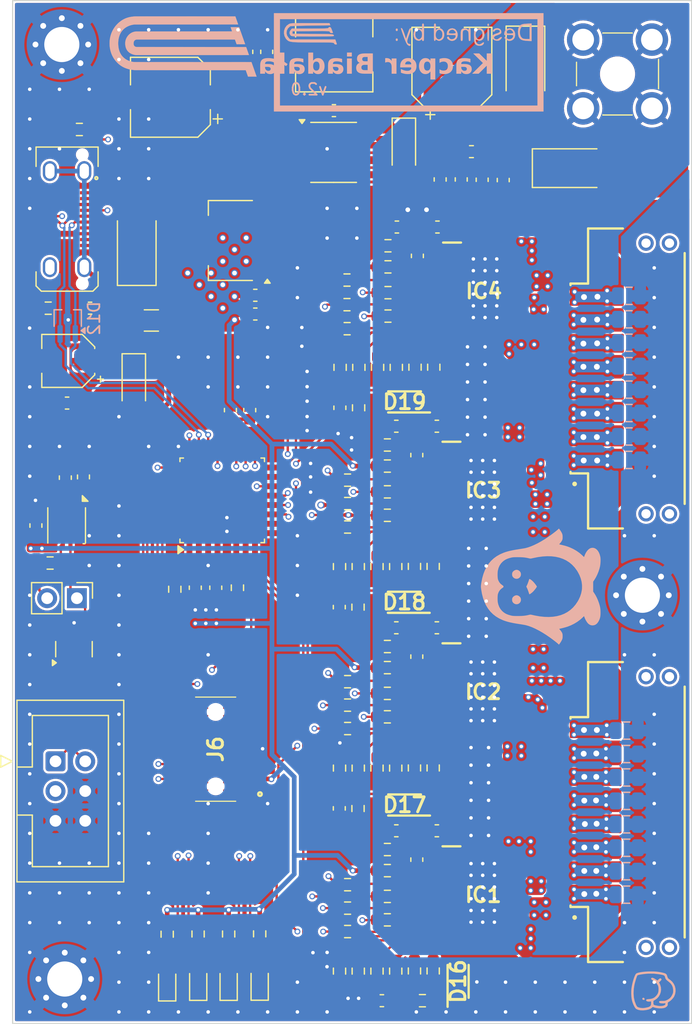
<source format=kicad_pcb>
(kicad_pcb (version 20240108) (generator "pcbnew") (generator_version "8.0")
  (title_block (rev "${REVISION}") (company "Author:") (comment 1 "Reviewer:"))
  (layers (0 "F.Cu" signal) (1 "In1.Cu" signal) (2 "In2.Cu" signal) (31 "B.Cu" signal) (34 "B.Paste" user) (35 "F.Paste" user) (36 "B.SilkS" user "B.Silkscreen") (37 "F.SilkS" user "F.Silkscreen") (38 "B.Mask" user) (39 "F.Mask" user) (44 "Edge.Cuts" user))
  (property "REVISION" "1.0")
  (net 0 "")
  (net 1 "/STM_VCC")
  (net 2 "GND")
  (net 3 "/Power/VIN_L")
  (net 4 "/Power/VIN_SW_REG")
  (net 5 "+5V")
  (net 6 "+3.3V")
  (net 7 "/Power/CB")
  (net 8 "/Power/SW_L")
  (net 9 "/FUSE1_IS")
  (net 10 "+BATT")
  (net 11 "Net-(IC1-GND_1)")
  (net 12 "Net-(IC1-VDD)")
  (net 13 "OUT1_0")
  (net 14 "OUT1_1")
  (net 15 "OUT1_2")
  (net 16 "OUT1_3")
  (net 17 "Net-(U4-VDD)")
  (net 18 "Net-(D10-K)")
  (net 19 "/FUSE2_IS")
  (net 20 "Net-(IC2-GND_1)")
  (net 21 "Net-(IC2-VDD)")
  (net 22 "OUT2_0")
  (net 23 "OUT2_1")
  (net 24 "OUT2_2")
  (net 25 "OUT2_3")
  (net 26 "/FUSE3_IS")
  (net 27 "Net-(IC3-GND_1)")
  (net 28 "Net-(IC3-VDD)")
  (net 29 "OUT3_0")
  (net 30 "OUT3_1")
  (net 31 "OUT3_2")
  (net 32 "OUT3_3")
  (net 33 "/FUSE4_IS")
  (net 34 "Net-(IC4-GND_1)")
  (net 35 "Net-(IC4-VDD)")
  (net 36 "OUT4_0")
  (net 37 "OUT4_1")
  (net 38 "OUT4_2")
  (net 39 "OUT4_3")
  (net 40 "/LED1")
  (net 41 "Net-(D1-A)")
  (net 42 "Net-(D2-A)")
  (net 43 "/LED2")
  (net 44 "/LED3")
  (net 45 "Net-(D3-A)")
  (net 46 "Net-(D4-A)")
  (net 47 "/LED4")
  (net 48 "CAN_L")
  (net 49 "CAN_H")
  (net 50 "VBUS")
  (net 51 "/Controllers/IC_1/IN2")
  (net 52 "/Controllers/IC_1/IN3")
  (net 53 "Net-(IC1-IS)")
  (net 54 "Net-(IC1-CSN)")
  (net 55 "/Controllers/IC_1/IN1")
  (net 56 "Net-(IC1-SI)")
  (net 57 "Net-(IC1-SO)")
  (net 58 "/Controllers/IC_1/IN0")
  (net 59 "Net-(IC1-SCLK)")
  (net 60 "Net-(IC1-LHI)")
  (net 61 "Net-(IC2-SCLK)")
  (net 62 "/Controllers/IC_2/IN3")
  (net 63 "Net-(IC2-SI)")
  (net 64 "Net-(IC2-IS)")
  (net 65 "Net-(IC2-SO)")
  (net 66 "/Controllers/IC_2/IN1")
  (net 67 "/Controllers/IC_2/IN2")
  (net 68 "/Controllers/IC_2/IN0")
  (net 69 "Net-(IC2-CSN)")
  (net 70 "Net-(IC2-LHI)")
  (net 71 "Net-(IC3-LHI)")
  (net 72 "/Controllers/IC_3/IN3")
  (net 73 "/Controllers/IC_3/IN2")
  (net 74 "Net-(IC3-SCLK)")
  (net 75 "/Controllers/IC_3/IN1")
  (net 76 "Net-(IC3-SO)")
  (net 77 "Net-(IC3-SI)")
  (net 78 "Net-(IC3-CSN)")
  (net 79 "/Controllers/IC_3/IN0")
  (net 80 "Net-(IC3-IS)")
  (net 81 "Net-(IC4-SCLK)")
  (net 82 "/Controllers/IC_4/IN2")
  (net 83 "Net-(IC4-LHI)")
  (net 84 "Net-(IC4-CSN)")
  (net 85 "Net-(IC4-SO)")
  (net 86 "/Controllers/IC_4/IN3")
  (net 87 "Net-(IC4-SI)")
  (net 88 "/Controllers/IC_4/IN0")
  (net 89 "/Controllers/IC_4/IN1")
  (net 90 "Net-(IC4-IS)")
  (net 91 "ASMS")
  (net 92 "/USART1_TX")
  (net 96 "/USART1_RX")
  (net 98 "/SWDIO")
  (net 100 "/SWCLK")
  (net 101 "/D-")
  (net 102 "Net-(J7-CC1)")
  (net 103 "/D+")
  (net 104 "Net-(J7-CC2)")
  (net 105 "Net-(JP1-B)")
  (net 106 "/LHI_1")
  (net 107 "/Controllers/MISO_1")
  (net 108 "/SPI1_MOSI")
  (net 109 "/SPI1_SCK")
  (net 110 "/SPI1_NSS")
  (net 111 "/NRST")
  (net 112 "/LHI_2")
  (net 113 "/Controllers/MISO_2")
  (net 114 "/LHI_3")
  (net 115 "/Controllers/MISO_3")
  (net 116 "/LHI_4")
  (net 117 "/SPI1_MISO")
  (net 120 "/CAN_TXD")
  (net 121 "/CAN_RXD")
  (net 126 "Net-(J7-SHIELD)")
  (net 127 "Net-(D16-K)")
  (net 128 "Net-(D17-K)")
  (net 129 "Net-(D18-K)")
  (net 130 "Net-(D19-K)")
  (footprint "Resistor_SMD:R_0603_1608Metric_Pad0.98x0.95mm_HandSolder" (layer "F.Cu") (at 150.3 106.2625 90)
    (property "Reference" "R38" (hide yes))
    (property "Value" "4.7k" (hide yes))
  )
  (footprint "BTS722204ESAXUMA1:SOP65P600X115-25N" (layer "F.Cu") (at 160.994941 130.825)
    (property "Reference" "IC1")
    (property "Value" "BTS722204ESAXUMA1" (hide yes))
  )
  (footprint "Resistor_SMD:R_0603_1608Metric_Pad0.98x0.95mm_HandSolder" (layer "F.Cu") (at 151.969941 85.8 90)
    (property "Reference" "R58" (hide yes))
    (property "Value" "10k" (hide yes))
  )
  (footprint "Resistor_SMD:R_0603_1608Metric_Pad0.98x0.95mm_HandSolder" (layer "F.Cu") (at 152.807441 126.95)
    (property "Reference" "R14" (hide yes))
    (property "Value" "47" (hide yes))
  )
  (footprint "Capacitor_SMD:C_0603_1608Metric_Pad1.08x0.95mm_HandSolder" (layer "F.Cu") (at 125.3 95.2125 90)
    (property "Reference" "C26" (hide yes))
    (property "Value" "100n" (hide yes))
  )
  (footprint "Resistor_SMD:R_0603_1608Metric_Pad0.98x0.95mm_HandSolder" (layer "F.Cu") (at 152.807441 111.425)
    (property "Reference" "R26" (hide yes))
    (property "Value" "470" (hide yes))
  )
  (footprint "Package_DFN_QFN:DFN-8-1EP_3x3mm_P0.65mm_EP1.55x2.4mm" (layer "F.Cu") (at 125.4125 99.2875 -90)
    (property "Reference" "U4" (hide yes))
    (property "Value" "MCP2542FDxMF" (hide yes))
  )
  (footprint "Inductor_SMD:L_0603_1608Metric" (layer "F.Cu") (at 159.9875 67.39099 180)
    (property "Reference" "L1" (hide yes))
    (property "Value" "300n" (hide yes))
  )
  (footprint "Resistor_SMD:R_0603_1608Metric_Pad0.98x0.95mm_HandSolder" (layer "F.Cu") (at 123.8375 80.75 180)
    (property "Reference" "R23" (hide yes))
    (property "Value" "5.1k" (hide yes))
  )
  (footprint "SKL34:SODFL3718X140N" (layer "F.Cu") (at 154.275 123.15 180)
    (property "Reference" "D17")
    (property "Value" "SKL34" (hide yes))
  )
  (footprint "Capacitor_SMD:C_0603_1608Metric" (layer "F.Cu") (at 141.05 89.45 90)
    (property "Reference" "C2" (hide yes))
    (property "Value" "4.7u" (hide yes))
  )
  (footprint "Diode_SMD:D_SOD-123" (layer "F.Cu") (at 131.15 87 -90)
    (property "Reference" "D11" (hide yes))
    (property "Value" "6V" (hide yes))
  )
  (footprint "Resistor_SMD:R_0603_1608Metric_Pad0.98x0.95mm_HandSolder" (layer "F.Cu") (at 149.357441 80.45)
    (property "Reference" "R64" (hide yes))
    (property "Value" "330" (hide yes))
  )
  (footprint "Resistor_SMD:R_0603_1608Metric_Pad0.98x0.95mm_HandSolder" (layer "F.Cu") (at 124 102.5)
    (property "Reference" "R21" (hide yes))
    (property "Value" "120" (hide yes))
  )
  (footprint "Resistor_SMD:R_0603_1608Metric_Pad0.98x0.95mm_HandSolder" (layer "F.Cu") (at 134.65 104.7375 90)
    (property "Reference" "R20" (hide yes))
    (property "Value" "0" (hide yes))
  )
  (footprint "Resistor_SMD:R_0603_1608Metric_Pad0.98x0.95mm_HandSolder" (layer "F.Cu") (at 156.719941 119.9875 90)
    (property "Reference" "R27" (hide yes))
    (property "Value" "4.7k" (hide yes))
  )
  (footprint "Resistor_SMD:R_0603_1608Metric_Pad0.98x0.95mm_HandSolder" (layer "F.Cu") (at 149.407441 114.625)
    (property "Reference" "R36" (hide yes))
    (property "Value" "330" (hide yes))
  )
  (footprint "Capacitor_SMD:C_0603_1608Metric_Pad1.08x0.95mm_HandSolder" (layer "F.Cu") (at 157.032441 108.025)
    (property "Reference" "C31" (hide yes))
    (property "Value" "22n" (hide yes))
  )
  (footprint "Resistor_SMD:R_0603_1608Metric_Pad0.98x0.95mm_HandSolder" (layer "F.Cu") (at 134 134.175 -90)
    (property "Reference" "R3" (hide yes))
    (property "Value" "150" (hide yes))
  )
  (footprint "Capacitor_SMD:C_0603_1608Metric" (layer "F.Cu") (at 141.525 81.25)
    (property "Reference" "C13" (hide yes))
    (property "Value" "100n" (hide yes))
  )
  (footprint "Capacitor_SMD:C_0603_1608Metric" (layer "F.Cu") (at 139.4 89.45 90)
    (property "Reference" "C1" (hide yes))
    (property "Value" "100n" (hide yes))
  )
  (footprint "Resistor_SMD:R_0603_1608Metric_Pad0.98x0.95mm_HandSolder" (layer "F.Cu") (at 152.857441 81.425)
    (property "Reference" "R65" (hide yes))
    (property "Value" "330" (hide yes))
  )
  (footprint "Resistor_SMD:R_0603_1608Metric_Pad0.98x0.95mm_HandSolder" (layer "F.Cu") (at 156.719941 102.7875 90)
    (property "Reference" "R41" (hide yes))
    (property "Value" "4.7k" (hide yes))
  )
  (footprint "Resistor_SMD:R_0603_1608Metric_Pad0.98x0.95mm_HandSolder" (layer "F.Cu") (at 149.407441 129.95)
    (property "Reference" "R15" (hide yes))
    (property "Value" "330" (hide yes))
  )
  (footprint "Resistor_SMD:R_0603_1608Metric_Pad0.98x0.95mm_HandSolder" (layer "F.Cu") (at 156.719941 137.3125 90)
    (property "Reference" "R8" (hide yes))
    (property "Value" "4.7k" (hide yes))
  )
  (footprint "Inductor_SMD:L_0603_1608Metric" (layer "F.Cu") (at 126.85 95.15 -90)
    (property "Reference" "FB2" (hide yes))
    (property "Value" "60R@100MHz" (hide yes))
  )
  (footprint "SKL34:SODFL3718X140N" (layer "F.Cu") (at 154.25 105.85 180)
    (property "Reference" "D18")
    (property "Value" "SKL34" (hide yes))
  )
  (footprint "Diode_SMD:D_SOD-123" (layer "F.Cu") (at 154.21599 66.89099 -90)
    (property "Reference" "D6" (hide yes))
    (property "Value" "SS26FL" (hide yes))
  )
  (footprint "Resistor_SMD:R_0603_1608Metric" (layer "F.Cu") (at 140 104.6075 90)
    (property "Reference" "R19" (hide yes))
    (property "Value" "100k" (hide yes))
  )
  (footprint "Resistor_SMD:R_0603_1608Metric_Pad0.98x0.95mm_HandSolder" (layer "F.Cu") (at 150.319941 137.325 90)
    (property "Reference" "R10" (hide yes))
    (property "Value" "10k" (hide yes))
  )
  (footprint "Capacitor_SMD:C_0603_1608Metric_Pad1.08x0.95mm_HandSolder" (layer "F.Cu") (at 155.319941 127.8125 -90)
    (property "Reference" "C20" (hide yes))
    (property "Value" "470n" (hide yes))
  )
  (footprint "BTS722204ESAXUMA1:SOP65P600X115-25N" (layer "F.Cu") (at 160.994941 96.3)
    (property "Reference" "IC3")
    (property "Value" "BTS722204ESAXUMA1" (hide yes))
  )
  (footprint "Capacitor_SMD:CP_Elec_6.3x5.4" (layer "F.Cu") (at 134.275 62.75 180)
    (property "Reference" "C14" (hide yes))
    (property "Value" "68u" (hide yes))
  )
  (footprint "Resistor_SMD:R_0603_1608Metric_Pad0.98x0.95mm_HandSolder" (layer "F.Cu") (at 152.807441 109.625)
    (property "Reference" "R33" (hide yes))
    (property "Value" "47" (hide yes))
  )
  (footprint "Resistor_SMD:R_0603_1608Metric_Pad0.98x0.95mm_HandSolder" (layer "F.Cu") (at 126.5 65.5 180)
    (property "Reference" "R22" (hide yes))
    (property "Value" "5.1k" (hide yes))
  )
  (footprint "Resistor_SMD:R_0603_1608Metric_Pad0.98x0.95mm_HandSolder" (layer "F.Cu") (at 151.919941 120 90)
    (property "Reference" "R30" (hide yes))
    (property "Value" "10k" (hide yes))
  )
  (footprint "Resistor_SMD:R_0603_1608Metric_Pad0.98x0.95mm_HandSolder" (layer "F.Cu") (at 152.807441 92.425)
    (property "Reference" "R47" (hide yes))
    (property "Value" "47" (hide yes))
  )
  (footprint "Capacitor_SMD:C_0603_1608Metric" (layer "F.Cu") (at 136.4 104.6075 -90)
    (property "Reference" "C3" (hide yes))
    (property "Value" "100n" (hide yes))
  )
  (footprint "Capacitor_SMD:C_0603_1608Metric" (layer "F.Cu") (at 148.24099 63.89099)
    (property "Reference" "C12" (hide yes))
    (property "Value" "10n" (hide yes))
  )
  (footprint "Capacitor_SMD:C_0603_1608Metric" (layer "F.Cu") (at 139.15 58.85 90)
    (property "Reference" "C16" (hide yes))
    (property "Value" "100n" (hide yes))
  )
  (footprint "Capacitor_SMD:C_0603_1608Metric_Pad1.08x0.95mm_HandSolder" (layer "F.Cu") (at 122.7875 99.3 90)
    (property "Reference" "C25" (hide yes))
    (property "Value" "100n" (hide yes))
  )
  (footprint "Resistor_SMD:R_0603_1608Metric_Pad0.98x0.95mm_HandSolder" (layer "F.Cu") (at 149.407441 131.95)
    (property "Reference" "R17" (hide yes))
    (property "Value" "330" (hide yes))
  )
  (footprint "Capacitor_SMD:C_0603_1608Metric_Pad1.08x0.95mm_HandSolder" (layer "F.Cu") (at 153.569941 125.35 180)
    (property "Reference" "C18" (hide yes))
    (property "Value" "100n" (hide yes))
  )
  (footprint "Capacitor_SMD:C_0603_1608Metric" (layer "F.Cu") (at 141.525 79.65)
    (property "Reference" "C11" (hide yes))
    (property "Value" "1u" (hide yes))
  )
  (footprint "Package_TO_SOT_SMD:SOT-223-3_TabPin2" (layer "F.Cu") (at 139.425 74.975 180)
    (property "Reference" "U2" (hide yes))
    (property "Value" "LD1117S33TR_SOT223" (hide yes))
  )
  (footprint "Capacitor_SMD:C_0603_1608Metric_Pad1.08x0.95mm_HandSolder" (layer "F.Cu") (at 157.032441 125.35)
    (property "Reference" "C19" (hide yes))
    (property "Value" "22n" (hide yes))
  )
  (footprint "LED_SMD:LED_0603_1608Metric" (layer "F.Cu") (at 136.65 138.3375 90)
    (property "Reference" "D2" (hide yes))
    (property "Value" "150060SS75000" (hide yes))
  )
  (footprint "Resistor_SMD:R_0603_1608Metric_Pad0.98x0.95mm_HandSolder" (layer "F.Cu") (at 152.807441 115.625)
    (property "Reference" "R37" (hide yes))
    (property "Value" "330" (hide yes))
  )
  (footprint "Resistor_SMD:R_0603_1608Metric_Pad0.98x0.95mm_HandSolder" (layer "F.Cu") (at 152.857441 77.225)
    (property "Reference" "R54" (hide yes))
    (property "Value" "470" (hide yes))
  )
  (footprint "Capacitor_SMD:C_0603_1608Metric_Pad1.08x0.95mm_HandSolder" (layer "F.Cu") (at 125.45 88.85 180)
    (property "Reference" "C28" (hide yes))
    (property "Value" "1u" (hide yes))
  )
  (footprint "Package_TO_SOT_SMD:SOT-23" (layer "F.Cu") (at 126.0375 109.85 90)
    (property "Reference" "D9" (hide yes))
    (property "Value" "PESD2CAN.215" (hide yes))
  )
  (footprint "Diode_SMD:D_SMA" (layer "F.Cu") (at 164.6 60.19099 -90)
    (property "Reference" "D5" (hide yes))
    (property "Value" "SMAJ24CA-13-F" (hide yes))
  )
  (footprint "Resistor_SMD:R_0603_1608Metric_Pad0.98x0.95mm_HandSolder" (layer "F.Cu") (at 148.719941 102.8 90)
    (property "Reference" "R42" (hide yes))
    (property "Value" "10k" (hide yes))
  )
  (footprint "Resistor_SMD:R_0603_1608Metric_Pad0.98x0.95mm_HandSolder" (layer "F.Cu") (at 150.369941 85.8 90)
    (property "Reference" "R57" (hide yes))
    (property "Value" "10k" (hide yes))
  )
  (footprint "Resistor_SMD:R_0603_1608Metric_Pad0.98x0.95mm_HandSolder" (layer "F.Cu") (at 152.807441 128.75)
    (property "Reference" "R7" (hide yes))
    (property "Value" "470" (hide yes))
  )
  (footprint "MountingHole:MountingHole_3mm_Pad_Via" (layer "F.Cu") (at 174.59099 105.25)
    (property "Reference" "REF**" (hide yes))
    (property "Value" "MountingHole_3mm_Pad_Via" (hide yes))
  )
  (footprint "Resistor_SMD:R_0603_1608Metric_Pad0.98x0.95mm_HandSolder" (layer "F.Cu") (at 149.407441 116.625)
    (property "Reference" "R25" (hide yes))
    (property "Value" "4.7k" (hide yes))
  )
  (footprint "Resistor_SMD:R_0603_1608Metric_Pad0.98x0.95mm_HandSolder" (layer "F.Cu") (at 150.319941 120 90)
    (property "Reference" "R29" (hide yes))
    (property "Value" "10k" (hide yes))
  )
  (footprint "Resistor_SMD:R_0603_1608Metric_Pad0.98x0.95mm_HandSolder" (layer "F.Cu") (at 149.407441 112.625)
    (property "Reference" "R34" (hide yes))
    (property "Value" "330" (hide yes))
  )
  (footprint "Resistor_SMD:R_0603_1608Metric_Pad0.98x0.95mm_HandSolder" (layer "F.Cu") (at 149.407441 95.425)
    (property "Reference" "R48" (hide yes))
    (property "Value" "330" (hide yes))
  )
  (footprint "Capacitor_SMD:C_0603_1608Metric" (layer "F.Cu") (at 159.11599 69.76599 90)
    (property "Reference" "C8" (hide yes))
    (property "Value" "100n" (hide yes))
  )
  (footprint "Capacitor_SMD:C_0603_1608Metric_Pad1.08x0.95mm_HandSolder" (layer "F.Cu") (at 157.032441 90.825)
    (property "Reference" "C39" (hide yes))
    (property "Value" "22n" (hide yes))
  )
  (footprint "Capacitor_SMD:C_0603_1608Metric" (layer "F.Cu") (at 140.8 58.875 90)
    (property "Reference" "C10" (hide yes))
    (property "Value" "100n" (hide yes))
  )
  (footprint "Resistor_SMD:R_0603_1608Metric_Pad0.98x0.95mm_HandSolder" (layer "F.Cu") (at 155.8 139.85)
    (property "Reference" "R5" (hide yes))
    (property "Value" "4.7k" (hide yes))
  )
  (footprint "Capacitor_SMD:C_0603_1608Metric_Pad1.08x0.95mm_HandSolder" (layer "F.Cu") (at 155.369941 76.2875 -90)
    (property "Reference" "C48" (hide yes))
    (property "Value" "470n" (hide yes))
  )
  (footprint "Diode_SMD:D_SMA" (layer "F.Cu") (at 131.4 75.3 90)
    (property "Reference" "D10" (hide yes))
    (property "Value" "0.1/1A" (hide yes))
  )
  (footprint "Resistor_SMD:R_0603_1608Metric_Pad0.98x0.95mm_HandSolder" (layer "F.Cu") (at 149.407441 97.425)
    (property "Reference" "R50" (hide yes))
    (property "Value" "330" (hide yes))
  )
  (footprint "BTS722204ESAXUMA1:SOP65P600X115-25N" (layer "F.Cu") (at 160.994941 113.5)
    (property "Reference" "IC2")
    (property "Value" "BTS722204ESAXUMA1" (hide yes))
  )
  (footprint "Capacitor_SMD:C_0603_1608Metric_Pad1.08x0.95mm_HandSolder" (layer "F.Cu") (at 153.569941 90.825 180)
    (property "Reference" "C38" (hide yes))
    (property "Value" "100n" (hide yes))
  )
  (footprint "Connector_USB:USB_C_Receptacle_JAE_DX07S024WJ3R400" (layer "F.Cu") (at 125.45 73.15 -90)
    (property "Reference" "J7" (hide yes))
    (property "Value" "USB_C_Receptacle_USB2.0_14P" (hide yes))
  )
  (footprint "Capacitor_SMD:C_0603_1608Metric_Pad1.08x0.95mm_HandSolder" (layer "F.Cu") (at 148.75 89.25 90)
    (property "Reference" "C45" (hide yes))
    (property "Value" "220p" (hide yes))
  )
  (footprint "Capacitor_SMD:CP_Elec_4x4.5" (layer "F.Cu") (at 125.55 85.25 180)
    (property "Reference" "C27" (hide yes))
    (property "Value" "22u" (hide yes))
  )
  (footprint "Package_SO:SOIC-8_3.9x4.9mm_P1.27mm" (layer "F.Cu") (at 148.21599 67.45599)
    (property "Reference" "U3" (hide yes))
    (property "Value" "LM2675M-5.0/NOPB" (hide yes))
  )
  (footprint "Capacitor_SMD:C_0603_1608Metric_Pad1.08x0.95mm_HandSolder" (layer "F.Cu") (at 127.4125 80.75 180)
    (property "Reference" "C53" (hide yes))
    (property "Value" "10n" (hide yes))
  )
  (footprint "Resistor_SMD:R_0603_1608Metric_Pad0.98x0.95mm_HandSolder" (layer "F.Cu") (at 148.769941 85.8 90)
    (property "Reference" "R56" (hide yes))
    (property "Value" "10k" (hide yes))
  )
  (footprint "Capacitor_SMD:C_0603_1608Metric" (layer "F.Cu") (at 160.90349 69.79099 90)
    (property "Reference" "C5" (hide yes))
    (property "Value" "1u" (hide yes))
  )
  (footprint "Resistor_SMD:R_0603_1608Metric_Pad0.98x0.95mm_HandSolder" (layer "F.Cu") (at 149.357441 78.35)
    (property "Reference" "R62" (hide yes))
    (property "Value" "330" (hide yes))
  )
  (footprint "LED_SMD:LED_0603_1608Metric" (layer "F.Cu") (at 139.25 138.3375 90)
    (property "Reference" "D3" (hide yes))
    (property "Value" "150060SS75000" (hide yes))
  )
  (footprint "Capacitor_SMD:C_0603_1608Metric_Pad1.08x0.95mm_HandSolder" (layer "F.Cu") (at 153.569941 108.025 180)
    (property "Reference" "C30" (hide yes))
    (property "Value" "100n" (hide yes))
  )
  (footprint "Resistor_SMD:R_0603_1608Metric_Pad0.98x0.95mm_HandSolder" (layer "F.Cu") (at 136.64 134.1575 -90)
    (property "Reference" "R2" (hide yes))
    (property "Value" "150" (hide yes))
  )
  (footprint "Capacitor_SMD:C_0603_1608Metric_Pad1.08x0.95mm_HandSolder" (layer "F.Cu") (at 148.7 106.2625 90)
    (property "Reference" "C37" (hide yes))
    (property "Value" "220p" (hide yes))
  )
  (footprint "Resistor_SMD:R_0603_1608Metric_Pad0.98x0.95mm_HandSolder" (layer "F.Cu") (at 156.769941 85.7875 90)
    (property "Reference" "R55" (hide yes))
    (property "Value" "4.7k" (hide yes))
  )
  (footprint "Inductor_SMD:L_6.3x6.3_H3" (layer "F.Cu") (at 148.26599 59.09099 180)
    (property "Reference" "L2" (hide yes))
    (property "Value" "47u" (hide yes))
  )
  (footprint "Resistor_SMD:R_0603_1608Metric_Pad0.98x0.95mm_HandSolder" (layer "F.Cu") (at 151.919941 137.325 90)
    (property "Reference" "R11" (hide yes))
    (property "Value" "10k" (hide yes))
  )
  (footprint "LED_SMD:LED_0603_1608Metric" (layer "F.Cu") (at 134 138.3875 90)
    (property "Reference" "D1" (hide yes))
    (property "Value" "150060SS75000" (hide yes))
  )
  (footprint "LED_SMD:LED_0603_1608Metric" (layer "F.Cu") (at 141.9 138.325 90)
    (property "Reference" "D4" (hide yes))
    (property "Value" "150060SS75000" (hide yes))
  )
  (footprint "Connector_IDC:IDC-Header_2x03_P2.54mm_Vertical" (layer "F.Cu") (at 124.46 119.42)
    (property "Reference" "J4" (hide yes))
    (property "Value" "Conn_01x06" (hide yes))
  )
  (footprint "Capacitor_SMD:C_0603_1608Metric" (layer "F.Cu") (at 138.15 104.6075 -90)
    (property "Reference" "C4" (hide yes))
    (property "Value" "4.7u" (hide yes))
  )
  (footprint "Capacitor_SMD:C_0603_1608Metric_Pad1.08x0.95mm_HandSolder" (layer "F.Cu") (at 155.319941 93.2875 -90)
    (property "Reference" "C40" (hide yes))
    (property "Value" "470n" (hide yes))
  )
  (footprint "Resistor_SMD:R_0603_1608Metric_Pad0.98x0.95mm_HandSolder" (layer "F.Cu") (at 152.857441 79.425)
    (property "Reference" "R63" (hide yes))
    (property "Value" "330" (hide yes))
  )
  (footprint "Capacitor_SMD:C_0603_1608Metric" (layer "F.Cu") (at 162.70349 69.81599 90)
    (property "Reference" "C6" (hide yes))
    (property "Value" "10u" (hide yes))
  )
  (footprint "Resistor_SMD:R_0603_1608Metric_Pad0.98x0.95mm_HandSolder" (layer "F.Cu") (at 148.719941 120 90)
    (property "Reference" "R28" (hide yes))
    (property "Value" "10k" (hide yes))
  )
  (footprint "Package_QFP:LQFP-32_7x7mm_P0.8mm" (layer "F.Cu") (at 138.7 97.15 90)
    (property "Reference" "U1" (hide yes))
    (property "Value" "STM32G0C1KCTxN" (hide yes))
  )
  (footprint "Resistor_SMD:R_0603_1608Metric_Pad0.98x0.95mm_HandSolder" (layer "F.Cu") (at 155.119941 137.3125 -90)
    (property "Reference" "R13" (hide yes))
    (property "Value" "1.2k" (hide yes))
  )
  (footprint "MountingHole:MountingHole_3mm_Pad_Via" (layer "F.Cu") (at 125 58.25)
    (property "Reference" "REF**" (hide yes))
    (property "Value" "MountingHole_3mm_Pad_Via" (hide yes))
  )
  (footprint "SKL34:SODFL3718X140N" (layer "F.Cu") (at 154.275 88.75 180)
    (property "Reference" "D19")
    (property "Value" "SKL34" (hide yes))
  )
  (footprint "Resistor_SMD:R_0603_1608Metric_Pad0.98x0.95mm_HandSolder" (layer "F.Cu") (at 148.719941 137.325 90)
    (property "Reference" "R9" (hide yes))
    (property "Value" "10k" (hide yes))
  )
  (footprint "Resistor_SMD:R_0603_1608Metric_Pad0.98x0.95mm_HandSolder" (layer "F.Cu") (at 152.807441 130.95)
    (property "Reference" "R16" (hide yes))
    (property "Value" "330" (hide yes))
  )
  (footprint "Resistor_SMD:R_0603_1608Metric_Pad0.98x0.95mm_HandSolder" (layer "F.Cu") (at 151.919941 102.8 90)
    (property "Reference" "R44" (hide yes))
    (property "Value" "10k" (hide yes))
  )
  (footprint "Resistor_SMD:R_0603_1608Metric_Pad0.98x0.95mm_HandSolder" (layer "F.Cu") (at 155.119941 119.9875 -90)
    (property "Reference" "R32" (hide yes))
    (property "Value" "1.2k" (hide yes))
  )
  (footprint "Capacitor_SMD:C_0603_1608Metric_Pad1.08x0.95mm_HandSolder" (layer "F.Cu") (at 152.3375 139.85 180)
    (property "Reference" "C17" (hide yes))
    (property "Value" "220p" (hide yes))
  )
  (footprint "Resistor_SMD:R_0603_1608Metric_Pad0.98x0.95mm_HandSolder" (layer "F.Cu") (at 149.369941 82.5)
    (property "Reference" "R53" (hide yes))
    (property "Value" "4.7k" (hide yes))
  )
  (footprint "Resistor_SMD:R_0603_1608Metric_Pad0.98x0.95mm_HandSolder" (layer "F.Cu") (at 153.569941 85.8 90)
    (property "Reference" "R59" (hide yes))
    (property "Value" "10k" (hide yes))
  )
  (footprint "Capacitor_SMD:C_0603_1608Metric_Pad1.08x0.95mm_HandSolder" (layer "F.Cu") (at 153.619941 73.825 180)
    (property "Reference" "C46" (hide yes))
    (property "Value" "100n" (hide yes))
  )
  (footprint "Resistor_SMD:R_0603_1608Metric_Pad0.98x0.95mm_HandSolder" (layer "F.Cu") (at 152.807441 132.95)
    (property "Reference" "R18" (hide yes))
    (property "Value" "330" (hide yes))
  )
  (footprint "Resistor_SMD:R_0603_1608Metric_Pad0.98x0.95mm_HandSolder" (layer "F.Cu") (at 150.319941 102.8 90)
    (property "Reference" "R43" (hide yes))
    (property "Value" "10k" (hide yes))
  )
  (footprint "UMPT-08-01-L-RA-WT-P-TR:SAMTEC_UMPT-08-01-L-RA-WT-P-TR" (layer "F.Cu") (at 175.9 123.75 90)
    (property "Reference" "J8" (hide yes))
    (property "Value" "UMPT-08-01-L-RA-WT-P-TR" (hide yes))
  )
  (footprint "Resistor_SMD:R_0603_1608Metric_Pad0.98x0.95mm_HandSolder" (layer "F.Cu") (at 152.807441 113.625)
    (property "Reference" "R35" (hide yes))
    (property "Value" "330" (hide yes))
  )
  (footprint "Capacitor_SMD:C_0603_1608Metric" (layer "F.Cu") (at 142.5 58.875 90)
    (property "Reference" "C15" (hide yes))
    (property "Value" "1u" (hide yes))
  )
  (footprint "Capacitor_SMD:CP_Elec_6.3x7.7" (layer "F.Cu") (at 158.31599 60.19099 90)
    (property "Reference" "C9" (hide yes))
    (property "Value" "100u" (hide yes))
  )
  (footprint "Resistor_SMD:R_0603_1608Metric_Pad0.98x0.95mm_HandSolder" (layer "F.Cu") (at 139.25 134.1575 -90)
    (property "Reference" "R1" (hide yes))
    (property "Value" "150" (hide yes))
  )
  (footprint "Capacitor_SMD:C_0603_1608Metric_Pad1.08x0.95mm_HandSolder" (layer "F.Cu") (at 148.7 123.4375 90)
    (property "Reference" "C29" (hide yes))
    (property "Value" "220p" (hide yes))
  )
  (footprint "MountingHole:MountingHole_3mm_Pad_Via" (layer "F.Cu") (at 125.25 138)
    (property "Reference" "REF**" (hide yes))
    (property "Value" "MountingHole_3mm_Pad_Via" (hide yes))
  )
  (footprint "Connector_PinHeader_2.54mm:PinHeader_1x02_P2.54mm_Vertical" (layer "F.Cu") (at 126.2875 105.5 -90)
    (property "Reference" "JP1" (hide yes))
    (property "Value" "Jumper_2_Bridged" (hide yes))
  )
  (footprint "Resistor_SMD:R_0603_1608Metric_Pad0.98x0.95mm_HandSolder" (layer "F.Cu") (at 152.807441 94.225)
    (property "Reference" "R40" (hide yes))
    (property "Value" "470" (hide yes))
  )
  (footprint "Fuse:Fuse_1206_3216Metric_Pad1.42x1.75mm_HandSolder" (layer "F.Cu") (at 132.65 81.8 180)
    (property "Reference" "F1" (hide yes))
    (property "Value" "5V/0.5A" (hide yes))
  )
  (footprint "BTS722204ESAXUMA1:SOP65P600X115-25N" (layer "F.Cu") (at 161.044941 79.3)
    (property "Reference" "IC4")
    (property "Value" "BTS722204ESAXUMA1" (hide yes))
  )
  (footprint "Redcube conn:74650073R" (layer "F.Cu") (at 169.53 63.7)
    (property "Reference" "J1")
    (property "Value" "74650073R" (hide yes))
  )
  (footprint "Resistor_SMD:R_0603_1608Metric_Pad0.98x0.95mm_HandSolder" (layer "F.Cu") (at 152.857441 75.425)
    (property "Reference" "R61" (hide yes))
    (property "Value" "47" (hide yes))
  )
  (footprint "Resistor_SMD:R_0603_1608Metric_Pad0.98x0.95mm_HandSolder" (layer "F.Cu") (at 150.35 89.25 90)
    (property "Reference" "R52" (hide yes))
    (property "Value" "4.7k" (hide yes))
  )
  (footprint "Resistor_SMD:R_0603_1608Metric_Pad0.98x0.95mm_HandSolder" (layer "F.Cu") (at 150.3 123.45 90)
    (property "Reference" "R24" (hide yes))
    (property "Value" "4.7k" (hide yes))
  )
  (footprint "Resistor_SMD:R_0603_1608Metric_Pad0.98x0.95mm_HandSolder" (layer "F.Cu") (at 155.169941 85.7875 -90)
    (property "Reference" "R60" (hide yes))
    (property "Value" "1.2k" (hide yes))
  )
  (footprint "Resistor_SMD:R_0603_1608Metric_Pad0.98x0.95mm_HandSolder" (layer "F.Cu") (at 153.519941 120 90)
    (property "Reference" "R31" (hide yes))
    (property "Value" "10k" (hide yes))
  )
  (footprint "Resistor_SMD:R_0603_1608Metric_Pad0.98x0.95mm_HandSolder" (layer "F.Cu") (at 153.519941 102.8 90)
    (property "Reference" "R45" (hide yes))
    (property "Value" "10k" (hide yes))
  )
  (footprint "Capacitor_SMD:C_0603_1608Metric_Pad1.08x0.95mm_HandSolder" (layer "F.Cu") (at 157.082441 73.825)
    (property "Reference" "C47" (hide yes))
    (property "Value" "22n" (hide yes))
  )
  (footprint "Resistor_SMD:R_0603_1608Metric_Pad0.98x0.95mm_HandSolder" (layer "F.Cu") (at 141.9 134.145 -90)
    (property "Reference" "R4" (hide yes))
    (property "Value" "150" (hide yes))
  )
  (footprint "SKL34:SODFL3718X140N" (layer "F.Cu") (at 158.85 138.2 90)
    (property "Reference" "D16")
    (property "Value" "SKL34" (hide yes))
  )
  (footprint "Resistor_SMD:R_0603_1608Metric_Pad0.98x0.95mm_HandSolder" (layer "F.Cu") (at 149.407441 99.425)
    (property "Reference" "R39" (hide yes))
    (property "Value" "4.7k" (hide yes))
  )
  (footprint "Resistor_SMD:R_0603_1608Metric_Pad0.98x0.95mm_HandSolder" (layer "F.Cu") (at 153.519941 137.325 90)
    (property "Reference" "R12" (hide yes))
    (property "Value" "10k" (hide yes))
  )
  (footprint "Resistor_SMD:R_0603_1608Metric_Pad0.98x0.95mm_HandSolder" (layer "F.Cu") (at 152.807441 98.425)
    (property "Reference" "R51" (hide yes))
    (property "Value" "330" (hide yes))
  )
  (footprint "FTSH-107-01-L-DV-K-A:FTSH-107-XX-YYY-DV-K-A" (layer "F.Cu") (at 138.14 118.385 90)
    (property "Reference" "J6")
    (property "Value" "FTSH-107-01-L-DV-K-A" (hide yes))
  )
  (footprint "Capacitor_SMD:C_0603_1608Metric" (layer "F.Cu") (at 157.31599 69.76599 90)
    (property "Reference" "C7" (hide yes))
    (property "Value" "100n" (hide yes))
  )
  (footprint "UMPT-08-01-L-RA-WT-P-TR:SAMTEC_UMPT-08-01-L-RA-WT-P-TR" (layer "F.Cu") (at 175.9 86.75 90)
    (property "Reference" "J5" (hide yes))
    (property "Value" "UMPT-08-01-L-RA-WT-P-TR" (hide yes))
  )
  (footprint "Diode_SMD:D_SMA" (layer "F.Cu") (at 168.7 68.8)
    (property "Reference" "D8" (hide yes))
    (property "Value" "SS34ALH" (hide yes))
  )
  (footprint "Capacitor_SMD:C_0603_1608Metric_Pad1.08x0.95mm_HandSolder" (layer "F.Cu") (at 155.319941 110.4875 -90)
    (property "Reference" "C32" (hide yes))
    (property "Value" "470n" (hide yes))
  )
  (footprint "Resistor_SMD:R_0603_1608Metric_Pad0.98x0.95mm_HandSolder" (layer "F.Cu") (at 149.407441 133.95)
    (property "Reference" "R6" (hide yes))
    (property "Value" "4.7k" (hide yes))
  )
  (footprint "Resistor_SMD:R_0603_1608Metric_Pad0.98x0.95mm_HandSolder" (layer "F.Cu") (at 155.119941 102.7875 -90)
    (property "Reference" "R46" (hide yes))
    (property "Value" "1.2k" (hide yes))
  )
  (footprint "Resistor_SMD:R_0603_1608Metric_Pad0.98x0.95mm_HandSolder" (layer "F.Cu") (at 152.807441 96.425)
    (property "Reference" "R49" (hide yes))
    (property "Value" "330" (hide yes))
  )
  (footprint "Capacitor_SMD:C_0805_2012Metric" (layer "B.Cu") (at 173.25 126.8)
    (property "Reference" "C22" (hide yes))
    (property "Value" "10n" (hide yes))
  )
  (footprint "Capacitor_SMD:C_0805_2012Metric" (layer "B.Cu") (at 173.45 85.7)
    (property "Reference" "C52" (hide yes))
    (property "Value" "10n" (hide yes))
  )
  (footprint "Capacitor_SMD:C_0805_2012Metric" (layer "B.Cu") (at 173.25 122.8)
    (property "Reference" "C36" (hide yes))
    (property "Value" "10n" (hide yes))
  )
  (footprint "Capacitor_SMD:C_0805_2012Metric" (layer "B.Cu") (at 173.45 79.7)
    (property "Reference" "C49" (hide yes))
    (property "Value" "10n" (hide yes))
  )
  (footprint "LOGO" (layer "B.Cu") (at 165.79 104.84 -90)
    (property "Reference" "G***" (hide yes))
    (property "Value" "LOGO" (hide yes))
  )
  (footprint "Capacitor_SMD:C_0805_2012Metric" (layer "B.Cu") (at 173.25 118.8)
    (property "Reference" "C34" (hide yes))
    (property "Value" "10n" (hide yes))
  )
  (footprint "Package_TO_SOT_SMD:SOT-323_SC-70_Handsoldering" (layer "B.Cu") (at 125.5 81.62 90)
    (property "Reference" "D12")
    (property "Value" "TPD2E2U06QDCKRQ1")
  )
  (footprint "Capacitor_SMD:C_0805_2012Metric" (layer "B.Cu") (at 173.25 130.8)
    (property "Reference" "C24" (hide yes))
    (property "Value" "10n" (hide yes))
  )
  (footprint "Capacitor_SMD:C_0805_2012Metric" (layer "B.Cu") (at 173.45 81.7)
    (property "Reference" "C50" (hide yes))
    (property "Value" "10n" (hide yes))
  )
  (footprint "Capacitor_SMD:C_0805_2012Metric" (layer "B.Cu") (at 173.25 120.8)
    (property "Reference" "C35" (hide yes))
    (property "Value" "10n" (hide yes))
  )
  (footprint "Capacitor_SMD:C_0805_2012Metric" (layer "B.Cu") (at 173.45 93.7)
    (property "Reference" "C44" (hide yes))
    (property "Value" "10n" (hide yes))
  )
  (footprint "Logos:SignatureBox25mm" (layer "B.Cu") (at 153.651167 60.57 180)
    (property "Reference" "G***" (hide yes))
    (property "Value" "LOGO" (hide yes))
  )
  (footprint "Capacitor_SMD:C_0805_2012Metric" (layer "B.Cu") (at 173.45 87.7)
    (property "Reference" "C41" (hide yes))
    (property "Value" "10n" (hide yes))
  )
  (footprint "Capacitor_SMD:C_0805_2012Metric" (layer "B.Cu") (at 173.45 91.7)
    (property "Reference" "C43" (hide yes))
    (property "Value" "10n" (hide yes))
  )
  (footprint "Capacitor_SMD:C_0805_2012Metric" (layer "B.Cu") (at 173.25 128.8)
    (property "Reference" "C23" (hide yes))
    (property "Value" "10n" (hide yes))
  )
  (footprint "Capacitor_SMD:C_0805_2012Metric" (layer "B.Cu") (at 173.25 116.8)
    (property "Reference" "C33" (hide yes))
    (property "Value" "10n")
  )
  (footprint "Capacitor_SMD:C_0805_2012Metric" (layer "B.Cu") (at 173.25 124.8)
    (property "Reference" "C21" (hide yes))
    (property "Value" "10n")
  )
  (footprint "LOGO" (layer "B.Cu") (at 175.53 139.01 180)
    (property "Reference" "G***" (hide yes))
    (property "Value" "LOGO" (hide yes))
  )
  (footprint "Capacitor_SMD:C_0805_2012Metric" (layer "B.Cu") (at 173.45 89.7)
    (property "Reference" "C42" (hide yes))
    (property "Value" "10n" (hide yes))
  )
  (footprint "Capacitor_SMD:C_0805_2012Metric" (layer "B.Cu") (at 173.45 83.7)
    (property "Reference" "C51" (hide yes))
    (property "Value" "10n" (hide yes))
  )
  (footprint "logos:PUTM_LOGO_15mm" (layer "B.Cu") (at 135.74 58.28 180)
    (property "Reference" "G***" (hide yes))
    (property "Value" "LOGO" (hide yes))
  )
  (gr_rect (start 120.8 54.5) (end 178.8 141.8) (stroke (width 0.1)) (fill none) (layer "Edge.Cuts"))
  (gr_text "Kacper Biadała" (at 161.96 61.03 0) (layer "B.SilkS") (effects (font (size 1.7 1.7) (thickness 0.3) (bold yes)) (justify left bottom mirror)))
  (gr_text "v2.0" (at 146.1 62.66 0) (layer "B.SilkS") (effects (font (size 1 1)) (justify bottom mirror)))
  (segment (start 139.1 90.525) (end 139.4 90.225) (width 0.3) (layer "F.Cu") (net 1))
  (segment (start 138.3 103.6825) (end 138.15 103.8325) (width 0.3) (layer "F.Cu") (net 1))
  (segment (start 139.1 92.975) (end 139.1 90.525) (width 0.3) (layer "F.Cu") (net 1))
  (segment (start 138.3 101.325) (end 138.3 103.6825) (width 0.3) (layer "F.Cu") (net 1))
  (segment (start 139.1 95.873475) (end 139.1 92.975) (width 0.3) (layer "F.Cu") (net 1))
  (segment (start 136.4 103.8325) (end 134.6575 103.8325) (width 0.3) (layer "F.Cu") (net 1))
  (segment (start 138.15 103.8325) (end 136.4 103.8325) (width 0.3) (layer "F.Cu") (net 1))
  (segment (start 138.3 96.673475) (end 139.1 95.873475) (width 0.3) (layer "F.Cu") (net 1))
  (segment (start 134.6575 103.8325) (end 134.65 103.825) (width 0.3) (layer "F.Cu") (net 1))
  (segment (start 139.4 90.225) (end 141.05 90.225) (width 0.3) (layer "F.Cu") (net 1))
  (segment (start 138.3 101.325) (end 138.3 96.673475) (width 0.3) (layer "F.Cu") (net 1))
  (segment (start 156.21599 70.54099) (end 154.21599 68.54099) (width 0.4) (layer "F.Cu") (net 2))
  (segment (start 159.11599 70.54099) (end 157.31599 70.54099) (width 0.4) (layer "F.Cu") (net 2))
  (segment (start 150.69099 68.09099) (end 153.76599 68.09099) (width 0.4) (layer "F.Cu") (net 2))
  (segment (start 160.92849 70.59099) (end 160.90349 70.56599) (width 0.4) (layer "F.Cu") (net 2))
  (segment (start 162.70349 70.59099) (end 160.92849 70.59099) (width 0.4) (layer "F.Cu") (net 2))
  (segment (start 122.7875 98.4375) (end 122.7875 97.1875) (width 0.4) (layer "F.Cu") (net 2))
  (segment (start 160.90349 70.56599) (end 159.14099 70.56599) (width 0.4) (layer "F.Cu") (net 2))
  (segment (start 153.76599 68.09099) (end 154.21599 68.54099) (width 0.4) (layer "F.Cu") (net 2))
  (segment (start 142.15 118.35) (end 140.21 118.35) (width 0.4) (layer "F.Cu") (net 2))
  (segment (start 157.31599 70.54099) (end 156.21599 70.54099) (width 0.4) (layer "F.Cu") (net 2))
  (segment (start 140.21 118.35) (end 140.175 118.385) (width 0.4) (layer "F.Cu") (net 2))
  (segment (start 159.14099 70.56599) (end 159.11599 70.54099) (width 0.4) (layer "F.Cu") (net 2))
  (segment (start 122.7875 97.1875) (end 122.75 97.15) (width 0.4) (layer "F.Cu") (net 2))
  (via (at 165.44 138.27) (size 0.5) (drill 0.3) (layers "F.Cu" "B.Cu") (net 2))
  (via (at 173.06 133.19) (size 0.5) (drill 0.3) (layers "F.Cu" "B.Cu") (net 2))
  (via (at 122.26 140.81) (size 0.5) (drill 0.3) (layers "F.Cu" "B.Cu") (net 2))
  (via (at 124.8 67.15) (size 0.5) (drill 0.3) (layers "F.Cu" "B.Cu") (net 2))
  (via (at 175.6 100.17) (size 0.5) (drill 0.3) (layers "F.Cu" "B.Cu") (net 2))
  (via (at 137.5 87.47) (size 0.5) (drill 0.3) (layers "F.Cu" "B.Cu") (net 2))
  (via (at 175.6 138.27) (size 0.5) (drill 0.3) (layers "F.Cu" "B.Cu") (net 2))
  (via (at 150.2 74.77) (size 0.5) (drill 0.3) (layers "F.Cu" "B.Cu") (net 2))
  (via (at 142.58 90.01) (size 0.5) (drill 0.3) (layers "F.Cu" "B.Cu") (net 2))
  (via (at 132.42 69.69) (size 0.5) (drill 0.3) (layers "F.Cu" "B.Cu") (net 2))
  (via (at 137.5 102.71) (size 0.5) (drill 0.3) (layers "F.Cu" "B.Cu") (net 2))
  (via (at 145.95 87.45) (size 0.5) (drill 0.3) (layers "F.Cu" "B.Cu") (net 2))
  (via (at 145.12 102.71) (size 0.5) (drill 0.3) (layers "F.Cu" "B.Cu") (net 2))
  (via (at 175.6 110.33) (size 0.5) (drill 0.3) (layers "F.Cu" "B.Cu") (net 2))
  (via (at 142.58 82.39) (size 0.5) (drill 0.3) (layers "F.Cu" "B.Cu") (net 2))
  (via (at 173.06 140.81) (size 0.5) (drill 0.3) (layers "F.Cu" "B.Cu") (net 2))
  (via (at 129.88 135.73) (size 0.5) (drill 0.3) (layers "F.Cu" "B.Cu") (net 2))
  (via (at 175.6 82.39) (size 0.5) (drill 0.3) (layers "F.Cu" "B.Cu") (net 2))
  (via (at 175.6 92.55) (size 0.5) (drill 0.3) (layers "F.Cu" "B.Cu") (net 2))
  (via (at 146.25 94) (size 0.5) (drill 0.3) (layers "F.Cu" "B.Cu") (net 2))
  (via (at 137.5 84.93) (size 0.5) (drill 0.3) (layers "F.Cu" "B.Cu") (net 2))
  (via (at 122.75 97.15) (size 0.5) (drill 0.3) (layers "F.Cu" "B.Cu") (net 2))
  (via (at 145.12 140.81) (size 0.5) (drill 0.3) (layers "F.Cu" "B.Cu") (net 2))
  (via (at 137.5 140.81) (size 0.5) (drill 0.3) (layers "F.Cu" "B.Cu") (net 2))
  (via (at 132.42 135.73) (size 0.5) (drill 0.3) (layers "F.Cu" "B.Cu") (net 2))
  (via (at 122.26 107.79) (size 0.5) (drill 0.3) (layers "F.Cu" "B.Cu") (net 2))
  (via (at 122.26 117.95) (size 0.5) (drill 0.3) (layers "F.Cu" "B.Cu") (net 2))
  (via (at 122.26 123.03) (size 0.5) (drill 0.3) (layers "F.Cu" "B.Cu") (net 2))
  (via (at 173.06 138.27) (size 0.5) (drill 0.3) (layers "F.Cu" "B.Cu") (net 2))
  (via (at 160.36 56.99) (size 0.5) (drill 0.3) (layers "F.Cu" "B.Cu") (net 2))
  (via (at 137.5 128.11) (size 0.5) (drill 0.3) (layers "F.Cu" "B.Cu") (net 2))
  (via (at 138.2 106.5) (size 0.5) (drill 0.3) (layers "F.Cu" "B.Cu") (net 2))
  (via (at 122.26 95.09) (size 0.5) (drill 0.3) (layers "F.Cu" "B.Cu") (net 2))
  (via (at 122.26 115.41) (size 0.5) (drill 0.3) (layers "F.Cu" "B.Cu") (net 2))
  (via (at 145.95 86.15) (size 0.5) (drill 0.3) (layers "F.Cu" "B.Cu") (net 2))
  (via (at 132.42 125.57) (size 0.5) (drill 0.3) (layers "F.Cu" "B.Cu") (net 2))
  (via (at 145.12 105.25) (size 0.5) (drill 0.3) (layers "F.Cu" "B.Cu") (net 2))
  (via (at 170.52 138.27) (size 0.5) (drill 0.3) (layers "F.Cu" "B.Cu") (net 2))
  (via (at 167.98 138.27) (size 0.5) (drill 0.3) (layers "F.Cu" "B.Cu") (net 2))
  (via (at 175.6 117.95) (size 0.5) (drill 0.3) (layers "F.Cu" "B.Cu") (net 2))
  (via (at 129.88 125.57) (size 0.5) (drill 0.3) (layers "F.Cu" "B.Cu") (net 2))
  (via (at 137.5 56.99) (size 0.5) (drill 0.3) (layers "F.Cu" "B.Cu") (net 2))
  (via (at 129.88 56.99) (size 0.5) (drill 0.3) (layers "F.Cu" "B.Cu") (net 2))
  (via (at 137.5 125.57) (size 0.5) (drill 0.3) (layers "F.Cu" "B.Cu") (net 2))
  (via (at 129.88 140.81) (size 0.5) (drill 0.3) (layers "F.Cu" "B.Cu") (net 2))
  (via (at 129.88 107.79) (size 0.5) (drill 0.3) (layers "F.Cu" "B.Cu") (net 2))
  (via (at 122.26 105.25) (size 0.5) (drill 0.3) (layers "F.Cu" "B.Cu") (net 2))
  (via (at 173.06 135.73) (size 0.5) (drill 0.3) (layers "F.Cu" "B.Cu") (net 2))
  (via (at 129.88 67.15) (size 0.5) (drill 0.3) (layers "F.Cu" "B.Cu") (net 2))
  (via (at 167.98 140.81) (size 0.5) (drill 0.3) (layers "F.Cu" "B.Cu") (net 2))
  (via (at 175.6 128.11) (size 0.5) (drill 0.3) (layers "F.Cu" "B.Cu") (net 2))
  (via (at 145.12 100.17) (size 0.5) (drill 0.3) (layers "F.Cu" "B.Cu") (net 2))
  (via (at 127.34 102.71) (size 0.5) (drill 0.3) (layers "F.Cu" "B.Cu") (net 2))
  (via (at 122.26 112.87) (size 0.5) (drill 0.3) (layers "F.Cu" "B.Cu") (net 2))
  (via (at 175.6 130.65) (size 0.5) (drill 0.3) (layers "F.Cu" "B.Cu") (net 2))
  (via (at 150.2 72.23) (size 0.5) (drill 0.3) (layers "F.Cu" "B.Cu") (net 2))
  (via (at 142.58 87.47) (size 0.5) (drill 0.3) (layers "F.Cu" "B.Cu") (net 2))
  (via (at 175.6 125.57) (size 0.5) (drill 0.3) (layers "F.Cu" "B.Cu") (net 2))
  (via (at 122.26 128.11) (size 0.5) (drill 0.3) (layers "F.Cu" "B.Cu") (net 2))
  (via (at 122.26 62.07) (size 0.5) (drill 0.3) (layers "F.Cu" "B.Cu") (net 2))
  (via (at 147.66 72.23) (size 0.5) (drill 0.3) (layers "F.Cu" "B.Cu") (net 2))
  (via (at 129.88 64.61) (size 0.5) (drill 0.3) (layers "F.Cu" "B.Cu") (net 2))
  (via (at 134.96 92.55) (size 0.5) (drill 0.3) (layers "F.Cu" "B.Cu") (net 2))
  (via (at 145.95 90) (size 0.5) (drill 0.3) (layers "F.Cu" "B.Cu") (net 2))
  (via (at 146.25 96.45) (size 0.5) (drill 0.3) (layers "F.Cu" "B.Cu") (net 2))
  (via (at 175.6 87.47) (size 0.5) (drill 0.3) (layers "F.Cu" "B.Cu") (net 2))
  (via (at 160.36 140.81) (size 0.5) (drill 0.3) (layers "F.Cu" "B.Cu") (net 2))
  (via (at 124.8 128.11) (size 0.5) (drill 0.3) (layers "F.Cu" "B.Cu") (net 2))
  (via (at 134.96 140.81) (size 0.5) (drill 0.3) (layers "F.Cu" "B.Cu") (net 2))
  (via (at 147.66 140.81) (size 0.5) (drill 0.3) (layers "F.Cu" "B.Cu") (net 2))
  (via (at 145.5 84) (size 0.5) (drill 0.3) (layers "F.Cu" "B.Cu") (net 2))
  (via (at 127.34 130.65) (size 0.5) (drill 0.3) (layers "F.Cu" "B.Cu") (net 2))
  (via (at 132.42 138.27) (size 0.5) (drill 0.3) (layers "F.Cu" "B.Cu") (net 2))
  (via (at 127.34 100.17) (size 0.5) (drill 0.3) (layers "F.Cu" "B.Cu") (net 2))
  (via (at 122.26 90.01) (size 0.5) (drill 0.3) (layers "F.Cu" "B.Cu") (net 2))
  (via (at 122.26 67.15) (size 0.5) (drill 0.3) (layers "F.Cu" "B.Cu") (net 2))
  (via (at 175.6 123.03) (size 0.5) (drill 0.3) (layers "F.Cu" "B.Cu") (net 2))
  (via (at 132.42 64.61) (size 0.5) (drill 0.3) (layers "F.Cu" "B.Cu") (net 2))
  (via (at 147.66 74.77) (size 0.5) (drill 0.3) (layers "F.Cu" "B.Cu") (net 2))
  (via (at 132.42 67.15) (size 0.5) (drill 0.3) (layers "F.Cu" "B.Cu") (net 2))
  (via (at 124.8 133.19) (size 0.5) (drill 0.3) (layers "F.Cu" "B.Cu") (net 2))
  (via (at 129.88 59.53) (size 0.5) (drill 0.3) (layers "F.Cu" "B.Cu") (net 2))
  (via (at 124.8 130.65) (size 0.5) (drill 0.3) (layers "F.Cu" "B.Cu") (net 2))
  (via (at 160.45 138.25) (size 0.5) (drill 0.3) (layers "F.Cu" "B.Cu") (net 2))
  (via (at 175.6 140.81) (size 0.5) (drill 0.3) (layers "F.Cu" "B.Cu") (net 2))
  (via (at 129.88 133.19) (size 0.5) (drill 0.3) (layers "F.Cu" "B.Cu") (net 2))
  (via (at 129.88 110.33) (size 0.5) (drill 0.3) (layers "F.Cu" "B.Cu") (net 2))
  (via (at 129.88 115.41) (size 0.5) (drill 0.3) (layers "F.Cu" "B.Cu") (net 2))
  (via (at 122.26 133.19) (size 0.5) (drill 0.3) (layers "F.Cu" "B.Cu") (net 2))
  (via (at 137.5 130.65) (size 0.5) (drill 0.3) (layers "F.Cu" "B.Cu") (net 2))
  (via (at 157.82 140.81) (size 0.5) (drill 0.3) (layers "F.Cu" "B.Cu") (net 2))
  (via (at 132.42 59.53) (size 0.5) (drill 0.3) (layers "F.Cu" "B.Cu") (net 2))
  (via (at 132.42 133.19) (size 0.5) (drill 0.3) (layers "F.Cu" "B.Cu") (net 2))
  (via (at 147.66 135.73) (size 0.5) (drill 0.3) (layers "F.Cu" "B.Cu") (net 2))
  (via (at 122.26 125.57) (size 0.5) (drill 0.3) (layers "F.Cu" "B.Cu") (net 2))
  (via (at 147.65 136.95) (size 0.5) (drill 0.3) (layers "F.Cu" "B.Cu") (net 2))
  (via (at 137.5 110.33) (size 0.5) (drill 0.3) (layers "F.Cu" "B.Cu") (net 2))
  (via (at 129.88 102.71) (size 0.5) (drill 0.3) (layers "F.Cu" "B.Cu") (net 2))
  (via (at 165.44 140.81) (size 0.5) (drill 0.3) (layers "F.Cu" "B.Cu") (net 2))
  (via (at 122.26 92.55) (size 0.5) (drill 0.3) (layers "F.Cu" "B.Cu") (net 2))
  (via (at 125.55 81.75) (size 0.5) (drill 0.3) (layers "F.Cu" "B.Cu") (net 2))
  (via (at 148.6 91.45) (size 0.5) (drill 0.3) (layers "F.Cu" "B.Cu") (net 2))
  (via (at 129.88 130.65) (size 0.5) (drill 0.3) (layers "F.Cu" "B.Cu") (net 2))
  (via (at 122.25 82.45) (size 0.5) (drill 0.3) (layers "F.Cu" "B.Cu") (net 2))
  (via (at 134.96 56.99) (size 0.5) (drill 0.3) (layers "F.Cu" "B.Cu") (net 2))
  (via (at 140.04 140.81) (size 0.5) (drill 0.3) (layers "F.Cu" "B.Cu") (net 2))
  (via (at 129.88 128.11) (size 0.5) (drill 0.3) (layers "F.Cu" "B.Cu") (net 2))
  (via (at 139.1 99.8) (size 0.5) (drill 0.3) (layers "F.Cu" "B.Cu") (net 2))
  (via (at 129.88 123.03) (size 0.5) (drill 0.3) (layers "F.Cu" "B.Cu") (net 2))
  (via (at 140.04 87.47) (size 0.5) (drill 0.3) (layers "F.Cu" "B.Cu") (net 2))
  (via (at 147.66 67.15) (size 0.5) (drill 0.3) (layers "F.Cu" "B.Cu") (net 2))
  (via (at 140.04 56.99) (size 0.5) (drill 0.3) (layers "F.Cu" "B.Cu") (net 2))
  (via (at 137.3 106.5) (size 0.5) (drill 0.3) (layers "F.Cu" "B.Cu") (net 2))
  (via (at 145.5 82.4) (size 0.5) (drill 0.3) (layers "F.Cu" "B.Cu") (net 2))
  (via (at 170.52 140.81) (size 0.5) (drill 0.3) (layers "F.Cu" "B.Cu") (net 2))
  (via (at 145.12 77.31) (size 0.5) (drill 0.3) (layers "F.Cu" "B.Cu") (net 2))
  (via (at 150.35 139.65) (size 0.5) (drill 0.3) (layers "F.Cu" "B.Cu") (net 2))
  (via (at 142.58 140.81) (size 0.5) (drill 0.3) (layers "F.Cu" "B.Cu") (net 2))
  (via (at 122.26 135.73) (size 0.5) (drill 0.3) (layers "F.Cu" "B.Cu") (net 2))
  (via (at 132.42 140.81) (size 0.5) (drill 0.3) (layers "F.Cu" "B.Cu") (net 2))
  (via (at 142.15 118.35) (size 0.5) (drill 0.3) (layers "F.Cu" "B.Cu") (net 2))
  (via (at 145.12 79.85) (size 0.5) (drill 0.3) (layers "F.Cu" "B.Cu") (net 2))
  (via (at 122.26 130.65) (size 0.5) (drill 0.3) (layers "F.Cu" "B.Cu") (net 2))
  (via (at 155.28 140.81) (size 0.5) (drill 0.3) (layers "F.Cu" "B.Cu") (net 2))
  (via (at 173.06 110.33) (size 0.5) (drill 0.3) (layers "F.Cu" "B.Cu") (net 2))
  (via (at 129.88 120.49) (size 0.5) (drill 0.3) (layers "F.Cu" "B.Cu") (net 2))
  (via (at 126.05 107.6) (size 0.5) (drill 0.3) (layers "F.Cu" "B.Cu") (net 2))
  (via (at 127.34 92.55) (size 0.5) (drill 0.3) (layers "F.Cu" "B.Cu") (net 2))
  (via (at 175.6 79.85) (size 0.5) (drill 0.3) (layers "F.Cu" "B.Cu") (net 2))
  (via (at 132.42 130.65) (size 0.5) (drill 0.3) (layers "F.Cu" "B.Cu") (net 2))
  (via (at 175.6 133.19) (size 0.5) (drill 0.3) (layers "F.Cu" "B.Cu") (net 2))
  (via (at 122.26 72.23) (size 0.5) (drill 0.3) (layers "F.Cu" "B.Cu") (net 2))
  (via (at 146.25 95.15) (size 0.5) (drill 0.3) (layers "F.Cu" "B.Cu") (net 2))
  (via (at 127.34 128.11) (size 0.5) (drill 0.3) (layers "F.Cu" "B.Cu") (net 2))
  (via (at 175.6 77.31) (size 0.5) (drill 0.3) (layers "F.Cu" "B.Cu") (net 2))
  (via (at 142.58 123.03) (size 0.5) (drill 0.3) (layers "F.Cu" "B.Cu") (net 2))
  (via (at 122.26 69.69) (size 0.5) (drill 0.3) (layers "F.Cu" "B.Cu") (net 2))
  (via (at 145.95 88.69) (size 0.5) (drill 0.3) (layers "F.Cu" "B.Cu") (net 2))
  (via (at 129.88 69.69) (size 0.5) (drill 0.3) (layers "F.Cu" "B.Cu") (net 2))
  (via (at 129.88 105.25) (size 0.5) (drill 0.3) (layers "F.Cu" "B.Cu") (net 2))
  (via (at 129.88 100.17) (size 0.5) (drill 0.3) (layers "F.Cu" "B.Cu") (net 2))
  (via (at 122.26 87.47) (size 0.5) (drill 0.3) (layers "F.Cu" "B.Cu") (net 2))
  (via (at 148.75 117.85) (size 0.5) (drill 0.3) (layers "F.Cu" "B.Cu") (net 2))
  (via (at 146.45 135.75) (size 0.5) (drill 0.3) (layers "F.Cu" "B.Cu") (net 2))
  (via (at 149.75 92.85) (size 0.5) (drill 0.3) (layers "F.Cu" "B.Cu") (net 2))
  (via (at 175.6 84.93) (size 0.5) (drill 0.3) (layers "F.Cu" "B.Cu") (net 2))
  (via (at 122.26 64.61) (size 0.5) (drill 0.3) (layers "F.Cu" "B.Cu") (net 2))
  (via (at 175.6 120.49) (size 0.5) (drill 0.3) (layers "F.Cu" "B.Cu") (net 2))
  (via (at 136.4 106.5) (size 0.5) (drill 0.3) (layers "F.Cu" "B.Cu") (net 2))
  (via (at 127.34 133.19) (size 0.5) (drill 0.3) (layers "F.Cu" "B.Cu") (net 2))
  (via (at 129.88 117.95) (size 0.5) (drill 0.3) (layers "F.Cu" "B.Cu") (net 2))
  (via (at 132.42 56.99) (size 0.5) (drill 0.3) (layers "F.Cu" "B.Cu") (net 2))
  (via (at 129.88 112.87) (size 0.5) (drill 0.3) (layers "F.Cu" "B.Cu") (net 2))
  (via (at 124.8 92.55) (size 0.5) (drill 0.3) (layers "F.Cu" "B.Cu") (net 2))
  (via (at 137.5 123.03) (size 0.5) (drill 0.3) (layers "F.Cu" "B.Cu") (net 2))
  (via (at 145.12 138.27) (size 0.5) (drill 0.3) (layers "F.Cu" "B.Cu") (net 2))
  (via (at 129.88 138.27) (size 0.5) (drill 0.3) (layers "F.Cu" "B.Cu") (net 2))
  (via (at 122.26 120.49) (size 0.5) (drill 0.3) (layers "F.Cu" "B.Cu") (net 2))
  (via (at 142.58 84.93) (size 0.5) (drill 0.3) (layers "F.Cu" "B.Cu") (net 2))
  (via (at 175.6 90.01) (size 0.5) (drill 0.3) (layers "F.Cu" "B.Cu") (net 2))
  (via (at 149.75 91.8) (size 0.5) (drill 0.3) (layers "F.Cu" "B.Cu") (net 2))
  (via (at 129.88 97.63) (size 0.5) (drill 0.3) (layers "F.Cu" "B.Cu") (net 2))
  (via (at 140.04 84.93) (size 0.5) (drill 0.3) (layers "F.Cu" "B.Cu") (net 2))
  (via (at 149.45 139.65) (size 0.5) (drill 0.3) (layers "F.Cu" "B.Cu") (net 2))
  (via (at 122.26 110.33) (size 0.5) (drill 0.3) (layers "F.Cu" "B.Cu") (net 2))
  (via (at 162.9 138.27) (size 0.5) (drill 0.3) (layers "F.Cu" "B.Cu") (net 2))
  (via (at 124.8 62.07) (size 0.5) (drill 0.3) (layers "F.Cu" "B.Cu") (net 2))
  (via (at 173.06 100.17) (size 0.5) (drill 0.3) (layers "F.Cu" "B.Cu") (net 2))
  (via (at 129.88 90.01) (size 0.5) (drill 0.3) (layers "F.Cu" "B.Cu") (net 2))
  (via (at 142.58 56.99) (size 0.5) (drill 0.3) (layers "F.Cu" "B.Cu") (net 2))
  (via (at 175.6 115.41) (size 0.5) (drill 0.3) (layers "F.Cu" "B.Cu") (net 2))
  (via (at 134.96 84.93) (size 0.5) (drill 0.3) (layers "F.Cu" "B.Cu") (net 2))
  (via (at 162.9 140.81) (size 0.5) (drill 0.3) (layers "F.Cu" "B.Cu") (net 2))
  (via (at 127.34 62.07) (size 0.5) (drill 0.3) (layers "F.Cu" "B.Cu") (net 2))
  (via (at 132.42 92.55) (size 0.5) (drill 0.3) (layers "F.Cu" "B.Cu") (net 2))
  (via (at 139.1 98.625) (size 0.5) (drill 0.3) (layers "F.Cu" "B.Cu") (net 2))
  (via (at 155.28 56.99) (size 0.5) (drill 0.3) (layers "F.Cu" "B.Cu") (net 2))
  (via (at 175.6 95.09) (size 0.5) (drill 0.3) (layers "F.Cu" "B.Cu") (net 2))
  (via (at 145.95 91.2) (size 0.5) (drill 0.3) (layers "F.Cu" "B.Cu") (net 2))
  (via (at 132.42 128.11) (size 0.5) (drill 0.3) (layers "F.Cu" "B.Cu") (net 2))
  (segment (start 137.075 62.75) (end 133.95 65.875) (width 0.6) (layer "F.Cu") (net 5))
  (segment (start 128.5875 94.3625) (end 134.1375 88.8125) (width 0.4) (layer "F.Cu") (net 5))
  (segment (start 133.95 81.6125) (end 134.1375 81.8) (width 0.6) (layer "F.Cu") (net 5))
  (segment (start 134.1375 88.8125) (end 134.1375 81.8) (width 0.4) (layer "F.Cu") (net 5))
  (segment (start 133.95 65.875) (end 133.95 81.6125) (width 0.6) (layer "F.Cu") (net 5))
  (segment (start 126.85 94.3625) (end 128.5875 94.3625) (width 0.4) (layer "F.Cu") (net 5))
  (segment (start 145.625 74.975) (end 142.575 74.975) (width 0.4) (layer "F.Cu") (net 6))
  (segment (start 134 133.2625) (end 134 132.1) (width 0.4) (layer "F.Cu") (net 6))
  (segment (start 149.875 94.225) (end 149.85 94.2) (width 0.4) (layer "F.Cu") (net 6))
  (segment (start 136.64 133.245) (end 136.64 132.11) (width 0.4) (layer "F.Cu") (net 6))
  (segment (start 151.894941 128.75) (end 149.85 128.75) (width 0.4) (layer "F.Cu") (net 6))
  (segment (start 141.9 133.2325) (end 141.9 132.1) (width 0.4) (layer "F.Cu") (net 6))
  (segment (start 140.175 120.925) (end 142.875 120.925) (width 0.4) (layer "F.Cu") (net 6))
  (segment (start 151.944941 77.225) (end 147.875 77.225) (width 0.4) (layer "F.Cu") (net 6))
  (segment (start 141.9 132.1) (end 141.85 132.05) (width 0.4) (layer "F.Cu") (net 6))
  (segment (start 147.875 77.225) (end 145.625 74.975) (width 0.4) (layer "F.Cu") (net 6))
  (segment (start 139.25 133.245) (end 139.25 132.1) (width 0.4) (layer "F.Cu") (net 6))
  (segment (start 136.64 132.11) (end 136.65 132.1) (width 0.4) (layer "F.Cu") (net 6))
  (segment (start 142.875 120.925) (end 142.9 120.95) (width 0.4) (layer "F.Cu") (net 6))
  (segment (start 151.894941 94.225) (end 149.875 94.225) (width 0.4) (layer "F.Cu") (net 6))
  (segment (start 151.894941 111.425) (end 150.025 111.425) (width 0.4) (layer "F.Cu") (net 6))
  (segment (start 150.025 111.425) (end 150 111.4) (width 0.4) (layer "F.Cu") (net 6))
  (via (at 149.85 94.2) (size 0.5) (drill 0.3) (layers "F.Cu" "B.Cu") (net 6))
  (via (at 142.9 120.95) (size 0.5) (drill 0.3) (layers "F.Cu" "B.Cu") (net 6))
  (via (at 137.75 79.75) (size 0.6) (drill 0.4) (layers "F.Cu" "B.Cu") (net 6))
  (via (at 136.4 107.65) (size 0.5) (drill 0.3) (layers "F.Cu" "B.Cu") (net 6))
  (via (at 139.25 132.1) (size 0.5) (drill 0.3) (layers "F.Cu" "B.Cu") (net 6))
  (via (at 140.75 74.75) (size 0.6) (drill 0.4) (layers "F.Cu" "B.Cu") (net 6))
  (via (at 138.75 80.75) (size 0.6) (drill 0.4) (layers "F.Cu" "B.Cu") (net 6))
  (via (at 139.75 77.75) (size 0.6) (drill 0.4) (layers "F.Cu" "B.Cu") (net 6))
  (via (at 123.3 101.25) (size 0.5) (drill 0.3) (layers "F.Cu" "B.Cu") (net 6))
  (via (at 136.75 78.75) (size 0.6) (drill 0.4) (layers "F.Cu" "B.Cu") (net 6))
  (via (at 138.75 78.75) (size 0.6) (drill 0.4) (layers "F.Cu" "B.Cu") (net 6))
  (via (at 139.75 81.75) (size 0.6) (drill 0.4) (layers "F.Cu" "B.Cu") (net 6))
  (via (at 122.35 101.25) (size 0.5) (drill 0.3) (layers "F.Cu" "B.Cu") (net 6))
  (via (at 139.75 75.75) (size 0.6) (drill 0.4) (layers "F.Cu" "B.Cu") (net 6))
  (via (at 136.65 132.1) (size 0.5) (drill 0.3) (layers "F.Cu" "B.Cu") (net 6))
  (via (at 134 132.1) (size 0.5) (drill 0.3) (layers "F.Cu" "B.Cu") (net 6))
  (via (at 135.75 77.75) (size 0.6) (drill 0.4) (layers "F.Cu" "B.Cu") (net 6))
  (via (at 140.75 76.75) (size 0.6) (drill 0.4) (layers "F.Cu" "B.Cu") (net 6))
  (via (at 150 111.4) (size 0.5) (drill 0.3) (layers "F.Cu" "B.Cu") (net 6))
  (via (at 138.2 107.65) (size 0.5) (drill 0.3) (layers "F.Cu" "B.Cu") (net 6))
  (via (at 149.85 128.75) (size 0.5) (drill 0.3) (layers "F.Cu" "B.Cu") (net 6))
  (via (at 141.85 132.05) (size 0.5) (drill 0.3) (layers "F.Cu" "B.Cu") (net 6))
  (via (at 137.3 107.65) (size 0.5) (drill 0.3) (layers "F.Cu" "B.Cu") (net 6))
  (via (at 139.75 79.75) (size 0.6) (drill 0.4) (layers "F.Cu" "B.Cu") (net 6))
  (via (at 138.75 76.75) (size 0.6) (drill 0.4) (layers "F.Cu" "B.Cu") (net 6))
  (via (at 137.75 77.75) (size 0.6) (drill 0.4) (layers "F.Cu" "B.Cu") (net 6))
  (via (at 138.75 74.75) (size 0.6) (drill 0.4) (layers "F.Cu" "B.Cu") (net 6))
  (segment (start 144.85 127.45) (end 148.55 127.45) (width 0.4) (layer "B.Cu") (net 6))
  (segment (start 138.2 107.65) (end 142.95 107.65) (width 0.4) (layer "B.Cu") (net 6))
  (segment (start 144.85 120.75) (end 144.85 127.45) (width 0.4) (layer "B.Cu") (net 6))
  (segment (start 144.85 127.45) (end 144.85 129.05) (width 0.4) (layer "B.Cu") (net 6))
  (segment (start 139.296 88.696) (end 142.95 92.35) (width 0.4) (layer "B.Cu") (net 6))
  (segment (start 123.3 101.25) (end 142.95 101.25) (width 0.4) (layer "B.Cu") (net 6))
  (segment (start 142.95 101.25) (end 142.95 107.65) (width 0.4) (layer "B.Cu") (net 6))
  (segment (start 139.3 132.05) (end 139.25 132.1) (width 0.4) (layer "B.Cu") (net 6))
  (segment (start 148.45 109.85) (end 142.95 109.85) (width 0.4) (layer "B.Cu") (net 6))
  (segment (start 142.95 107.65) (end 142.95 109.85) (width 0.4) (layer "B.Cu") (net 6))
  (segment (start 137.3 107.65) (end 138.2 107.65) (width 0.4) (layer "B.Cu") (net 6))
  (segment (start 141.85 132.05) (end 139.3 132.05) (width 0.4) (layer "B.Cu") (net 6))
  (segment (start 139.25 132.1) (end 136.65 132.1) (width 0.4) (layer "B.Cu") (net 6))
  (segment (start 142.9 120.9) (end 143.95 119.85) (width 0.4) (layer "B.Cu") (net 6))
  (segment (start 148.55 127.45) (end 149.85 128.75) (width 0.4) (layer "B.Cu") (net 6))
  (segment (start 142.95 92.35) (end 142.95 101.25) (width 0.4) (layer "B.Cu") (net 6))
  (segment (start 150 111.4) (end 148.45 109.85) (width 0.4) (layer "B.Cu") (net 6))
  (segment (start 143.95 119.85) (end 144.85 120.75) (width 0.4) (layer "B.Cu") (net 6))
  (segment (start 149.85 94.2) (end 148 92.35) (width 0.4) (layer "B.Cu") (net 6))
  (segment (start 148 92.35) (end 142.95 92.35) (width 0.4) (layer "B.Cu") (net 6))
  (segment (start 142.95 118.85) (end 143.95 119.85) (width 0.4) (layer "B.Cu") (net 6))
  (segment (start 142.95 109.85) (end 142.95 118.85) (width 0.4) (layer "B.Cu") (net 6))
  (segment (start 142.9 120.95) (end 142.9 120.9) (width 0.4) (layer "B.Cu") (net 6))
  (segment (start 144.85 129.05) (end 141.85 132.05) (width 0.4) (layer "B.Cu") (net 6))
  (segment (start 139.296 82.204) (end 139.296 88.696) (width 0.4) (layer "B.Cu") (net 6))
  (segment (start 136.65 132.1) (end 134 132.1) (width 0.4) (layer "B.Cu") (net 6))
  (segment (start 122.55 101.25) (end 123.3 101.25) (width 0.4) (layer "B.Cu") (net 6))
  (segment (start 139.75 81.75) (end 139.296 82.204) (width 0.4) (layer "B.Cu") (net 6))
  (segment (start 136.4 107.65) (end 137.3 107.65) (width 0.4) (layer "B.Cu") (net 6))
  (segment (start 145.629 134.158764) (end 145.629 133.741236) (width 0.2) (layer "F.Cu") (net 9))
  (segment (start 145.625 107.625) (end 140.7 102.7) (width 0.2) (layer "F.Cu") (net 9))
  (segment (start 152.3 140.75) (end 149.55 140.75) (width 0.2) (layer "F.Cu") (net 9))
  (segment (start 145.629 133.741236) (end 145.625 133.737236) (width 0.2) (layer "F.Cu") (net 9))
  (segment (start 145.625 136.825) (end 145.625 134.162764) (width 0.2) (layer "F.Cu") (net 9))
  (segment (start 153.2 139.85) (end 152.3 140.75) (width 0.2) (layer "F.Cu") (net 9))
  (segment (start 154.8875 139.85) (end 153.2 139.85) (width 0.2) (layer "F.Cu") (net 9))
  (segment (start 145.625 134.162764) (end 145.629 134.158764) (width 0.2) (layer "F.Cu") (net 9))
  (segment (start 140.7 102.7) (end 140.7 101.325) (width 0.2) (layer "F.Cu") (net 9))
  (segment (start 149.55 140.75) (end 145.625 136.825) (width 0.2) (layer "F.Cu") (net 9))
  (segment (start 145.625 133.737236) (end 145.625 107.625) (width 0.2) (layer "F.Cu") (net 9))
  (segment (start 159.45 106.95) (end 159.75 107.25) (width 0.3) (layer "F.Cu") (net 10))
  (segment (start 154.432441 90.825) (end 156.169941 90.825) (width 0.3) (layer "F.Cu") (net 10))
  (segment (start 156.15 72.35) (end 156.15 73.755059) (width 0.2) (layer "F.Cu") (net 10))
  (segment (start 156.169941 108.025) (end 156.169941 107.430059) (width 0.3) (layer "F.Cu") (net 10))
  (segment (start 154.432441 108.025) (end 156.169941 108.025) (width 0.3) (layer "F.Cu") (net 10))
  (segment (start 156.169941 125.35) (end 156.169941 124.730059) (width 0.3) (layer "F.Cu") (net 10))
  (segment (start 154.55 72.35) (end 154.55 73.757441) (width 0.2) (layer "F.Cu") (net 10))
  (segment (start 156.65 124.25) (end 159.95 124.25) (width 0.3) (layer "F.Cu") (net 10))
  (segment (start 154.55 73.757441) (end 154.482441 73.825) (width 0.2) (layer "F.Cu") (net 10))
  (segment (start 159.25 89.65) (end 159.65 90.05) (width 0.3) (layer "F.Cu") (net 10))
  (segment (start 156.169941 90.825) (end 156.169941 90.130059) (width 0.3) (layer "F.Cu") (net 10))
  (segment (start 156.65 89.65) (end 159.25 89.65) (width 0.3) (layer "F.Cu") (net 10))
  (segment (start 156.15 73.755059) (end 156.219941 73.825) (width 0.2) (layer "F.Cu") (net 10))
  (segment (start 154.432441 125.35) (end 156.169941 125.35) (width 0.3) (layer "F.Cu") (net 10))
  (segment (start 156.169941 90.130059) (end 156.65 89.65) (width 0.3) (layer "F.Cu") (net 10))
  (segment (start 156.169941 107.430059) (end 156.65 106.95) (width 0.3) (layer "F.Cu") (net 10))
  (segment (start 156.169941 124.730059) (end 156.65 124.25) (width 0.3) (layer "F.Cu") (net 10))
  (segment (start 156.65 106.95) (end 159.45 106.95) (width 0.3) (layer "F.Cu") (net 10))
  (via (at 160.95 98.75) (size 0.5) (drill 0.3) (layers "F.Cu" "B.Cu") (net 10))
  (via (at 160.95 95.75) (size 0.5) (drill 0.3) (layers "F.Cu" "B.Cu") (net 10))
  (via (at 160.15 79.55) (size 0.5) (drill 0.3) (layers "F.Cu" "B.Cu") (net 10))
  (via (at 159.75 104.25) (size 0.5) (drill 0.3) (layers "F.Cu" "B.Cu") (net 10))
  (via (at 160.95 114.95) (size 0.5) (drill 0.3) (layers "F.Cu" "B.Cu") (net 10))
  (via (at 160.95 130.15) (size 0.5) (drill 0.3) (layers "F.Cu" "B.Cu") (net 10))
  (via (at 160.95 94.75) (size 0.5) (drill 0.3) (layers "F.Cu" "B.Cu") (net 10))
  (via (at 161.15 87.05) (size 0.5) (drill 0.3) (layers "F.Cu" "B.Cu") (net 10))
  (via (at 160.15 76.55) (size 0.5) (drill 0.3) (layers "F.Cu" "B.Cu") (net 10))
  (via (at 159.65 90.05) (size 0.5) (drill 0.3) (layers "F.Cu" "B.Cu") (net 10))
  (via (at 159.95 98.75) (size 0.5) (drill 0.3) (layers "F.Cu" "B.Cu") (net 10))
  (via (at 160.15 77.55) (size 0.5) (drill 0.3) (layers "F.Cu" "B.Cu") (net 10))
  (via (at 160.95 115.95) (size 0.5) (drill 0.3) (layers "F.Cu" "B.Cu") (net 10))
  (via (at 160.95 133.15) (size 0.5) (drill 0.3) (layers "F.Cu" "B.Cu") (net 10))
  (via (at 154.55 72.35) (size 0.6) (drill 0.4) (layers "F.Cu" "B.Cu") (net 10))
  (via (at 159.95 95.75) (size 0.5) (drill 0.3) (layers "F.Cu" "B.Cu") (net 10))
  (via (at 160.95 93.75) (size 0.5) (drill 0.3) (layers "F.Cu" "B.Cu") (net 10))
  (via (at 161.25 104.25) (size 0.5) (drill 0.3) (layers "F.Cu" "B.Cu") (net 10))
  (via (at 161.95 97.75) (size 0.5) (drill 0.3) (layers "F.Cu" "B.Cu") (net 10))
  (via (at 162.15 78.55) (size 0.5) (drill 0.3) (layers "F.Cu" "B.Cu") (net 10))
  (via (at 161.95 96.75) (size 0.5) (drill 0.3) (layers "F.Cu" "B.Cu") (net 10))
  (via (at 161.95 95.75) (size 0.5) (drill 0.3) (layers "F.Cu" "B.Cu") (net 10))
  (via (at 161.45 122.75) (size 0.5) (drill 0.3) (layers "F.Cu" "B.Cu") (net 10))
  (via (at 161.95 130.15) (size 0.5) (drill 0.3) (layers "F.Cu" "B.Cu") (net 10))
  (via (at 161.15 77.55) (size 0.5) (drill 0.3) (layers "F.Cu" "B.Cu") (net 10))
  (via (at 159.95 110.95) (size 0.5) (drill 0.3) (layers "F.Cu" "B.Cu") (net 10))
  (via (at 159.95 125.75) (size 0.5) (drill 0.3) (layers "F.Cu" "B.Cu") (net 10))
  (via (at 161.45 119.75) (size 0.5) (drill 0.3) (layers "F.Cu" "B.Cu") (net 10))
  (via (at 161.15 85.55) (size 0.5) (drill 0.3) (layers "F.Cu" "B.Cu") (net 10))
  (via (at 159.95 118.25) (size 0.5) (drill 0.3) (layers "F.Cu" "B.Cu") (net 10))
  (via (at 161.95 132.15) (size 0.5) (drill 0.3) (layers "F.Cu" "B.Cu") (net 10))
  (via (at 160.95 112.95) (size 0.5) (drill 0.3) (layers "F.Cu" "B.Cu") (net 10))
  (via (at 161.45 121.25) (size 0.5) (drill 0.3) (layers "F.Cu" "B.Cu") (net 10))
  (via (at 161.25 107.25) (size 0.5) (drill 0.3) (layers "F.Cu" "B.Cu") (net 10))
  (via (at 161.15 76.55) (size 0.5) (drill 0.3) (layers "F.Cu" "B.Cu") (net 10))
  (via (at 160.15 78.55) (size 0.5) (drill 0.3) (layers "F.Cu" "B.Cu") (net 10))
  (via (at 161.45 124.25) (size 0.5) (drill 0.3) (layers "F.Cu" "B.Cu") (net 10))
  (via (at 161.15 81.55) (size 0.5) (drill 0.3) (layers "F.Cu" "B.Cu") (net 10))
  (via (at 156.15 72.35) (size 0.6) (drill 0.4) (layers "F.Cu" "B.Cu") (net 10))
  (via (at 161.95 93.75) (size 0.5) (drill 0.3) (layers "F.Cu" "B.Cu") (net 10))
  (via (at 161.95 133.15) (size 0.5) (drill 0.3) (layers "F.Cu" "B.Cu") (net 10))
  (via (at 159.95 131.15) (size 0.5) (drill 0.3) (layers "F.Cu" "B.Cu") (net 10))
  (via (at 159.95 130.15) (size 0.5) (drill 0.3) (layers "F.Cu" "B.Cu") (net 10))
  (via (at 162.15 81.55) (size 0.5) (drill 0.3) (layers "F.Cu" "B.Cu") (net 10))
  (via (at 159.75 101.25) (size 0.5) (drill 0.3) (layers "F.Cu" "B.Cu") (net 10))
  (via (at 160.95 96.75) (size 0.5) (drill 0.3) (layers "F.Cu" "B.Cu") (net 10))
  (via (at 159.75 108.75) (size 0.5) (drill 0.3) (layers "F.Cu" "B.Cu") (net 10))
  (via (at 160.15 80.55) (size 0.5) (drill 0.3) (layers "F.Cu" "B.Cu") (net 10))
  (via (at 160.95 113.95) (size 0.5) (drill 0.3) (layers "F.Cu" "B.Cu") (net 10))
  (via (at 161.25 101.25) (size 0.5) (drill 0.3) (layers "F.Cu" "B.Cu") (net 10))
  (via (at 159.95 124.25) (size 0.5) (drill 0.3) (layers "F.Cu" "B.Cu") (net 10))
  (via (at 161.15 80.55) (size 0.5) (drill 0.3) (layers "F.Cu" "B.Cu") (net 10))
  (via (at 159.65 84.05) (size 0.5) (drill 0.3) (layers "F.Cu" "B.Cu") (net 10))
  (via (at 159.65 85.55) (size 0.5) (drill 0.3) (layers "F.Cu" "B.Cu") (net 10))
  (via (at 161.45 125.75) (size 0.5) (drill 0.3) (layers "F.Cu" "B.Cu") (net 10))
  (via (at 159.95 121.25) (size 0.5) (drill 0.3) (layers "F.Cu" "B.Cu") (net 10))
  (via (at 159.95 94.75) (size 0.5) (drill 0.3) (layers "F.Cu" "B.Cu") (net 10))
  (via (at 159.95 113.95) (size 0.5) (drill 0.3) (layers "F.Cu" "B.Cu") (net 10))
  (via (at 159.95 129.15) (size 0.5) (drill 0.3) (layers "F.Cu" "B.Cu") (net 10))
  (via (at 160.95 131.15) (size 0.5) (drill 0.3) (layers "F.Cu" "B.Cu") (net 10))
  (via (at 159.95 128.15) (size 0.5) (drill 0.3) (layers "F.Cu" "B.Cu") (net 10))
  (via (at 161.15 78.55) (size 0.5) (drill 0.3) (layers "F.Cu" "B.Cu") (net 10))
  (via (at 159.65 91.55) (size 0.5) (drill 0.3) (layers "F.Cu" "B.Cu") (net 10))
  (via (at 159.75 107.25) (size 0.5) (drill 0.3) (layers "F.Cu" "B.Cu") (net 10))
  (via (at 161.95 113.95) (size 0.5) (drill 0.3) (layers "F.Cu" "B.Cu") (net 10))
  (via (at 159.65 88.55) (size 0.5) (drill 0.3) (layers "F.Cu" "B.Cu") (net 10))
  (via (at 161.15 91.55) (size 0.5) (drill 0.3) (layers "F.Cu" "B.Cu") (net 10))
  (via (at 160.95 128.15) (size 0.5) (drill 0.3) (layers "F.Cu" "B.Cu") (net 10))
  (via (at 161.95 111.95) (size 0.5) (drill 0.3) (layers "F.Cu" "B.Cu") (net 10))
  (via (at 159.95 114.95) (size 0.5) (drill 0.3) (layers "F.Cu" "B.Cu") (net 10))
  (via (at 159.95 111.95) (size 0.5) (drill 0.3) (layers "F.Cu" "B.Cu") (net 10))
  (via (at 161.95 98.75) (size 0.5) (drill 0.3) (layers "F.Cu" "B.Cu") (net 10))
  (via (at 160.95 111.95) (size 0.5) (drill 0.3) (layers "F.Cu" "B.Cu") (net 10))
  (via (at 159.95 119.75) (size 0.5) (drill 0.3) (layers "F.Cu" "B.Cu") (net 10))
  (via (at 161.95 112.95) (size 0.5) (drill 0.3) (layers "F.Cu" "B.Cu") (net 10))
  (via (at 159.95 115.95) (size 0.5) (drill 0.3) (layers "F.Cu" "B.Cu") (net 10))
  (via (at 159.65 87.05) (size 0.5) (drill 0.3) (layers "F.Cu" "B.Cu") (net 10))
  (via (at 161.95 110.95) (size 0.5) (drill 0.3) (layers "F.Cu" "B.Cu") (net 10))
  (via (at 159.95 132.15) (size 0.5) (drill 0.3) (layers "F.Cu" "B.Cu") (net 10))
  (via (at 159.95 96.75) (size 0.5) (drill 0.3) (layers "F.Cu" "B.Cu") (net 10))
  (via (at 162.15 77.55) (size 0.5) (drill 0.3) (layers "F.Cu" "B.Cu") (net 10))
  (via (at 161.95 114.95) (size 0.5) (drill 0.3) (layers "F.Cu" "B.Cu") (net 10))
  (via (at 161.25 105.75) (size 0.5) (drill 0.3) (layers "F.Cu" "B.Cu") (net 10))
  (via (at 161.95 115.95) (size 0.5) (drill 0.3) (layers "F.Cu" "B.Cu") (net 10))
  (via (at 160.95 97.75) (size 0.5) (drill 0.3) (layers "F.Cu" "B.Cu") (net 10))
  (via (at 161.25 102.75) (size 0.5) (drill 0.3) (layers "F.Cu" "B.Cu") (net 10))
  (via (at 161.95 131.15) (size 0.5) (drill 0.3) (layers "F.Cu" "B.Cu") (net 10))
  (via (at 160.95 110.95) (size 0.5) (drill 0.3) (layers "F.Cu" "B.Cu") (net 10))
  (via (at 161.15 84.05) (size 0.5) (drill 0.3) (layers "F.Cu" "B.Cu") (net 10))
  (via (at 161.45 118.25) (size 0.5) (drill 0.3) (layers "F.Cu" "B.Cu") (net 10))
  (via (at 161.95 94.75) (size 0.5) (drill 0.3) (layers "F.Cu" "B.Cu") (net 10))
  (via (at 159.95 133.15) (size 0.5) (drill 0.3) (layers "F.Cu" "B.Cu") (net 10))
  (via (at 161.25 108.75) (size 0.5) (drill 0.3) (layers "F.Cu" "B.Cu") (net 10))
  (via (at 159.95 122.75) (size 0.5) (drill 0.3) (layers "F.Cu" "B.Cu") (net 10))
  (via (at 159.75 102.75) (size 0.5) (drill 0.3) (layers "F.Cu" "B.Cu") (net 10))
  (via (at 161.15 79.55) (size 0.5) (drill 0.3) (layers "F.Cu" "B.Cu") (net 10))
  (via (at 160.15 81.55) (size 0.5) (drill 0.3) (layers "F.Cu" "B.Cu") (net 10))
  (via (at 162.15 79.55) (size 0.5) (drill 0.3) (layers "F.Cu" "B.Cu") (net 10))
  (via (at 159.95 112.95) (size 0.5) (drill 0.3) (layers "F.Cu" "B.Cu") (net 10))
  (via (at 162.15 80.55) (size 0.5) (drill 0.3) (layers "F.Cu" "B.Cu") (net 10))
  (via (at 159.75 105.75) (size 0.5) (drill 0.3) (layers "F.Cu" "B.Cu") (net 10))
  (via (at 161.95 129.15) (size 0.5) (drill 0.3) (layers "F.Cu" "B.Cu") (net 10))
  (via (at 159.95 97.75) (size 0.5) (drill 0.3) (layers "F.Cu" "B.Cu") (net 10))
  (via (at 161.15 88.55) (size 0.5) (drill 0.3) (layers "F.Cu" "B.Cu") (net 10))
  (via (at 161.95 128.15) (size 0.5) (drill 0.3) (layers "F.Cu" "B.Cu") (net 10))
  (via (at 159.95 93.75) (size 0.5) (drill 0.3) (layers "F.Cu" "B.Cu") (net 10))
  (via (at 161.15 90.05) (size 0.5) (drill 0.3) (layers "F.Cu" "B.Cu") (net 10))
  (via (at 162.15 76.55) (size 0.5) (drill 0.3) (layers "F.Cu" "B.Cu") (net 10))
  (via (at 160.95 132.15) (size 0.5) (drill 0.3) (layers "F.Cu" "B.Cu") (net 10))
  (via (at 160.95 129.15) (size 0.5) (drill 0.3) (layers "F.Cu" "B.Cu") (net 10))
  (segment (start 158.282941 127.25) (end 158.282941 127.017059) (width 0.2) (layer "F.Cu") (net 11))
  (segment (start 153.719941 126.95) (end 155.319941 126.95) (width 0.2) (layer "F.Cu") (net 11))
  (segment (start 157.119941 127.25) (end 155.619941 127.25) (width 0.2) (layer "F.Cu") (net 11))
  (segment (start 158.282941 127.25) (end 157.119941 127.25) (width 0.2) (layer "F.Cu") (net 11))
  (segment (start 158.282941 127.017059) (end 157.894941 126.629059) (width 0.2) (layer "F.Cu") (net 11))
  (segment (start 155.619941 127.25) (end 155.319941 126.95) (width 0.2) (layer "F.Cu") (net 11))
  (segment (start 157.894941 126.629059) (end 157.894941 125.35) (width 0.2) (layer "F.Cu") (net 11))
  (segment (start 157.169941 127.9) (end 158.282941 127.9) (width 0.2) (layer "F.Cu") (net 12))
  (segment (start 156.394941 128.675) (end 157.169941 127.9) (width 0.2) (layer "F.Cu") (net 12))
  (segment (start 155.244941 128.75) (end 155.319941 128.675) (width 0.2) (layer "F.Cu") (net 12))
  (segment (start 153.719941 128.75) (end 155.244941 128.75) (width 0.2) (layer "F.Cu") (net 12))
  (segment (start 155.319941 128.675) (end 156.394941 128.675) (width 0.2) (layer "F.Cu") (net 12))
  (via (at 165.05 126.25) (size 0.5) (drill 0.3) (layers "F.Cu" "B.Cu") (net 13))
  (via (at 165.05 127.15) (size 0.5) (drill 0.3) (layers "F.Cu" "B.Cu") (net 13))
  (via (at 170.68 124.75) (size 0.7) (drill 0.5) (layers "F.Cu" "B.Cu") (net 13))
  (via (at 168.75 125.15) (size 0.5) (drill 0.3) (layers "F.Cu" "B.Cu") (net 13))
  (via (at 171.51 125.15) (size 0.5) (drill 0.3) (layers "F.Cu" "B.Cu") (net 13))
  (via (at 168.75 124.35) (size 0.5) (drill 0.3) (layers "F.Cu" "B.Cu") (net 13))
  (via (at 169.675 124.775) (size 0.7) (drill 0.5) (layers "F.Cu" "B.Cu") (net 13))
  (via (at 164.05 126.25) (size 0.5) (drill 0.3) (layers "F.Cu" "B.Cu") (net 13))
  (via (at 163.15 126.25) (size 0.5) (drill 0.3) (layers "F.Cu" "B.Cu") (net 13))
  (via (at 171.51 124.35) (size 0.5) (drill 0.3) (layers "F.Cu" "B.Cu") (net 13))
  (segment (start 172.0375 125.15) (end 172.3375 124.85) (width 0.2) (layer "B.Cu") (net 13))
  (segment (start 171.51 125.15) (end 172.0375 125.15) (width 0.2) (layer "B.Cu") (net 13))
  (via (at 165.95 129.65) (size 0.5) (drill 0.3) (layers "F.Cu" "B.Cu") (net 14))
  (via (at 171.475 127.15) (size 0.5) (drill 0.3) (layers "F.Cu" "B.Cu") (net 14))
  (via (at 168.75 127.15) (size 0.5) (drill 0.3) (layers "F.Cu" "B.Cu") (net 14))
  (via (at 169.625 126.775) (size 0.7) (drill 0.5) (layers "F.Cu" "B.Cu") (net 14))
  (via (at 165.05 130.45) (size 0.5) (drill 0.3) (layers "F.Cu" "B.Cu") (net 14))
  (via (at 170.65 126.75) (size 0.7) (drill 0.5) (layers "F.Cu" "B.Cu") (net 14))
  (via (at 168.75 126.35) (size 0.5) (drill 0.3) (layers "F.Cu" "B.Cu") (net 14))
  (via (at 165.05 129.65) (size 0.5) (drill 0.3) (layers "F.Cu" "B.Cu") (net 14))
  (via (at 165.95 130.45) (size 0.5) (drill 0.3) (layers "F.Cu" "B.Cu") (net 14))
  (via (at 171.475 126.35) (size 0.5) (drill 0.3) (layers "F.Cu" "B.Cu") (net 14))
  (via (at 168.75 128.35) (size 0.5) (drill 0.3) (layers "F.Cu" "B.Cu") (net 15))
  (via (at 168.75 129.15) (size 0.5) (drill 0.3) (layers "F.Cu" "B.Cu") (net 15))
  (via (at 166.35 131.45) (size 0.5) (drill 0.3) (layers "F.Cu" "B.Cu") (net 15))
  (via (at 165.35 132.55) (size 0.5) (drill 0.3) (layers "F.Cu" "B.Cu") (net 15))
  (via (at 166.35 132.55) (size 0.5) (drill 0.3) (layers "F.Cu" "B.Cu") (net 15))
  (via (at 165.35 131.45) (size 0.5) (drill 0.3) (layers "F.Cu" "B.Cu") (net 15))
  (via (at 171.475 129.15) (size 0.5) (drill 0.3) (layers "F.Cu" "B.Cu") (net 15))
  (via (at 169.625 128.775) (size 0.7) (drill 0.5) (layers "F.Cu" "B.Cu") (net 15))
  (via (at 170.65 128.775) (size 0.7) (drill 0.5) (layers "F.Cu" "B.Cu") (net 15))
  (via (at 171.475 128.35) (size 0.5) (drill 0.3) (layers "F.Cu" "B.Cu") (net 15))
  (via (at 170.65 130.725) (size 0.7) (drill 0.5) (layers "F.Cu" "B.Cu") (net 16))
  (via (at 171.475 130.35) (size 0.5) (drill 0.3) (layers "F.Cu" "B.Cu") (net 16))
  (via (at 171.475 131.15) (size 0.5) (drill 0.3) (layers "F.Cu" "B.Cu") (net 16))
  (via (at 164.15 135.35) (size 0.5) (drill 0.3) (layers "F.Cu" "B.Cu") (net 16))
  (via (at 168.75 131.15) (size 0.5) (drill 0.3) (layers "F.Cu" "B.Cu") (net 16))
  (via (at 168.75 130.35) (size 0.5) (drill 0.3) (layers "F.Cu" "B.Cu") (net 16))
  (via (at 165.05 134.55) (size 0.5) (drill 0.3) (layers "F.Cu" "B.Cu") (net 16))
  (via (at 165.05 133.75) (size 0.5) (drill 0.3) (layers "F.Cu" "B.Cu") (net 16))
  (via (at 169.625 130.75) (size 0.7) (drill 0.5) (layers "F.Cu" "B.Cu") (net 16))
  (via (at 165.05 135.35) (size 0.5) (drill 0.3) (layers "F.Cu" "B.Cu") (net 16))
  (segment (start 125.375 96.075) (end 125.45 96.15) (width 0.2) (layer "F.Cu") (net 17))
  (segment (start 125.0875 96.2375) (end 125.25 96.075) (width 0.3) (layer "F.Cu") (net 17))
  (segment (start 126.85 95.9375) (end 125.3875 95.9375) (width 0.3) (layer "F.Cu") (net 17))
  (segment (start 125.25 96.075) (end 125.375 96.075) (width 0.2) (layer "F.Cu") (net 17))
  (segment (start 125.0875 96.2875) (end 125.3 96.075) (width 0.3) (layer "F.Cu") (net 17))
  (segment (start 125.3 96.075) (end 125.3 96.025) (width 0.2) (layer "F.Cu") (net 17))
  (segment (start 125.3 96.025) (end 125.3875 95.9375) (width 0.2) (layer "F.Cu") (net 17))
  (segment (start 125.0875 97.7375) (end 125.0875 96.2875) (width 0.3) (layer "F.Cu") (net 17))
  (segment (start 146.85 123.55) (end 146 122.7) (width 0.2) (layer "F.Cu") (net 19))
  (segment (start 150.3 125.1) (end 150.3 124.3625) (width 0.2) (layer "F.Cu") (net 19))
  (segment (start 146 107.45) (end 141.5 102.95) (width 0.2) (layer "F.Cu") (net 19))
  (segment (start 141.5 102.95) (end 141.5 101.325) (width 0.2) (layer "F.Cu") (net 19))
  (segment (start 148.55 123.55) (end 146.85 123.55) (width 0.2) (layer "F.Cu") (net 19))
  (segment (start 150.1 125.3) (end 150.3 125.1) (width 0.2) (layer "F.Cu") (net 19))
  (segment (start 146 122.7) (end 146 107.45) (width 0.2) (layer "F.Cu") (net 19))
  (segment (start 148.85 125.3) (end 150.1 125.3) (width 0.2) (layer "F.Cu") (net 19))
  (segment (start 148.7 124.3) (end 148.7 123.7) (width 0.2) (layer "F.Cu") (net 19))
  (segment (start 148.7 125.15) (end 148.85 125.3) (width 0.2) (layer "F.Cu") (net 19))
  (segment (start 148.7 124.3) (end 148.7 125.15) (width 0.2) (layer "F.Cu") (net 19))
  (segment (start 148.7 123.7) (end 148.55 123.55) (width 0.2) (layer "F.Cu") (net 19))
  (segment (start 157.894941 108.1375) (end 157.894941 108.025) (width 0.2) (layer "F.Cu") (net 20))
  (segment (start 157.119941 108.9125) (end 157.894941 108.1375) (width 0.2) (layer "F.Cu") (net 20))
  (segment (start 157.119941 109.925) (end 157.119941 108.9125) (width 0.2) (layer "F.Cu") (net 20))
  (segment (start 153.719941 109.625) (end 155.319941 109.625) (width 0.2) (layer "F.Cu") (net 20))
  (segment (start 158.282941 109.925) (end 157.119941 109.925) (width 0.2) (layer "F.Cu") (net 20))
  (segment (start 155.619941 109.925) (end 155.319941 109.625) (width 0.2) (layer "F.Cu") (net 20))
  (segment (start 157.119941 109.925) (end 155.619941 109.925) (width 0.2) (layer "F.Cu") (net 20))
  (segment (start 157.169941 110.575) (end 158.282941 110.575) (width 0.2) (layer "F.Cu") (net 21))
  (segment (start 155.244941 111.425) (end 155.319941 111.35) (width 0.2) (layer "F.Cu") (net 21))
  (segment (start 153.719941 111.425) (end 155.244941 111.425) (width 0.2) (layer "F.Cu") (net 21))
  (segment (start 156.394941 111.35) (end 157.169941 110.575) (width 0.2) (layer "F.Cu") (net 21))
  (segment (start 155.319941 111.35) (end 156.394941 111.35) (width 0.2) (layer "F.Cu") (net 21))
  (via (at 168.75 116.35) (size 0.5) (drill 0.3) (layers "F.Cu" "B.Cu") (net 22))
  (via (at 171.54 116.35) (size 0.5) (drill 0.3) (layers "F.Cu" "B.Cu") (net 22))
  (via (at 169.6 116.75) (size 0.7) (drill 0.5) (layers "F.Cu" "B.Cu") (net 22))
  (via (at 165.25 111.45) (size 0.5) (drill 0.3) (layers "F.Cu" "B.Cu") (net 22))
  (via (at 166.15 111.45) (size 0.5) (drill 0.3) (layers "F.Cu" "B.Cu") (net 22))
  (via (at 165.25 109.85) (size 0.5) (drill 0.3) (layers "F.Cu" "B.Cu") (net 22))
  (via (at 168.75 117.15) (size 0.5) (drill 0.3) (layers "F.Cu" "B.Cu") (net 22))
  (via (at 170.7 116.75) (size 0.7) (drill 0.5) (layers "F.Cu" "B.Cu") (net 22))
  (via (at 166.15 109.85) (size 0.5) (drill 0.3) (layers "F.Cu" "B.Cu") (net 22))
  (via (at 171.55 117.15) (size 0.5) (drill 0.3) (layers "F.Cu" "B.Cu") (net 22))
  (via (at 171.475 119.15) (size 0.5) (drill 0.3) (layers "F.Cu" "B.Cu") (net 23))
  (via (at 165.15 112.55) (size 0.5) (drill 0.3) (layers "F.Cu" "B.Cu") (net 23))
  (via (at 169.575 118.775) (size 0.7) (drill 0.5) (layers "F.Cu" "B.Cu") (net 23))
  (via (at 168.75 119.15) (size 0.5) (drill 0.3) (layers "F.Cu" "B.Cu") (net 23))
  (via (at 171.475 118.35) (size 0.5) (drill 0.3) (layers "F.Cu" "B.Cu") (net 23))
  (via (at 170.65 118.75) (size 0.7) (drill 0.5) (layers "F.Cu" "B.Cu") (net 23))
  (via (at 166.75 112.55) (size 0.5) (drill 0.3) (layers "F.Cu" "B.Cu") (net 23))
  (via (at 167.55 112.55) (size 0.5) (drill 0.3) (layers "F.Cu" "B.Cu") (net 23))
  (via (at 165.95 112.55) (size 0.5) (drill 0.3) (layers "F.Cu" "B.Cu") (net 23))
  (via (at 168.75 118.35) (size 0.5) (drill 0.3) (layers "F.Cu" "B.Cu") (net 23))
  (via (at 165.65 114.15) (size 0.5) (drill 0.3) (layers "F.Cu" "B.Cu") (net 24))
  (via (at 169.625 120.75) (size 0.7) (drill 0.5) (layers "F.Cu" "B.Cu") (net 24))
  (via (at 166.05 114.85) (size 0.5) (drill 0.3) (layers "F.Cu" "B.Cu") (net 24))
  (via (at 171.475 120.35) (size 0.5) (drill 0.3) (layers "F.Cu" "B.Cu") (net 24))
  (via (at 168.75 120.35) (size 0.5) (drill 0.3) (layers "F.Cu" "B.Cu") (net 24))
  (via (at 168.75 121.15) (size 0.5) (drill 0.3) (layers "F.Cu" "B.Cu") (net 24))
  (via (at 171.475 121.15) (size 0.5) (drill 0.3) (layers "F.Cu" "B.Cu") (net 24))
  (via (at 164.85 113.95) (size 0.5) (drill 0.3) (layers "F.Cu" "B.Cu") (net 24))
  (via (at 170.65 120.75) (size 0.7) (drill 0.5) (layers "F.Cu" "B.Cu") (net 24))
  (via (at 163.05 118.95) (size 0.5) (drill 0.3) (layers "F.Cu" "B.Cu") (net 25))
  (via (at 164.25 118.15) (size 0.5) (drill 0.3) (layers "F.Cu" "B.Cu") (net 25))
  (via (at 169.625 122.775) (size 0.7) (drill 0.5) (layers "F.Cu" "B.Cu") (net 25))
  (via (at 171.49 123.15) (size 0.5) (drill 0.3) (layers "F.Cu" "B.Cu") (net 25))
  (via (at 171.49 122.35) (size 0.5) (drill 0.3) (layers "F.Cu" "B.Cu") (net 25))
  (via (at 168.75 123.15) (size 0.5) (drill 0.3) (layers "F.Cu" "B.Cu") (net 25))
  (via (at 164.25 118.95) (size 0.5) (drill 0.3) (layers "F.Cu" "B.Cu") (net 25))
  (via (at 170.63 122.76) (size 0.7) (drill 0.5) (layers "F.Cu" "B.Cu") (net 25))
  (via (at 168.759994 122.333571) (size 0.5) (drill 0.3) (layers "F.Cu" "B.Cu") (net 25))
  (via (at 163.05 118.15) (size 0.5) (drill 0.3) (layers "F.Cu" "B.Cu") (net 25))
  (segment (start 148.85 108.15) (end 150.1 108.15) (width 0.2) (layer "F.Cu") (net 26))
  (segment (start 148.7 108) (end 148.85 108.15) (width 0.2) (layer "F.Cu") (net 26))
  (segment (start 150.3 107.95) (end 150.3 107.175) (width 0.2) (layer "F.Cu") (net 26))
  (segment (start 150.1 108.15) (end 150.3 107.95) (width 0.2) (layer "F.Cu") (net 26))
  (segment (start 143.8 99.95) (end 142.875 99.95) (width 0.2) (layer "F.Cu") (net 26))
  (segment (start 144.45 100.6) (end 143.8 99.95) (width 0.2) (layer "F.Cu") (net 26))
  (segment (start 144.45 102.875) (end 144.45 100.6) (width 0.2) (layer "F.Cu") (net 26))
  (segment (start 148.7 107.125) (end 144.45 102.875) (width 0.2) (layer "F.Cu") (net 26))
  (segment (start 148.7 107.125) (end 148.7 108) (width 0.2) (layer "F.Cu") (net 26))
  (segment (start 153.719941 92.425) (end 155.319941 92.425) (width 0.2) (layer "F.Cu") (net 27))
  (segment (start 155.619941 92.725) (end 155.319941 92.425) (width 0.2) (layer "F.Cu") (net 27))
  (segment (start 158.282941 92.725) (end 157.119941 92.725) (width 0.2) (layer "F.Cu") (net 27))
  (segment (start 157.119941 92.725) (end 155.619941 92.725) (width 0.2) (layer "F.Cu") (net 27))
  (segment (start 157.894941 90.9375) (end 157.894941 90.825) (width 0.2) (layer "F.Cu") (net 27))
  (segment (start 157.119941 91.7125) (end 157.894941 90.9375) (width 0.2) (layer "F.Cu") (net 27))
  (segment (start 157.119941 92.725) (end 157.119941 91.7125) (width 0.2) (layer "F.Cu") (net 27))
  (segment (start 156.394941 94.15) (end 157.169941 93.375) (width 0.2) (layer "F.Cu") (net 28))
  (segment (start 155.319941 94.15) (end 156.394941 94.15) (width 0.2) (layer "F.Cu") (net 28))
  (segment (start 153.719941 94.225) (end 155.244941 94.225) (width 0.2) (layer "F.Cu") (net 28))
  (segment (start 155.244941 94.225) (end 155.319941 94.15) (width 0.2) (layer "F.Cu") (net 28))
  (segment (start 157.169941 93.375) (end 158.282941 93.375) (width 0.2) (layer "F.Cu") (net 28))
  (via (at 171.6 88.15) (size 0.5) (drill 0.3) (layers "F.Cu" "B.Cu") (net 29))
  (via (at 169.55 87.75) (size 0.7) (drill 0.5) (layers "F.Cu" "B.Cu") (net 29))
  (via (at 164.1 90.95) (size 0.5) (drill 0.3) (layers "F.Cu" "B.Cu") (net 29))
  (via (at 163.1 91.75) (size 0.5) (drill 0.3) (layers "F.Cu" "B.Cu") (net 29))
  (via (at 168.725 88.15) (size 0.5) (drill 0.3) (layers "F.Cu" "B.Cu") (net 29))
  (via (at 171.6 87.35) (size 0.5) (drill 0.3) (layers "F.Cu" "B.Cu") (net 29))
  (via (at 163.1 90.95) (size 0.5) (drill 0.3) (layers "F.Cu" "B.Cu") (net 29))
  (via (at 168.725 87.35) (size 0.5) (drill 0.3) (layers "F.Cu" "B.Cu") (net 29))
  (via (at 170.7 87.725) (size 0.7) (drill 0.5) (layers "F.Cu" "B.Cu") (net 29))
  (via (at 164.1 91.75) (size 0.5) (drill 0.3) (layers "F.Cu" "B.Cu") (net 29))
  (via (at 168.725 90.15) (size 0.5) (drill 0.3) (layers "F.Cu" "B.Cu") (net 30))
  (via (at 165.1 94.55) (size 0.5) (drill 0.3) (layers "F.Cu" "B.Cu") (net 30))
  (via (at 165.9 94) (size 0.5) (drill 0.3) (layers "F.Cu" "B.Cu") (net 30))
  (via (at 165.9 95) (size 0.5) (drill 0.3) (layers "F.Cu" "B.Cu") (net 30))
  (via (at 168.725 89.35) (size 0.5) (drill 0.3) (layers "F.Cu" "B.Cu") (net 30))
  (via (at 165.15 95.65) (size 0.5) (drill 0.3) (layers "F.Cu" "B.Cu") (net 30))
  (via (at 170.725 89.75) (size 0.7) (drill 0.5) (layers "F.Cu" "B.Cu") (net 30))
  (via (at 169.55 89.75) (size 0.7) (drill 0.5) (layers "F.Cu" "B.Cu") (net 30))
  (via (at 171.6 89.35) (size 0.5) (drill 0.3) (layers "F.Cu" "B.Cu") (net 30))
  (via (at 171.6 90.15) (size 0.5) (drill 0.3) (layers "F.Cu" "B.Cu") (net 30))
  (via (at 165.45 97.45) (size 0.5) (drill 0.3) (layers "F.Cu" "B.Cu") (net 31))
  (via (at 166.45 97.45) (size 0.5) (drill 0.3) (layers "F.Cu" "B.Cu") (net 31))
  (via (at 168.725 92.15) (size 0.5) (drill 0.3) (layers "F.Cu" "B.Cu") (net 31))
  (via (at 168.725 91.35) (size 0.5) (drill 0.3) (layers "F.Cu" "B.Cu") (net 31))
  (via (at 169.55 91.75) (size 0.7) (drill 0.5) (layers "F.Cu" "B.Cu") (net 31))
  (via (at 171.6 91.35) (size 0.5) (drill 0.3) (layers "F.Cu" "B.Cu") (net 31))
  (via (at 166.45 96.65) (size 0.5) (drill 0.3) (layers "F.Cu" "B.Cu") (net 31))
  (via (at 171.6 92.25) (size 0.5) (drill 0.3) (layers "F.Cu" "B.Cu") (net 31))
  (via (at 165.45 96.65) (size 0.5) (drill 0.3) (layers "F.Cu" "B.Cu") (net 31))
  (via (at 170.7 91.75) (size 0.7) (drill 0.5) (layers "F.Cu" "B.Cu") (net 31))
  (via (at 169.575 93.75) (size 0.7) (drill 0.5) (layers "F.Cu" "B.Cu") (net 32))
  (via (at 170.725 93.75) (size 0.7) (drill 0.5) (layers "F.Cu" "B.Cu") (net 32))
  (via (at 165.25 99.85) (size 0.5) (drill 0.3) (layers "F.Cu" "B.Cu") (net 32))
  (via (at 165.25 98.55) (size 0.5) (drill 0.3) (layers "F.Cu" "B.Cu") (net 32))
  (via (at 166.25 98.55) (size 0.5) (drill 0.3) (layers "F.Cu" "B.Cu") (net 32))
  (via (at 166.25 99.85) (size 0.5) (drill 0.3) (layers "F.Cu" "B.Cu") (net 32))
  (via (at 168.725 93.35) (size 0.5) (drill 0.3) (layers "F.Cu" "B.Cu") (net 32))
  (via (at 171.6 93.35) (size 0.5) (drill 0.3) (layers "F.Cu" "B.Cu") (net 32))
  (via (at 171.6 94.15) (size 0.5) (drill 0.3) (layers "F.Cu" "B.Cu") (net 32))
  (via (at 168.725 94.15) (size 0.5) (drill 0.3) (layers "F.Cu" "B.Cu") (net 32))
  (segment (start 142.875 99.15) (end 144.75 99.15) (width 0.2) (layer "F.Cu") (net 33))
  (segment (start 148.75 89.75) (end 148.35 89.35) (width 0.2) (layer "F.Cu") (net 33))
  (segment (start 144.75 99.15) (end 145 98.9) (width 0.2) (layer "F.Cu") (net 33))
  (segment (start 148.75 90.1125) (end 148.75 89.75) (width 0.2) (layer "F.Cu") (net 33))
  (segment (start 147.5 91.525) (end 147.5 89.8) (width 0.2) (layer "F.Cu") (net 33))
  (segment (start 150.35 90.7) (end 150.15 90.9) (width 0.2) (layer "F.Cu") (net 33))
  (segment (start 149 90.9) (end 148.75 90.65) (width 0.2) (layer "F.Cu") (net 33))
  (segment (start 147.5 89.8) (end 147.95 89.35) (width 0.2) (layer "F.Cu") (net 33))
  (segment (start 150.15 90.9) (end 149 90.9) (width 0.2) (layer "F.Cu") (net 33))
  (segment (start 145 94.025) (end 147.5 91.525) (width 0.2) (layer "F.Cu") (net 33))
  (segment (start 150.35 90.1625) (end 150.35 90.7) (width 0.2) (layer "F.Cu") (net 33))
  (segment (start 147.95 89.35) (end 148.35 89.35) (width 0.2) (layer "F.Cu") (net 33))
  (segment (start 145 98.9) (end 145 95.7) (width 0.2) (layer "F.Cu") (net 33))
  (segment (start 148.75 90.65) (end 148.75 90.1125) (width 0.2) (layer "F.Cu") (net 33))
  (via (at 145 94.025) (size 0.5) (drill 0.3) (layers "F.Cu" "B.Cu") (net 33))
  (via (at 145 95.7) (size 0.5) (drill 0.3) (layers "F.Cu" "B.Cu") (net 33))
  (segment (start 153.769941 75.425) (end 155.369941 75.425) (width 0.2) (layer "F.Cu") (net 34))
  (segment (start 157.169941 75.725) (end 155.669941 75.725) (width 0.2) (layer "F.Cu") (net 34))
  (segment (start 157.169941 75.725) (end 157.169941 74.7125) (width 0.2) (layer "F.Cu") (net 34))
  (segment (start 157.944941 73.9375) (end 157.944941 73.825) (width 0.2) (layer "F.Cu") (net 34))
  (segment (start 155.669941 75.725) (end 155.369941 75.425) (width 0.2) (layer "F.Cu") (net 34))
  (segment (start 157.169941 74.7125) (end 157.944941 73.9375) (width 0.2) (layer "F.Cu") (net 34))
  (segment (start 158.332941 75.725) (end 157.169941 75.725) (width 0.2) (layer "F.Cu") (net 34))
  (segment (start 155.294941 77.225) (end 155.369941 77.15) (width 0.2) (layer "F.Cu") (net 35))
  (segment (start 157.219941 76.375) (end 158.332941 76.375) (width 0.2) (layer "F.Cu") (net 35))
  (segment (start 153.769941 77.225) (end 155.294941 77.225) (width 0.2) (layer "F.Cu") (net 35))
  (segment (start 155.369941 77.15) (end 156.444941 77.15) (width 0.2) (layer "F.Cu") (net 35))
  (segment (start 156.444941 77.15) (end 157.219941 76.375) (width 0.2) (layer "F.Cu") (net 35))
  (via (at 168.8 79.35) (size 0.5) (drill 0.3) (layers "F.Cu" "B.Cu") (net 36))
  (via (at 165.15 76.65) (size 0.5) (drill 0.3) (layers "F.Cu" "B.Cu") (net 36))
  (via (at 170.75 79.775) (size 0.7) (drill 0.5) (layers "F.Cu" "B.Cu") (net 36))
  (via (at 165.15 75.05) (size 0.5) (drill 0.3) (layers "F.Cu" "B.Cu") (net 36))
  (via (at 169.6 79.8) (size 0.7) (drill 0.5) (layers "F.Cu" "B.Cu") (net 36))
  (via (at 165.15 75.85) (size 0.5) (drill 0.3) (layers "F.Cu" "B.Cu") (net 36))
  (via (at 164.25 75.05) (size 0.5) (drill 0.3) (layers "F.Cu" "B.Cu") (net 36))
  (via (at 171.575 80.15) (size 0.5) (drill 0.3) (layers "F.Cu" "B.Cu") (net 36))
  (via (at 168.8 80.25) (size 0.5) (drill 0.3) (layers "F.Cu" "B.Cu") (net 36))
  (via (at 171.575 79.25) (size 0.5) (drill 0.3) (layers "F.Cu" "B.Cu") (net 36))
  (via (at 166.5 77.95) (size 0.5) (drill 0.3) (layers "F.Cu" "B.Cu") (net 37))
  (via (at 171.6 81.35) (size 0.5) (drill 0.3) (layers "F.Cu" "B.Cu") (net 37))
  (via (at 165.55 77.95) (size 0.5) (drill 0.3) (layers "F.Cu" "B.Cu") (net 37))
  (via (at 165.55 78.9) (size 0.5) (drill 0.3) (layers "F.Cu" "B.Cu") (net 37))
  (via (at 170.725 81.725) (size 0.7) (drill 0.5) (layers "F.Cu" "B.Cu") (net 37))
  (via (at 171.6 82.15) (size 0.5) (drill 0.3) (layers "F.Cu" "B.Cu") (net 37))
  (via (at 166.5 78.9) (size 0.5) (drill 0.3) (layers "F.Cu" "B.Cu") (net 37))
  (via (at 168.725 82.15) (size 0.5) (drill 0.3) (layers "F.Cu" "B.Cu") (net 37))
  (via (at 169.55 81.75) (size 0.7) (drill 0.5) (layers "F.Cu" "B.Cu") (net 37))
  (via (at 168.725 81.35) (size 0.5) (drill 0.3) (layers "F.Cu" "B.Cu") (net 37))
  (via (at 169.55 83.775) (size 0.7) (drill 0.5) (layers "F.Cu" "B.Cu") (net 38))
  (via (at 170.725 83.75) (size 0.7) (drill 0.5) (layers "F.Cu" "B.Cu") (net 38))
  (via (at 165.3 80.85) (size 0.5) (drill 0.3) (layers "F.Cu" "B.Cu") (net 38))
  (via (at 165.35 79.85) (size 0.5) (drill 0.3) (layers "F.Cu" "B.Cu") (net 38))
  (via (at 166.15 80.85) (size 0.5) (drill 0.3) (layers "F.Cu" "B.Cu") (net 38))
  (via (at 168.725 84.15) (size 0.5) (drill 0.3) (layers "F.Cu" "B.Cu") (net 38))
  (via (at 171.6 84.15) (size 0.5) (drill 0.3) (layers "F.Cu" "B.Cu") (net 38))
  (via (at 171.6 83.35) (size 0.5) (drill 0.3) (layers "F.Cu" "B.Cu") (net 38))
  (via (at 168.725 83.35) (size 0.5) (drill 0.3) (layers "F.Cu" "B.Cu") (net 38))
  (via (at 165.35 83.85) (size 0.5) (drill 0.3) (layers "F.Cu" "B.Cu") (net 39))
  (via (at 170.7 85.75) (size 0.7) (drill 0.5) (layers "F.Cu" "B.Cu") (net 39))
  (via (at 163.2 83.85) (size 0.5) (drill 0.3) (layers "F.Cu" "B.Cu") (net 39))
  (via (at 171.6 86.15) (size 0.5) (drill 0.3) (layers "F.Cu" "B.Cu") (net 39))
  (via (at 168.725 86.15) (size 0.5) (drill 0.3) (layers "F.Cu" "B.Cu") (net 39))
  (via (at 163.2 84.65) (size 0.5) (drill 0.3) (layers "F.Cu" "B.Cu") (net 39))
  (via (at 171.6 85.35) (size 0.5) (drill 0.3) (layers "F.Cu" "B.Cu") (net 39))
  (via (at 169.55 85.75) (size 0.7) (drill 0.5) (layers "F.Cu" "B.Cu") (net 39))
  (via (at 168.725 85.35) (size 0.5) (drill 0.3) (layers "F.Cu" "B.Cu") (net 39))
  (via (at 164.25 83.85) (size 0.5) (drill 0.3) (layers "F.Cu" "B.Cu") (net 39))
  (segment (start 134 139.175) (end 134.275 139.175) (width 0.2) (layer "F.Cu") (net 40))
  (segment (start 134.9 138.275) (end 134 139.175) (width 0.2) (layer "F.Cu") (net 40))
  (segment (start 134.9 127.5) (end 134.9 138.275) (width 0.2) (layer "F.Cu") (net 40))
  (segment (start 138.3 92.975) (end 138.3 94.225) (width 0.2) (layer "F.Cu") (net 40))
  (via (at 138.3 94.225) (size 0.5) (drill 0.3) (layers "F.Cu" "B.Cu") (net 40))
  (via (at 134.9 127.5) (size 0.5) (drill 0.3) (layers "F.Cu" "B.Cu") (net 40))
  (segment (start 134 135.0875) (end 134 137.6) (width 0.2) (layer "F.Cu") (net 41))
  (segment (start 136.64 135.07) (end 136.64 137.54) (width 0.2) (layer "F.Cu") (net 42))
  (segment (start 135.825 127.45) (end 135.825 138.3) (width 0.2) (layer "F.Cu") (net 43))
  (segment (start 135.825 138.3) (end 136.65 139.125) (width 0.2) (layer "F.Cu") (net 43))
  (segment (start 139.9 92.975) (end 139.9 94.25) (width 0.2) (layer "F.Cu") (net 43))
  (via (at 135.825 127.45) (size 0.5) (drill 0.3) (layers "F.Cu" "B.Cu") (net 43))
  (via (at 139.9 94.25) (size 0.5) (drill 0.3) (layers "F.Cu" "B.Cu") (net 43))
  (segment (start 140.7 92.975) (end 140.7 94.25) (width 0.2) (layer "F.Cu") (net 44))
  (segment (start 140.125 127.525) (end 140.125 138.25) (width 0.2) (layer "F.Cu") (net 44))
  (segment (start 140.125 138.25) (end 139.25 139.125) (width 0.2) (layer "F.Cu") (net 44))
  (segment (start 140.15 127.5) (end 140.125 127.525) (width 0.2) (layer "F.Cu") (net 44))
  (via (at 140.7 94.25) (size 0.5) (drill 0.3) (layers "F.Cu" "B.Cu") (net 44))
  (via (at 140.15 127.5) (size 0.5) (drill 0.3) (layers "F.Cu" "B.Cu") (net 44))
  (segment (start 139.25 135.07) (end 139.25 137.55) (width 0.2) (layer "F.Cu") (net 45))
  (segment (start 141.9 135.0575) (end 141.9 137.5375) (width 0.2) (layer "F.Cu") (net 46))
  (segment (start 141.5 92.975) (end 141.5 94.225) (width 0.2) (layer "F.Cu") (net 47))
  (segment (start 141.085 127.515) (end 141.1 127.5) (width 0.2) (layer "F.Cu") (net 47))
  (segment (start 141.9 139.1125) (end 141.7375 139.1125) (width 0.2) (layer "F.Cu") (net 47))
  (segment (start 141.7375 139.1125) (end 141.085 138.46) (width 0.2) (layer "F.Cu") (net 47))
  (segment (start 141.085 138.46) (end 141.085 127.515) (width 0.2) (layer "F.Cu") (net 47))
  (via (at 141.5 94.225) (size 0.5) (drill 0.3) (layers "F.Cu" "B.Cu") (net 47))
  (via (at 141.1 127.5) (size 0.5) (drill 0.3) (layers "F.Cu" "B.Cu") (net 47))
  (segment (start 125.025 110.625) (end 125.025 102.6125) (width 0.2) (layer "F.Cu") (net 48))
  (segment (start 125.025 102.6125) (end 124.9125 102.5) (width 0.2) (layer "F.Cu") (net 48))
  (segment (start 124.9125 102.5) (end 124.9125 101.0125) (width 0.2) (layer "F.Cu") (net 48))
  (segment (start 125.0875 110.7875) (end 125.0875 110.6875) (width 0.2) (layer "F.Cu") (net 48))
  (segment (start 125.84 111.54) (end 125.84 118.04) (width 0.2) (layer "F.Cu") (net 48))
  (segment (start 125.0875 110.6875) (end 125.025 110.625) (width 0.2) (layer "F.Cu") (net 48))
  (segment (start 125.0875 110.7875) (end 125.84 111.54) (width 0.2) (layer "F.Cu") (net 48))
  (segment (start 125.84 118.04) (end 124.46 119.42) (width 0.2) (layer "F.Cu") (net 48))
  (segment (start 124.9125 101.0125) (end 125.0875 100.8375) (width 0.2) (layer "F.Cu") (net 48))
  (segment (start 126.9875 110.7875) (end 126.15 111.625) (width 0.2) (layer "F.Cu") (net 49))
  (segment (start 125.7375 100.8375) (end 125.7375 104.95) (width 0.2) (layer "F.Cu") (net 49))
  (segment (start 126.15 111.625) (end 126.15 118.57) (width 0.2) (layer "F.Cu") (net 49))
  (segment (start 126.15 118.57) (end 127 119.42) (width 0.2) (layer "F.Cu") (net 49))
  (segment (start 126.9875 106.2) (end 126.2875 105.5) (width 0.2) (layer "F.Cu") (net 49))
  (segment (start 126.9875 110.7875) (end 126.9875 106.2) (width 0.2) (layer "F.Cu") (net 49))
  (segment (start 125.7375 104.95) (end 126.2875 105.5) (width 0.2) (layer "F.Cu") (net 49))
  (segment (start 158.282941 133.1) (end 157.669941 133.1) (width 0.2) (layer "F.Cu") (net 51))
  (segment (start 153.282441 135.05) (end 151.919941 136.4125) (width 0.2) (layer "F.Cu") (net 51))
  (segment (start 155.719941 135.05) (end 153.282441 135.05) (width 0.2) (layer "F.Cu") (net 51))
  (segment (start 157.669941 133.1) (end 155.719941 135.05) (width 0.2) (layer "F.Cu") (net 51))
  (segment (start 155.919941 135.3955) (end 155.919941 135.4) (width 0.2) (layer "F.Cu") (net 52))
  (segment (start 157.565441 133.75) (end 155.919941 135.3955) (width 0.2) (layer "F.Cu") (net 52))
  (segment (start 155.919941 135.4) (end 154.532441 135.4) (width 0.2) (layer "F.Cu") (net 52))
  (segment (start 154.532441 135.4) (end 153.519941 136.4125) (width 0.2) (layer "F.Cu") (net 52))
  (segment (start 158.282941 133.75) (end 157.565441 133.75) (width 0.2) (layer "F.Cu") (net 52))
  (segment (start 156.719941 136.4) (end 155.119941 136.4) (width 0.3) (layer "F.Cu") (net 53))
  (segment (start 157.719941 134.4) (end 156.719941 135.4) (width 0.3) (layer "F.Cu") (net 53))
  (segment (start 156.719941 135.4) (end 156.719941 136.4) (width 0.3) (layer "F.Cu") (net 53))
  (segment (start 158.282941 134.4) (end 157.719941 134.4) (width 0.3) (layer "F.Cu") (net 53))
  (segment (start 153.719941 132.95) (end 155.119941 132.95) (width 0.2) (layer "F.Cu") (net 54))
  (segment (start 157.569941 130.5) (end 158.282941 130.5) (width 0.2) (layer "F.Cu") (net 54))
  (segment (start 155.119941 132.95) (end 157.569941 130.5) (width 0.2) (layer "F.Cu") (net 54))
  (segment (start 157.565441 132.45) (end 155.315441 134.7) (width 0.2) (layer "F.Cu") (net 55))
  (segment (start 155.315441 134.7) (end 152.069941 134.7) (width 0.2) (layer "F.Cu") (net 55))
  (segment (start 152.069941 134.7) (end 150.357441 136.4125) (width 0.2) (layer "F.Cu") (net 55))
  (segment (start 158.282941 132.45) (end 157.565441 132.45) (width 0.2) (layer "F.Cu") (net 55))
  (segment (start 150.357441 136.4125) (end 150.319941 136.4125) (width 0.2) (layer "F.Cu") (net 55))
  (segment (start 157.269941 129.2) (end 158.282941 129.2) (width 0.2) (layer "F.Cu") (net 56))
  (segment (start 153.719941 130.95) (end 155.519941 130.95) (width 0.2) (layer "F.Cu") (net 56))
  (segment (start 155.519941 130.95) (end 157.269941 129.2) (width 0.2) (layer "F.Cu") (net 56))
  (segment (start 157.319941 128.55) (end 158.282941 128.55) (width 0.2) (layer "F.Cu") (net 57))
  (segment (start 150.219941 129.875) (end 155.994941 129.875) (width 0.2) (layer "F.Cu") (net 57))
  (segment (start 155.994941 129.875) (end 157.319941 128.55) (width 0.2) (layer "F.Cu") (net 57))
  (segment (start 157.565441 131.8) (end 155.015441 134.35) (width 0.2) (layer "F.Cu") (net 58))
  (segment (start 158.282941 131.8) (end 157.565441 131.8) (width 0.2) (layer "F.Cu") (net 58))
  (segment (start 149.632441 135.5) (end 148.719941 136.4125) (width 0.2) (layer "F.Cu") (net 58))
  (segment (start 150.257441 135.5) (end 149.632441 135.5) (width 0.2) (layer "F.Cu") (net 58))
  (segment (start 155.015441 134.35) (end 151.407441 134.35) (width 0.2) (layer "F.Cu") (net 58))
  (segment (start 151.407441 134.35) (end 150.257441 135.5) (width 0.2) (layer "F.Cu") (net 58))
  (segment (start 157.565441 129.85) (end 158.282941 129.85) (width 0.2) (layer "F.Cu") (net 59))
  (segment (start 155.465441 131.95) (end 157.565441 129.85) (width 0.2) (layer "F.Cu") (net 59))
  (segment (start 150.319941 131.95) (end 155.465441 131.95) (width 0.2) (layer "F.Cu") (net 59))
  (segment (start 150.282441 133.975) (end 154.740441 133.975) (width 0.2) (layer "F.Cu") (net 60))
  (segment (start 157.565441 131.15) (end 158.282941 131.15) (width 0.2) (layer "F.Cu") (net 60))
  (segment (start 154.740441 133.975) (end 157.565441 131.15) (width 0.2) (layer "F.Cu") (net 60))
  (segment (start 150.319941 114.625) (end 155.465441 114.625) (width 0.2) (layer "F.Cu") (net 61))
  (segment (start 155.465441 114.625) (end 157.565441 112.525) (width 0.2) (layer "F.Cu") (net 61))
  (segment (start 157.565441 112.525) (end 158.282941 112.525) (width 0.2) (layer "F.Cu") (net 61))
  (segment (start 158.282941 116.425) (end 157.565441 116.425) (width 0.2) (layer "F.Cu") (net 62))
  (segment (start 155.919941 118.075) (end 154.532441 118.075) (width 0.2) (layer "F.Cu") (net 62))
  (segment (start 157.565441 116.425) (end 155.919941 118.0705) (width 0.2) (layer "F.Cu") (net 62))
  (segment (start 155.919941 118.0705) (end 155.919941 118.075) (width 0.2) (layer "F.Cu") (net 62))
  (segment (start 154.532441 118.075) (end 153.519941 119.0875) (width 0.2) (layer "F.Cu") (net 62))
  (segment (start 157.269941 111.875) (end 158.282941 111.875) (width 0.2) (layer "F.Cu") (net 63))
  (segment (start 153.719941 113.625) (end 155.519941 113.625) (width 0.2) (layer "F.Cu") (net 63))
  (segment (start 155.519941 113.625) (end 157.269941 111.875) (width 0.2) (layer "F.Cu") (net 63))
  (segment (start 156.719941 119.075) (end 155.119941 119.075) (width 0.3) (layer "F.Cu") (net 64))
  (segment (start 158.282941 117.075) (end 157.719941 117.075) (width 0.3) (layer "F.Cu") (net 64))
  (segment (start 157.719941 117.075) (end 156.719941 118.075) (width 0.3) (layer "F.Cu") (net 64))
  (segment (start 156.719941 118.075) (end 156.719941 119.075) (width 0.3) (layer "F.Cu") (net 64))
  (segment (start 157.319941 111.225) (end 158.282941 111.225) (width 0.2) (layer "F.Cu") (net 65))
  (segment (start 155.994941 112.55) (end 157.319941 111.225) (width 0.2) (layer "F.Cu") (net 65))
  (segment (start 150.219941 112.55) (end 155.994941 112.55) (width 0.2) (layer "F.Cu") (net 65))
  (segment (start 157.565441 115.125) (end 155.315441 117.375) (width 0.2) (layer "F.Cu") (net 66))
  (segment (start 150.357441 119.0875) (end 150.319941 119.0875) (width 0.2) (layer "F.Cu") (net 66))
  (segment (start 155.315441 117.375) (end 152.069941 117.375) (width 0.2) (layer "F.Cu") (net 66))
  (segment (start 152.069941 117.375) (end 150.357441 119.0875) (width 0.2) (layer "F.Cu") (net 66))
  (segment (start 158.282941 115.125) (end 157.565441 115.125) (width 0.2) (layer "F.Cu") (net 66))
  (segment (start 155.719941 117.725) (end 153.282441 117.725) (width 0.2) (layer "F.Cu") (net 67))
  (segment (start 153.282441 117.725) (end 151.919941 119.0875) (width 0.2) (layer "F.Cu") (net 67))
  (segment (start 157.669941 115.775) (end 155.719941 117.725) (width 0.2) (layer "F.Cu") (net 67))
  (segment (start 158.282941 115.775) (end 157.669941 115.775) (width 0.2) (layer "F.Cu") (net 67))
  (segment (start 158.282941 114.475) (end 157.565441 114.475) (width 0.2) (layer "F.Cu") (net 68))
  (segment (start 155.015441 117.025) (end 151.407441 117.025) (width 0.2) (layer "F.Cu") (net 68))
  (segment (start 150.257441 118.175) (end 149.632441 118.175) (width 0.2) (layer "F.Cu") (net 68))
  (segment (start 149.632441 118.175) (end 148.719941 119.0875) (width 0.2) (layer "F.Cu") (net 68))
  (segment (start 151.407441 117.025) (end 150.257441 118.175) (width 0.2) (layer "F.Cu") (net 68))
  (segment (start 157.565441 114.475) (end 155.015441 117.025) (width 0.2) (layer "F.Cu") (net 68))
  (segment (start 157.569941 113.175) (end 158.282941 113.175) (width 0.2) (layer "F.Cu") (net 69))
  (segment (start 153.719941 115.625) (end 155.119941 115.625) (width 0.2) (layer "F.Cu") (net 69))
  (segment (start 155.119941 115.625) (end 157.569941 113.175) (width 0.2) (layer "F.Cu") (net 69))
  (segment (start 157.565441 113.825) (end 158.282941 113.825) (width 0.2) (layer "F.Cu") (net 70))
  (segment (start 150.282441 116.65) (end 154.740441 116.65) (width 0.2) (layer "F.Cu") (net 70))
  (segment (start 154.740441 116.65) (end 157.565441 113.825) (width 0.2) (layer "F.Cu") (net 70))
  (segment (start 157.565441 96.625) (end 158.282941 96.625) (width 0.2) (layer "F.Cu") (net 71))
  (segment (start 150.282441 99.45) (end 154.740441 99.45) (width 0.2) (layer "F.Cu") (net 71))
  (segment (start 154.740441 99.45) (end 157.565441 96.625) (width 0.2) (layer "F.Cu") (net 71))
  (segment (start 155.919941 100.875) (end 154.532441 100.875) (width 0.2) (layer "F.Cu") (net 72))
  (segment (start 158.282941 99.225) (end 157.565441 99.225) (width 0.2) (layer "F.Cu") (net 72))
  (segment (start 154.532441 100.875) (end 153.519941 101.8875) (width 0.2) (layer "F.Cu") (net 72))
  (segment (start 157.565441 99.225) (end 155.919941 100.8705) (width 0.2) (layer "F.Cu") (net 72))
  (segment (start 155.919941 100.8705) (end 155.919941 100.875) (width 0.2) (layer "F.Cu") (net 72))
  (segment (start 157.669941 98.575) (end 155.719941 100.525) (width 0.2) (layer "F.Cu") (net 73))
  (segment (start 153.282441 100.525) (end 151.919941 101.8875) (width 0.2) (layer "F.Cu") (net 73))
  (segment (start 155.719941 100.525) (end 153.282441 100.525) (width 0.2) (layer "F.Cu") (net 73))
  (segment (start 158.282941 98.575) (end 157.669941 98.575) (width 0.2) (layer "F.Cu") (net 73))
  (segment (start 157.565441 95.325) (end 158.282941 95.325) (width 0.2) (layer "F.Cu") (net 74))
  (segment (start 150.319941 97.425) (end 155.465441 97.425) (width 0.2) (layer "F.Cu") (net 74))
  (segment (start 155.465441 97.425) (end 157.565441 95.325) (width 0.2) (layer "F.Cu") (net 74))
  (segment (start 152.069941 100.175) (end 150.357441 101.8875) (width 0.2) (layer "F.Cu") (net 75))
  (segment (start 158.282941 97.925) (end 157.565441 97.925) (width 0.2) (layer "F.Cu") (net 75))
  (segment (start 150.357441 101.8875) (end 150.319941 101.8875) (width 0.2) (layer "F.Cu") (net 75))
  (segment (start 157.565441 97.925) (end 155.315441 100.175) (width 0.2) (layer "F.Cu") (net 75))
  (segment (start 155.315441 100.175) (end 152.069941 100.175) (width 0.2) (layer "F.Cu") (net 75))
  (segment (start 157.319941 94.025) (end 158.282941 94.025) (width 0.2) (layer "F.Cu") (net 76))
  (segment (start 155.994941 95.35) (end 157.319941 94.025) (width 0.2) (layer "F.Cu") (net 76))
  (segment (start 150.219941 95.35) (end 155.994941 95.35) (width 0.2) (layer "F.Cu") (net 76))
  (segment (start 155.519941 96.425) (end 157.269941 94.675) (width 0.2) (layer "F.Cu") (net 77))
  (segment (start 157.269941 94.675) (end 158.282941 94.675) (width 0.2) (layer "F.Cu") (net 77))
  (segment (start 153.719941 96.425) (end 155.519941 96.425) (width 0.2) (layer "F.Cu") (net 77))
  (segment (start 155.119941 98.425) (end 157.569941 95.975) (width 0.2) (layer "F.Cu") (net 78))
  (segment (start 157.569941 95.975) (end 158.282941 95.975) (width 0.2) (layer "F.Cu") (net 78))
  (segment (start 153.719941 98.425) (end 155.119941 98.425) (width 0.2) (layer "F.Cu") (net 78))
  (segment (start 157.565441 97.275) (end 155.015441 99.825) (width 0.2) (layer "F.Cu") (net 79))
  (segment (start 151.407441 99.825) (end 150.257441 100.975) (width 0.2) (layer "F.Cu") (net 79))
  (segment (start 150.257441 100.975) (end 149.632441 100.975) (width 0.2) (layer "F.Cu") (net 79))
  (segment (start 149.632441 100.975) (end 148.719941 101.8875) (width 0.2) (layer "F.Cu") (net 79))
  (segment (start 155.015441 99.825) (end 151.407441 99.825) (width 0.2) (layer "F.Cu") (net 79))
  (segment (start 158.282941 97.275) (end 157.565441 97.275) (width 0.2) (layer "F.Cu") (net 79))
  (segment (start 156.719941 100.875) (end 156.719941 101.875) (width 0.3) (layer "F.Cu") (net 80))
  (segment (start 157.719941 99.875) (end 156.719941 100.875) (width 0.3) (layer "F.Cu") (net 80))
  (segment (start 158.282941 99.875) (end 157.719941 99.875) (width 0.3) (layer "F.Cu") (net 80))
  (segment (start 156.719941 101.875) (end 155.119941 101.875) (width 0.3) (layer "F.Cu") (net 80))
  (segment (start 157.615441 78.325) (end 158.332941 78.325) (width 0.2) (layer "F.Cu") (net 81))
  (segment (start 150.344941 80.45) (end 150.369941 80.425) (width 0.2) (layer "F.Cu") (net 81))
  (segment (start 150.369941 80.425) (end 155.515441 80.425) (width 0.2) (layer "F.Cu") (net 81))
  (segment (start 155.515441 80.425) (end 157.615441 78.325) (width 0.2) (layer "F.Cu") (net 81))
  (segment (start 150.269941 80.45) (end 150.344941 80.45) (width 0.2) (layer "F.Cu") (net 81))
  (segment (start 153.332441 83.525) (end 151.969941 84.8875) (width 0.2) (layer "F.Cu") (net 82))
  (segment (start 158.332941 81.575) (end 157.719941 81.575) (width 0.2) (layer "F.Cu") (net 82))
  (segment (start 155.769941 83.525) (end 153.332441 83.525) (width 0.2) (layer "F.Cu") (net 82))
  (segment (start 157.719941 81.575) (end 155.769941 83.525) (width 0.2) (layer "F.Cu") (net 82))
  (segment (start 150.282441 82.5) (end 150.332441 82.45) (width 0.2) (layer "F.Cu") (net 83))
  (segment (start 154.790441 82.45) (end 157.615441 79.625) (width 0.2) (layer "F.Cu") (net 83))
  (segment (start 150.332441 82.45) (end 154.790441 82.45) (width 0.2) (layer "F.Cu") (net 83))
  (segment (start 157.615441 79.625) (end 158.332941 79.625) (width 0.2) (layer "F.Cu") (net 83))
  (segment (start 153.769941 81.425) (end 155.169941 81.425) (width 0.2) (layer "F.Cu") (net 84))
  (segment (start 155.169941 81.425) (end 157.619941 78.975) (width 0.2) (layer "F.Cu") (net 84))
  (segment (start 157.619941 78.975) (end 158.332941 78.975) (width 0.2) (layer "F.Cu") (net 84))
  (segment (start 156.044941 78.35) (end 157.369941 77.025) (width 0.2) (layer "F.Cu") (net 85))
  (segment (start 157.369941 77.025) (end 158.332941 77.025) (width 0.2) (layer "F.Cu") (net 85))
  (segment (start 150.269941 78.35) (end 156.044941 78.35) (width 0.2) (layer "F.Cu") (net 85))
  (segment (start 155.969941 83.875) (end 154.582441 83.875) (width 0.2) (layer "F.Cu") (net 86))
  (segment (start 154.582441 83.875) (end 153.569941 84.8875) (width 0.2) (layer "F.Cu") (net 86))
  (segment (start 158.332941 82.225) (end 157.615441 82.225) (width 0.2) (layer "F.Cu") (net 86))
  (segment (start 157.615441 82.225) (end 155.969941 83.8705) (width 0.2) (layer "F.Cu") (net 86))
  (segment (start 155.969941 83.8705) (end 155.969941 83.875) (width 0.2) (layer "F.Cu") (net 86))
  (segment (start 153.769941 79.425) (end 155.569941 79.425) (width 0.2) (layer "F.Cu") (net 87))
  (segment (start 155.569941 79.425) (end 157.319941 77.675) (width 0.2) (layer "F.Cu") (net 87))
  (segment (start 157.319941 77.675) (end 158.332941 77.675) (width 0.2) (layer "F.Cu") (net 87))
  (segment (start 149.682441 83.975) (end 148.769941 84.8875) (width 0.2) (layer "F.Cu") (net 88))
  (segment (start 155.065441 82.825) (end 151.457441 82.825) (width 0.2) (layer "F.Cu") (net 88))
  (segment (start 158.332941 80.275) (end 157.615441 80.275) (width 0.2) (layer "F.Cu") (net 88))
  (segment (start 150.307441 83.975) (end 149.682441 83.975) (width 0.2) (layer "F.Cu") (net 88))
  (segment (start 151.457441 82.825) (end 150.307441 83.975) (width 0.2) (layer "F.Cu") (net 88))
  (segment (start 157.615441 80.275) (end 155.065441 82.825) (width 0.2) (layer "F.Cu") (net 88))
  (segment (start 158.332941 80.925) (end 157.615441 80.925) (width 0.2) (layer "F.Cu") (net 89))
  (segment (start 155.365441 83.175) (end 152.119941 83.175) (width 0.2) (layer "F.Cu") (net 89))
  (segment (start 150.407441 84.8875) (end 150.369941 84.8875) (width 0.2) (layer "F.Cu") (net 89))
  (segment (start 157.615441 80.925) (end 155.365441 83.175) (width 0.2) (layer "F.Cu") (net 89))
  (segment (start 152.119941 83.175) (end 150.407441 84.8875) (width 0.2) (layer "F.Cu") (net 89))
  (segment (start 156.769941 84.875) (end 155.169941 84.875) (width 0.3) (layer "F.Cu") (net 90))
  (segment (start 156.769941 83.875) (end 156.769941 84.875) (width 0.3) (layer "F.Cu") (net 90))
  (segment (start 157.769941 82.875) (end 156.769941 83.875) (width 0.3) (layer "F.Cu") (net 90))
  (segment (start 158.332941 82.875) (end 157.769941 82.875) (width 0.3) (layer "F.Cu") (net 90))
  (segment (start 137.15 112.375) (end 133.175 108.4) (width 0.2) (layer "F.Cu") (net 92))
  (segment (start 133.175 108.4) (end 133.175 98.950001) (width 0.2) (layer "F.Cu") (net 92))
  (segment (start 137.15 113.53) (end 137.15 112.375) (width 0.2) (layer "F.Cu") (net 92))
  (segment (start 136.105 114.575) (end 137.15 113.53) (width 0.2) (layer "F.Cu") (net 92))
  (segment (start 133.775001 98.35) (end 134.525 98.35) (width 0.2) (layer "F.Cu") (net 92))
  (segment (start 133.175 98.950001) (end 133.775001 98.35) (width 0.2) (layer "F.Cu") (net 92))
  (segment (start 134.525 99.15) (end 133.775001 99.15) (width 0.2) (layer "F.Cu") (net 96))
  (segment (start 133.585 99.340001) (end 133.585 108.335) (width 0.2) (layer "F.Cu") (net 96))
  (segment (start 139.825 114.575) (end 140.175 114.575) (width 0.2) (layer "F.Cu") (net 96))
  (segment (start 133.585 108.335) (end 139.825 114.575) (width 0.2) (layer "F.Cu") (net 96))
  (segment (start 133.775001 99.15) (end 133.585 99.340001) (width 0.2) (layer "F.Cu") (net 96))
  (segment (start 136.105 120.925) (end 133.25 120.925) (width 0.2) (layer "F.Cu") (net 98))
  (segment (start 135.9 92.975) (end 135.9 91.6) (width 0.2) (layer "F.Cu") (net 98))
  (via (at 135.9 91.6) (size 0.5) (drill 0.3) (layers "F.Cu" "B.Cu") (net 98))
  (via (at 133.25 120.925) (size 0.5) (drill 0.3) (layers "F.Cu" "B.Cu") (net 98))
  (segment (start 133.175 94.35) (end 134.525 94.35) (width 0.2) (layer "F.Cu") (net 100))
  (segment (start 136.105 119.655) (end 133.255 119.655) (width 0.2) (layer "F.Cu") (net 100))
  (segment (start 133.255 119.655) (end 133.25 119.65) (width 0.2) (layer "F.Cu") (net 100))
  (segment (start 133.175 94.35) (end 133.075 94.35) (width 0.2) (layer "F.Cu") (net 100))
  (via (at 133.175 94.35) (size 0.5) (drill 0.3) (layers "F.Cu" "B.Cu") (net 100))
  (via (at 133.25 119.65) (size 0.5) (drill 0.3) (layers "F.Cu" "B.Cu") (net 100))
  (segment (start 137.5 92.975) (end 137.5 91.55) (width 0.2) (layer "F.Cu") (net 101))
  (segment (start 125.85 73.675) (end 126.125 73.4) (width 0.2) (layer "F.Cu") (net 101))
  (segment (start 126.125 73.4) (end 127.2 73.4) (width 0.2) (layer "F.Cu") (net 101))
  (segment (start 123.7 72.9) (end 125.025 72.9) (width 0.2) (layer "F.Cu") (net 101))
  (via (at 137.5 91.55) (size 0.5) (drill 0.3) (layers "F.Cu" "B.Cu") (net 101))
  (via (at 125.025 72.9) (size 0.5) (drill 0.3) (layers "F.Cu" "B.Cu") (net 101))
  (via (at 125.85 73.675) (size 0.5) (drill 0.3) (layers "F.Cu" "B.Cu") (net 101))
  (segment (start 133.075 87.125) (end 127.4432 87.125) (width 0.2) (layer "B.Cu") (net 101))
  (segment (start 126.15 83.975) (end 126.15 82.95) (width 0.2) (layer "B.Cu") (net 101))
  (segment (start 125.662501 73.862499) (end 125.85 73.675) (width 0.2) (layer "B.Cu") (net 101))
  (segment (start 126.15 79.35) (end 125.662501 78.862501) (width 0.2) (layer "B.Cu") (net 101))
  (segment (start 125.775 85.4568) (end 125.775 84.35) (width 0.2) (layer "B.Cu") (net 101))
  (segment (start 127.4432 87.125) (end 125.775 85.4568) (width 0.2) (layer "B.Cu") (net 101))
  (segment (start 126.15 82.95) (end 126.15 79.35) (width 0.2) (layer "B.Cu") (net 101))
  (segment (start 137.5 91.55) (end 133.075 87.125) (width 0.2) (layer "B.Cu") (net 101))
  (segment (start 125.662501 78.862501) (end 125.662501 73.862499) (width 0.2) (layer "B.Cu") (net 101))
  (segment (start 125.775 84.35) (end 126.15 83.975) (width 0.2) (layer "B.Cu") (net 101))
  (segment (start 127.2 72.4) (end 128.9 72.4) (width 0.2) (layer "F.Cu") (net 102))
  (segment (start 126.4375 66.35) (end 125.5875 65.5) (width 0.2) (layer "F.Cu") (net 102))
  (segment (start 128.95 66.35) (end 126.4375 66.35) (width 0.2) (layer "F.Cu") (net 102))
  (via (at 128.9 72.4) (size 0.5) (drill 0.3) (layers "F.Cu" "B.Cu") (net 102))
  (via (at 128.95 66.35) (size 0.5) (drill 0.3) (layers "F.Cu" "B.Cu") (net 102))
  (segment (start 125.85 72.9) (end 125.05 73.7) (width 0.2) (layer "F.Cu") (net 103))
  (segment (start 125.05 73.7) (end 124.75 73.4) (width 0.2) (layer "F.Cu") (net 103))
  (segment (start 127.2 72.9) (end 125.85 72.9) (width 0.2) (layer "F.Cu") (net 103))
  (segment (start 124.75 73.4) (end 123.7 73.4) (width 0.2) (layer "F.Cu") (net 103))
  (segment (start 136.7 92.975) (end 136.7 91.55) (width 0.2) (layer "F.Cu") (net 103))
  (via (at 125.05 73.7) (size 0.5) (drill 0.3) (layers "F.Cu" "B.Cu") (net 103))
  (via (at 136.7 91.55) (size 0.5) (drill 0.3) (layers "F.Cu" "B.Cu") (net 103))
  (segment (start 132.888603 87.575) (end 127.2568 87.575) (width 0.2) (layer "B.Cu") (net 103))
  (segment (start 124.85 83.875) (end 124.85 82.95) (width 0.2) (layer "B.Cu") (net 103))
  (segment (start 127.2568 87.575) (end 125.325 85.6432) (width 0.2) (layer "B.Cu") (net 103))
  (segment (start 125.212499 73.862499) (end 125.05 73.7) (width 0.2) (layer "B.Cu") (net 103))
  (segment (start 124.85 79.25) (end 125.212499 78.887501) (width 0.2) (layer "B.Cu") (net 103))
  (segment (start 125.325 84.35) (end 124.85 83.875) (width 0.2) (layer "B.Cu") (net 103))
  (segment (start 125.325 85.6432) (end 125.325 84.35) (width 0.2) (layer "B.Cu") (net 103))
  (segment (start 124.85 82.95) (end 124.85 79.25) (width 0.2) (layer "B.Cu") (net 103))
  (segment (start 125.212499 78.887501) (end 125.212499 73.862499) (width 0.2) (layer "B.Cu") (net 103))
  (segment (start 136.7 91.386397) (end 132.888603 87.575) (width 0.2) (layer "B.Cu") (net 103))
  (segment (start 136.7 91.55) (end 136.7 91.386397) (width 0.2) (layer "B.Cu") (net 103))
  (segment (start 123.7 73.9) (end 123.035 73.9) (width 0.2) (layer "F.Cu") (net 104))
  (segment (start 122.775 80.7) (end 122.775 79.125) (width 0.2) (layer "F.Cu") (net 104))
  (segment (start 122.05 74.885) (end 122.05 78.4) (width 0.2) (layer "F.Cu") (net 104))
  (segment (start 123.035 73.9) (end 122.05 74.885) (width 0.2) (layer "F.Cu") (net 104))
  (segment (start 122.775 79.125) (end 122.05 78.4) (width 0.2) (layer "F.Cu") (net 104))
  (segment (start 123.0875 102.5) (end 123.0875 104.84) (width 0.2) (layer "F.Cu") (net 105))
  (segment (start 123.0875 104.84) (end 123.7475 105.5) (width 0.2) (layer "F.Cu") (net 105))
  (segment (start 143.35 132.175) (end 145.125 133.95) (width 0.2) (layer "F.Cu") (net 106))
  (segment (start 134.525 96.75) (end 133.775001 96.75) (width 0.2) (layer "F.Cu") (net 106))
  (segment (start 131.95 98.575001) (end 131.95 123.875) (width 0.2) (layer "F.Cu") (net 106))
  (segment (start 141.6 126.625) (end 143.35 128.375) (width 0.2) (layer "F.Cu") (net 106))
  (segment (start 131.95 123.875) (end 134.7 126.625) (width 0.2) (layer "F.Cu") (net 106))
  (segment (start 143.35 128.375) (end 143.35 132.175) (width 0.2) (layer "F.Cu") (net 106))
  (segment (start 148.494941 133.95) (end 147.325 133.95) (width 0.2) (layer "F.Cu") (net 106))
  (segment (start 134.7 126.625) (end 141.6 126.625) (width 0.2) (layer "F.Cu") (net 106))
  (segment (start 133.775001 96.75) (end 131.95 98.575001) (width 0.2) (layer "F.Cu") (net 106))
  (via (at 147.325 133.95) (size 0.5) (drill 0.3) (layers "F.Cu" "B.Cu") (net 106))
  (via (at 145.125 133.95) (size 0.5) (drill 0.3) (layers "F.Cu" "B.Cu") (net 106))
  (segment (start 148 129.45) (end 148 129.455059) (width 0.2) (layer "F.Cu") (net 107))
  (segment (start 147.775 129.225) (end 148 129.45) (width 0.2) (layer "F.Cu") (net 107))
  (segment (start 148 129.455059) (end 148.494941 129.95) (width 0.2) (layer "F.Cu") (net 107))
  (segment (start 151.894941 113.625) (end 150.025 113.625) (width 0.2) (layer "F.Cu") (net 107))
  (via (at 147.775 129.225) (size 0.5) (drill 0.3) (layers "F.Cu" "B.Cu") (net 107))
  (via (at 150.025 113.625) (size 0.5) (drill 0.3) (layers "F.Cu" "B.Cu") (net 107))
  (segment (start 151.894941 130.95) (end 149.45 130.95) (width 0.2) (layer "F.Cu") (net 108))
  (segment (start 142.875 95.95) (end 141.65 95.95) (width 0.2) (layer "F.Cu") (net 108))
  (segment (start 146.39 130.95) (end 149.45 130.95) (width 0.2) (layer "F.Cu") (net 108))
  (via (at 141.65 95.95) (size 0.5) (drill 0.3) (layers "F.Cu" "B.Cu") (net 108))
  (via (at 146.39 130.95) (size 0.5) (drill 0.3) (layers "F.Cu" "B.Cu") (net 108))
  (segment (start 147.475 80.625) (end 147.65 80.45) (width 0.2) (layer "F.Cu") (net 109))
  (segment (start 148.369941 97.55) (end 148.494941 97.425) (width 0.2) (layer "F.Cu") (net 109))
  (segment (start 147.125 97.55) (end 148.369941 97.55) (width 0.2) (layer "F.Cu") (net 109))
  (segment (start 147.325 114.625) (end 147.3 114.65) (width 0.2) (layer "F.Cu") (net 109))
  (segment (start 147.65 80.45) (end 148.444941 80.45) (width 0.2) (layer "F.Cu") (net 109))
  (segment (start 148.494941 114.625) (end 147.325 114.625) (width 0.2) (layer "F.Cu") (net 109))
  (segment (start 148.494941 131.95) (end 147.3 131.95) (width 0.2) (layer "F.Cu") (net 109))
  (segment (start 144.325 97.55) (end 142.875 97.55) (width 0.2) (layer "F.Cu") (net 109))
  (via (at 147.3 114.65) (size 0.5) (drill 0.3) (layers "F.Cu" "B.Cu") (net 109))
  (via (at 144.325 97.55) (size 0.5) (drill 0.3) (layers "F.Cu" "B.Cu") (net 109))
  (via (at 147.3 131.95) (size 0.5) (drill 0.3) (layers "F.Cu" "B.Cu") (net 109))
  (via (at 147.125 97.55) (size 0.6) (drill 0.4) (layers "F.Cu" "B.Cu") (net 109))
  (via (at 147.475 80.625) (size 0.5) (drill 0.3) (layers "F.Cu" "B.Cu") (net 109))
  (segment (start 150.844941 81.425) (end 150.819941 81.45) (width 0.2) (layer "F.Cu") (net 110))
  (segment (start 149.475 98.4) (end 149.5 98.425) (width 0.2) (layer "F.Cu") (net 110))
  (segment (start 144.16 98.35) (end 142.875 98.35) (width 0.2) (layer "F.Cu") (net 110))
  (segment (start 151.944941 81.425) (end 150.844941 81.425) (width 0.2) (layer "F.Cu") (net 110))
  (segment (start 144.36 98.55) (end 144.16 98.35) (width 0.2) (layer "F.Cu") (net 110))
  (segment (start 151.869941 132.975) (end 151.894941 132.95) (width 0.2) (layer "F.Cu") (net 110))
  (segment (start 149.5 98.425) (end 151.894941 98.425) (width 0.2) (layer "F.Cu") (net 110))
  (segment (start 150.669941 132.975) (end 151.869941 132.975) (width 0.2) (layer "F.Cu") (net 110))
  (segment (start 149.475 98.4) (end 146.35 98.4) (width 0.2) (layer "F.Cu") (net 110))
  (segment (start 150.788441 115.625) (end 151.894941 115.625) (width 0.2) (layer "F.Cu") (net 110))
  (via (at 146.35 98.4) (size 0.5) (drill 0.3) (layers "F.Cu" "B.Cu") (net 110))
  (via (at 150.819941 81.45) (size 0.5) (drill 0.3) (layers "F.Cu" "B.Cu") (net 110))
  (via (at 144.36 98.55) (size 0.5) (drill 0.3) (layers "F.Cu" "B.Cu") (net 110))
  (via (at 150.788441 115.625) (size 0.5) (drill 0.3) (layers "F.Cu" "B.Cu") (net 110))
  (via (at 150.669941 132.975) (size 0.5) (drill 0.3) (layers "F.Cu" "B.Cu") (net 110))
  (via (at 149.475 98.4) (size 0.5) (drill 0.3) (layers "F.Cu" "B.Cu") (net 110))
  (segment (start 135.2 112.825) (end 136.575 112.825) (width 0.2) (layer "F.Cu") (net 111))
  (segment (start 139.9 101.325) (end 139.9 103.6825) (width 0.2) (layer "F.Cu") (net 111))
  (segment (start 136.105 115.845) (end 136.1 115.85) (width 0.2) (layer "F.Cu") (net 111))
  (segment (start 141.175 108.275) (end 141.175 104.625) (width 0.2) (layer "F.Cu") (net 111))
  (segment (start 140 103.7825) (end 139.9 103.6825) (width 0.3) (layer "F.Cu") (net 111))
  (segment (start 134 114.025) (end 135.2 112.825) (width 0.2) (layer "F.Cu") (net 111))
  (segment (start 140.2325 103.6825) (end 141.175 104.625) (width 0.2) (layer "F.Cu") (net 111))
  (segment (start 137.825 111.625) (end 141.175 108.275) (width 0.2) (layer "F.Cu") (net 111))
  (segment (start 134 115.3) (end 134 114.025) (width 0.2) (layer "F.Cu") (net 111))
  (segment (start 136.1 115.85) (end 134.55 115.85) (width 0.2) (layer "F.Cu") (net 111))
  (segment (start 134.55 115.85) (end 134 115.3) (width 0.2) (layer "F.Cu") (net 111))
  (via (at 137.825 111.625) (size 0.5) (drill 0.3) (layers "F.Cu" "B.Cu") (net 111))
  (via (at 136.575 112.825) (size 0.5) (drill 0.3) (layers "F.Cu" "B.Cu") (net 111))
  (segment (start 132.3 99.025001) (end 133.775001 97.55) (width 0.2) (layer "F.Cu") (net 112))
  (segment (start 134.85 126.275) (end 132.3 123.725) (width 0.2) (layer "F.Cu") (net 112))
  (segment (start 148.494941 116.625) (end 146.575 116.625) (width 0.2) (layer "F.Cu") (net 112))
  (segment (start 145.1125 118.0875) (end 143.5 119.7) (width 0.2) (layer "F.Cu") (net 112))
  (segment (start 143.5 119.7) (end 143.5 124.35) (width 0.2) (layer "F.Cu") (net 112))
  (segment (start 143.5 124.35) (end 141.575 126.275) (width 0.2) (layer "F.Cu") (net 112))
  (segment (start 132.3 123.725) (end 132.3 99.025001) (width 0.2) (layer "F.Cu") (net 112))
  (segment (start 133.775001 97.55) (end 134.525 97.55) (width 0.2) (layer "F.Cu") (net 112))
  (segment (start 141.575 126.275) (end 134.85 126.275) (width 0.2) (layer "F.Cu") (net 112))
  (via (at 145.1125 118.0875) (size 0.5) (drill 0.3) (layers "F.Cu" "B.Cu") (net 112))
  (via (at 146.575 116.625) (size 0.5) (drill 0.3) (layers "F.Cu" "B.Cu") (net 112))
  (segment (start 151.894941 96.425) (end 149.9 96.425) (width 0.2) (layer "F.Cu") (net 113))
  (segment (start 147.75 111.880059) (end 148.494941 112.625) (width 0.2) (layer "F.Cu") (net 113))
  (via (at 149.9 96.425) (size 0.5) (drill 0.3) (layers "F.Cu" "B.Cu") (net 113))
  (via (at 147.75 111.880059) (size 0.5) (drill 0.3) (layers "F.Cu" "B.Cu") (net 113))
  (segment (start 145.725 99.425) (end 145.525 99.225) (width 0.2) (layer "F.Cu") (net 114))
  (segment (start 148.494941 99.425) (end 145.725 99.425) (width 0.2) (layer "F.Cu") (net 114))
  (segment (start 145.525 95.5) (end 145.175 95.15) (width 0.2) (layer "F.Cu") (net 114))
  (segment (start 145.175 95.15) (end 142.875 95.15) (width 0.2) (layer "F.Cu") (net 114))
  (segment (start 145.525 99.225) (end 145.525 95.5) (width 0.2) (layer "F.Cu") (net 114))
  (segment (start 147.7 94.630059) (end 148.494941 95.425) (width 0.2) (layer "F.Cu") (net 115))
  (segment (start 147.7 94.6) (end 147.7 94.630059) (width 0.2) (layer "F.Cu") (net 115))
  (segment (start 151.944941 79.425) (end 150.725 79.425) (width 0.2) (layer "F.Cu") (net 115))
  (segment (start 150.725 79.425) (end 150.7 79.4) (width 0.2) (layer "F.Cu") (net 115))
  (via (at 147.7 94.6) (size 0.5) (drill 0.3) (layers "F.Cu" "B.Cu") (net 115))
  (via (at 150.7 79.4) (size 0.5) (drill 0.3) (layers "F.Cu" "B.Cu") (net 115))
  (segment (start 147.717559 83.232441) (end 145 85.95) (width 0.2) (layer "F.Cu") (net 116))
  (segment (start 144.996 87.261236) (end 144.996 93.304) (width 0.2) (layer "F.Cu") (net 116))
  (segment (start 144.996 93.304) (end 143.95 94.35) (width 0.2) (layer "F.Cu") (net 116))
  (segment (start 143.95 94.35) (end 142.875 94.35) (width 0.2) (layer "F.Cu") (net 116))
  (segment (start 145 87.257236) (end 144.996 87.261236) (width 0.2) (layer "F.Cu") (net 116))
  (segment (start 147.725 83.232441) (end 147.717559 83.232441) (width 0.2) (layer "F.Cu") (net 116))
  (segment (start 148.457441 82.5) (end 147.725 83.232441) (width 0.2) (layer "F.Cu") (net 116))
  (segment (start 145 85.95) (end 145 87.257236) (width 0.2) (layer "F.Cu") (net 116))
  (segment (start 144.3 82.494941) (end 148.444941 78.35) (width 0.2) (layer "F.Cu") (net 117))
  (segment (start 144.075 96.75) (end 144.3 96.525) (width 0.2) (layer "F.Cu") (net 117))
  (segment (start 144.3 93.2) (end 144.3 82.494941) (width 0.2) (layer "F.Cu") (net 117))
  (segment (start 142.875 96.75) (end 144.075 96.75) (width 0.2) (layer "F.Cu") (net 117))
  (via (at 144.3 93.2) (size 0.5) (drill 0.3) (layers "F.Cu" "B.Cu") (net 117))
  (via (at 144.3 96.525) (size 0.5) (drill 0.3) (layers "F.Cu" "B.Cu") (net 117))
  (segment (start 131.021649 95.655849) (end 131.327499 95.655849) (width 0.2) (layer "F.Cu") (net 120))
  (segment (start 131.474574 95.802924) (end 131.474574 95.95) (width 0.2) (layer "F.Cu") (net 120))
  (segment (start 132.074574 96.543984) (end 132.074574 96.19) (width 0.2) (layer "F.Cu") (net 120))
  (segment (start 130.274574 95.817648) (end 130.274574 95.95) (width 0.2) (layer "F.Cu") (net 120))
  (segment (start 130.874574 96.543984) (end 130.874574 95.95) (width 0.2) (layer "F.Cu") (net 120))
  (segment (start 130.874574 95.95) (end 130.874574 95.802924) (width 0.2) (layer "F.Cu") (net 120))
  (segment (start 126.3875 97.7375) (end 128.175 95.95) (width 0.2) (layer "F.Cu") (net 120))
  (segment (start 131.474574 95.95) (end 131.474574 96.19) (width 0.2) (layer "F.Cu") (net 120))
  (segment (start 132.726063 95.95) (end 134.525 95.95) (width 0.2) (layer "F.Cu") (net 120))
  (segment (start 128.175 95.95) (end 129.434574 95.95) (width 0.2) (layer "F.Cu") (net 120))
  (segment (start 129.699278 95.685296) (end 130.142222 95.685296) (width 0.2) (layer "F.Cu") (net 120))
  (segment (start 131.474574 96.19) (end 131.474574 96.543984) (width 0.2) (layer "F.Cu") (net 120))
  (segment (start 130.274574 95.95) (end 130.274574 96.543984) (width 0.2) (layer "F.Cu") (net 120))
  (segment (start 132.434574 95.95) (end 132.726063 95.95) (width 0.2) (layer "F.Cu") (net 120))
  (segment (start 131.714574 96.783984) (end 131.834574 96.783984) (width 0.2) (layer "F.Cu") (net 120))
  (segment (start 130.514574 96.783984) (end 130.634574 96.783984) (width 0.2) (layer "F.Cu") (net 120))
  (segment (start 132.314574 95.95) (end 132.434574 95.95) (width 0.2) (layer "F.Cu") (net 120))
  (arc (start 130.634574 96.783984) (mid 130.80428 96.71369) (end 130.874574 96.543984) (width 0.2) (layer "F.Cu") (net 120))
  (arc (start 129.434574 95.95) (mid 129.528161 95.911235) (end 129.566926 95.817648) (width 0.2) (layer "F.Cu") (net 120))
  (arc (start 129.566926 95.817648) (mid 129.605691 95.724061) (end 129.699278 95.685296) (width 0.2) (layer "F.Cu") (net 120))
  (arc (start 131.834574 96.783984) (mid 132.00428 96.71369) (end 132.074574 96.543984) (width 0.2) (layer "F.Cu") (net 120))
  (arc (start 130.874574 95.802924) (mid 130.917651 95.698926) (end 131.021649 95.655849) (width 0.2) (layer "F.Cu") (net 120))
  (arc (start 132.074574 96.19) (mid 132.144868 96.020294) (end 132.314574 95.95) (width 0.2) (layer "F.Cu") (net 120))
  (arc (start 130.142222 95.685296) (mid 130.235809 95.724061) (end 130.274574 95.817648) (width 0.2) (layer "F.Cu") (net 120))
  (arc (start 131.327499 95.655849) (mid 131.431497 95.698926) (end 131.474574 95.802924) (width 0.2) (layer "F.Cu") (net 120))
  (arc (start 131.474574 96.543984) (mid 131.544868 96.71369) (end 131.714574 96.783984) (width 0.2) (layer "F.Cu") (net 120))
  (arc (start 130.274574 96.543984) (mid 130.344868 96.71369) (end 130.514574 96.783984) (width 0.2) (layer "F.Cu") (net 120))
  (segment (start 134.525 95.15) (end 124.7 95.15) (width 0.2) (layer "F.Cu") (net 121))
  (segment (start 124.4375 95.4125) (end 124.4375 97.7375) (width 0.2) (layer "F.Cu") (net 121))
  (segment (start 124.7 95.15) (end 124.4375 95.4125) (width 0.2) (layer "F.Cu") (net 121))
  (segment (start 128.3 78.63) (end 126.92 77.25) (width 0.4) (layer "F.Cu") (net 126))
  (segment (start 128.3 80.7) (end 128.3 78.63) (width 0.4) (layer "F.Cu") (net 126))
  (segment (start 123.98 69.05) (end 126.92 69.05) (width 0.4) (layer "B.Cu") (net 126))
  (segment (start 126.92 69.05) (end 126.92 77.25) (width 0.4) (layer "B.Cu") (net 126))
  (segment (start 156.7125 139.85) (end 158.625 139.85) (width 0.3) (layer "F.Cu") (net 127))
  (segment (start 156.7125 138.232441) (end 156.719941 138.225) (width 0.3) (layer "F.Cu") (net 127))
  (segment (start 156.7125 139.85) (end 156.7125 138.232441) (width 0.3) (layer "F.Cu") (net 127))
  (segment (start 158.625 139.85) (end 158.85 139.625) (width 0.3) (layer "F.Cu") (net 127))
  (segment (start 150.3 122.5375) (end 150.6375 122.2) (width 0.2) (layer "F.Cu") (net 128))
  (segment (start 156.719941 122.830059) (end 156.4 123.15) (width 0.3) (layer "F.Cu") (net 128))
  (segment (start 156.4 123.15) (end 155.7 123.15) (width 0.3) (layer "F.Cu") (net 128))
  (segment (start 150.6375 122.2) (end 154.1 122.2) (width 0.2) (layer "F.Cu") (net 128))
  (segment (start 155.05 123.15) (end 155.7 123.15) (width 0.2) (layer "F.Cu") (net 128))
  (segment (start 154.1 122.2) (end 155.05 123.15) (width 0.2) (layer "F.Cu") (net 128))
  (segment (start 156.719941 120.9) (end 156.719941 122.830059) (width 0.3) (layer "F.Cu") (net 128))
  (segment (start 155 105.85) (end 155.675 105.85) (width 0.2) (layer "F.Cu") (net 129))
  (segment (start 156.4 105.85) (end 155.675 105.85) (width 0.3) (layer "F.Cu") (net 129))
  (segment (start 156.719941 103.7) (end 156.719941 105.530059) (width 0.3) (layer "F.Cu") (net 129))
  (segment (start 154 104.85) (end 155 105.85) (width 0.2) (layer "F.Cu") (net 129))
  (segment (start 150.3 105.35) (end 150.8 104.85) (width 0.2) (layer "F.Cu") (net 129))
  (segment (start 150.8 104.85) (end 154 104.85) (width 0.2) (layer "F.Cu") (net 129))
  (segment (start 156.719941 105.530059) (end 156.4 105.85) (width 0.3) (layer "F.Cu") (net 129))
  (segment (start 150.65 87.75) (end 153.65 87.75) (width 0.2) (layer "F.Cu") (net 130))
  (segment (start 154.65 88.75) (end 155.7 88.75) (width 0.2) (layer "F.Cu") (net 130))
  (segment (start 156.45 88.75) (end 155.7 88.75) (width 0.3) (layer "F.Cu") (net 130))
  (segment (start 156.769941 86.7) (end 156.769941 88.430059) (width 0.3) (layer "F.Cu") (net 130))
  (segment (start 153.65 87.75) (end 154.65 88.75) (width 0.2) (layer "F.Cu") (net 130))
  (segment (start 150.35 88.3375) (end 150.35 88.05) (width 0.2) (layer "F.Cu") (net 130))
  (segment (start 156.769941 88.430059) (end 156.45 88.75) (width 0.3) (layer "F.Cu") (net 130))
  (segment (start 150.35 88.05) (end 150.65 87.75) (width 0.2) (layer "F.Cu") (net 130))
  (zone (net 2) (net_name "GND") (layer "F.Cu") (priority 1) (connect_pads yes (clearance 0.2)) (min_thickness 0.2) (fill yes (thermal_gap 0.25) (thermal_bridge_width 0.5) (smoothing fillet) (radius 0.25))
    (polygon (pts (xy 120.85 54.55) (xy 120.85 141.75) (xy 178.75 141.75) (xy 178.75 54.55)))
  )
  (zone (net 10) (net_name "+BATT") (layer "F.Cu") (priority 1) (connect_pads (clearance 0.2)) (min_thickness 0.25) (fill yes (thermal_gap 0.25) (thermal_bridge_width 0.5))
    (polygon (pts (xy 178.5 54.8) (xy 167.5 54.8) (xy 166.8 55.5) (xy 166.8 65.8) (xy 168.7 67.7) (xy 168.7 70.5) (xy 169.5 71.3) (xy 178.2 71.3) (xy 178.5 71)))
  )
  (zone (net 5) (net_name "+5V") (layer "F.Cu") (priority 1) (connect_pads (clearance 0.2)) (min_thickness 0.2) (fill yes (thermal_gap 0.2) (thermal_bridge_width 0.5) (smoothing fillet) (radius 0.25))
    (polygon (pts (xy 148.15 57.4) (xy 146.325 57.4) (xy 145.4125 57.4) (xy 144.5 57.4) (xy 142.967517 58.8) (xy 134.199845 58.8) (xy 134.206906 72.531246) (xy 138.251414 72.526414) (xy 139.525 73.8) (xy 144.7 73.8) (xy 148.4 70.1) (xy 151.775 70.1) (xy 152.075 69.8) (xy 152.075 68.65) (xy 144.425 68.65) (xy 144.325 68.55) (xy 144.325 64.675) (xy 146.05 62.95) (xy 148.175 62.95) (xy 148.175 57.425)))
  )
  (zone (net 8) (net_name "/Power/SW_L") (layer "F.Cu") (priority 1) (connect_pads (clearance 0.2)) (min_thickness 0.2) (fill yes (thermal_gap 0.25) (thermal_bridge_width 0.5) (smoothing fillet) (radius 0.25))
    (polygon (pts (xy 155.8 65) (xy 155.8 60.2) (xy 153 57.4) (xy 148.3 57.4) (xy 148.3 65.9) (xy 148.3 65.95) (xy 154.85 65.95)))
  )
  (zone (net 2) (net_name "GND") (layer "F.Cu") (priority 2) (connect_pads yes (clearance 0.2)) (min_thickness 0.2) (fill yes (thermal_gap 0.25) (thermal_bridge_width 0.5) (smoothing fillet) (radius 0.25))
    (polygon (pts (xy 135.7 104.8) (xy 138.9 104.8) (xy 138.9 107) (xy 135.7 107)))
  )
  (zone (net 6) (net_name "+3.3V") (layer "F.Cu") (priority 2) (connect_pads yes (clearance 0.2)) (min_thickness 0.2) (fill yes (thermal_gap 0.25) (thermal_bridge_width 0.5) (smoothing fillet) (radius 0.25))
    (polygon (pts (xy 135.7 104.8) (xy 133.95 104.8) (xy 133.95 108.1) (xy 140.7 108.1) (xy 140.7 104.8) (xy 138.9 104.8) (xy 138.9 107) (xy 135.7 107)))
  )
  (zone (net 10) (net_name "+BATT") (layer "F.Cu") (priority 2) (connect_pads yes (clearance 0.2)) (min_thickness 0.25) (fill yes (thermal_gap 0.5) (thermal_bridge_width 0.5))
    (polygon (pts (xy 158.3 75.5) (xy 162.5 75.5) (xy 162.5 84.675) (xy 164.548823 86.748823) (xy 162.5 88.875) (xy 162.5 121.95) (xy 164.242401 123.716865) (xy 162.5 125.497275) (xy 162.5 134.85) (xy 157.65 134.85) (xy 157.65 75.5)))
  )
  (zone (net 18) (net_name "Net-(D10-K)") (layer "F.Cu") (priority 1) (connect_pads (clearance 0.2)) (min_thickness 0.2) (fill yes (thermal_gap 0.2) (thermal_bridge_width 0.5) (smoothing fillet) (radius 0.25))
    (polygon (pts (xy 133.15 75.45) (xy 129.65 75.45) (xy 129.65 82.75) (xy 128.65 83.75) (xy 125.65 83.75) (xy 125.65 89.75) (xy 127.55 89.75) (xy 127.55 87.75) (xy 128.049639 87.249639) (xy 128.55 86.75) (xy 133.15 86.75)))
  )
  (zone (net 3) (net_name "/Power/VIN_L") (layer "F.Cu") (priority 1) (connect_pads (clearance 0.2)) (min_thickness 0.25) (fill yes (thermal_gap 0.2) (thermal_bridge_width 0.5))
    (polygon (pts (xy 168.4 70.5) (xy 168.4 67.7) (xy 166.6 65.9) (xy 166.6 60.3) (xy 166.5 60.2) (xy 162.7 60.2) (xy 162.5 60.4) (xy 162.5 64.3) (xy 160 66.8) (xy 160 69.6) (xy 160.2 69.8) (xy 163.6 69.8) (xy 164.3 70.5)))
  )
  (zone (net 4) (net_name "/Power/VIN_SW_REG") (layer "F.Cu") (priority 1) (connect_pads (clearance 0.2)) (min_thickness 0.2) (fill yes (thermal_gap 0.25) (thermal_bridge_width 0.5) (smoothing fillet) (radius 0.25))
    (polygon (pts (xy 162.4 60.2) (xy 162.4 64.2) (xy 159.9 66.7) (xy 159.9 69.8) (xy 157.1 69.8) (xy 154.9 67.6) (xy 149.2 67.6) (xy 149.2 66.05) (xy 154.95 66.05) (xy 155.9 65.1) (xy 155.9 60.2)))
  )
  (zone (net 50) (net_name "VBUS") (layer "F.Cu") (priority 1) (connect_pads (clearance 0.2)) (min_thickness 0.2) (fill yes (thermal_gap 0.25) (thermal_bridge_width 0.5) (smoothing fillet) (radius 0.25))
    (polygon (pts (xy 128.8 75.25) (xy 128.2 74.65) (xy 122.75 74.65) (xy 122.75 74.15) (xy 128.9 74.15) (xy 129.45 73.6) (xy 129.45 72.55) (xy 129.05 72.15) (xy 122.8 72.15) (xy 122.8 71.65) (xy 128.2 71.65) (xy 128.44 71.45) (xy 133.15 71.45) (xy 133.15 71.65) (xy 133.15 75.25)))
  )
  (zone (net 7) (net_name "/Power/CB") (layer "F.Cu") (priority 1) (connect_pads yes (clearance 0.2)) (min_thickness 0.2) (fill yes (thermal_gap 0.25) (thermal_bridge_width 0.5) (smoothing fillet) (radius 0.25))
    (polygon (pts (xy 148.2 63.1) (xy 148.2 65.95) (xy 144.5 65.95) (xy 144.5 64.7) (xy 146.1 63.1)))
  )
  (zone (net 6) (net_name "+3.3V") (layers "F.Cu" "In1.Cu") (priority 2) (connect_pads (clearance 0.2)) (min_thickness 0.2) (fill yes (thermal_gap 0.2) (thermal_bridge_width 0.5) (smoothing fillet) (radius 0.25))
    (polygon (pts (xy 134.6 72.7) (xy 134.6 78.6) (xy 138.75 82.75) (xy 141.599953 82.75) (xy 141.60262 79.140756) (xy 141.3 78.739106) (xy 141.3 76.1) (xy 141.4 76.1) (xy 144.7 76.1) (xy 144.7 73.9) (xy 139.3 73.9) (xy 138.1 72.7)))
  )
  (zone (net 6) (net_name "+3.3V") (layers "F.Cu" "In1.Cu") (priority 2) (connect_pads yes (clearance 0.2)) (min_thickness 0.2) (fill yes (thermal_gap 0.25) (thermal_bridge_width 0.5) (smoothing fillet) (radius 0.25))
    (polygon (pts (xy 122 101.6) (xy 124.7 101.6) (xy 124.7 100.45) (xy 124.65 100.4) (xy 124.1 100.4) (xy 123.15 99.45) (xy 122 99.45)))
  )
  (zone (net 13) (net_name "OUT1_0") (layers "F.Cu" "In1.Cu" "In2.Cu") (priority 2) (connect_pads yes (clearance 0.2)) (min_thickness 0.2) (fill yes (thermal_gap 0.25) (thermal_bridge_width 0.5) (smoothing fillet) (radius 0.25))
    (polygon (pts (xy 162.65 125.575) (xy 162.65 129.525) (xy 164.625 129.525) (xy 164.75 129.4) (xy 164.75 128.575) (xy 167.575 125.75) (xy 172.8 125.75) (xy 172.8 123.75) (xy 164.475 123.75)))
  )
  (zone (net 36) (net_name "OUT4_0") (layers "F.Cu" "In1.Cu" "In2.Cu") (priority 2) (connect_pads yes (clearance 0.2)) (min_thickness 0.2) (fill yes (thermal_gap 0.25) (thermal_bridge_width 0.5) (smoothing fillet) (radius 0.25))
    (polygon (pts (xy 162.725 78) (xy 164.75 78) (xy 165.25 77.5) (xy 167.675 77.5) (xy 168.175 78) (xy 168.175 80.65) (xy 168.275 80.75) (xy 173 80.75) (xy 173 76.75) (xy 170.95 74.7) (xy 162.725 74.7)))
  )
  (zone (net 15) (net_name "OUT1_2") (layers "F.Cu" "In1.Cu" "In2.Cu") (priority 2) (connect_pads yes (clearance 0.2)) (min_thickness 0.2) (fill yes (thermal_gap 0.25) (thermal_bridge_width 0.5) (smoothing fillet) (radius 0.25))
    (polygon (pts (xy 172.8 127.75) (xy 168.1 127.75) (xy 166.35 129.5) (xy 166.35 130.55) (xy 166.075 130.825) (xy 162.75 130.825) (xy 162.735 130.84) (xy 162.735 132.125) (xy 164.735 132.125) (xy 164.735 132.925) (xy 165.06 133.25) (xy 166.7 133.25) (xy 168.21 131.74) (xy 168.21 130.18) (xy 168.44 129.95) (xy 172.8 129.95)))
  )
  (zone (net 16) (net_name "OUT1_3") (layers "F.Cu" "In1.Cu" "In2.Cu") (priority 2) (connect_pads yes (clearance 0.2)) (min_thickness 0.2) (fill yes (thermal_gap 0.25) (thermal_bridge_width 0.5) (smoothing fillet) (radius 0.25))
    (polygon (pts (xy 162.735 132.125) (xy 162.735 134.575) (xy 164.41 136.25) (xy 168.76 136.25) (xy 172.8 132.21) (xy 172.8 129.95) (xy 168.44 129.95) (xy 168.21 130.18) (xy 168.21 131.74) (xy 166.7 133.25) (xy 165.06 133.25) (xy 164.735 132.925) (xy 164.735 132.125)))
  )
  (zone (net 29) (net_name "OUT3_0") (layers "F.Cu" "In1.Cu" "In2.Cu") (priority 2) (connect_pads yes (clearance 0.2)) (min_thickness 0.2) (fill yes (thermal_gap 0.25) (thermal_bridge_width 0.5) (smoothing fillet) (radius 0.25))
    (polygon (pts (xy 162.675 95) (xy 162.675 88.875) (xy 164.8 86.75) (xy 173 86.75) (xy 173 88.75) (xy 166.525 88.75) (xy 164.725 90.55) (xy 164.725 95)))
  )
  (zone (net 38) (net_name "OUT4_2") (layers "F.Cu" "In1.Cu" "In2.Cu") (priority 2) (connect_pads yes (clearance 0.2)) (min_thickness 0.2) (fill yes (thermal_gap 0.25) (thermal_bridge_width 0.5) (smoothing fillet) (radius 0.25))
    (polygon (pts (xy 162.725 79.3) (xy 166.025 79.3) (xy 166.625 79.9) (xy 166.625 81.25) (xy 168.125 82.75) (xy 173 82.75) (xy 173 84.75) (xy 167.025 84.75) (xy 164.8 82.525) (xy 164.8 80.6) (xy 162.725 80.6)))
  )
  (zone (net 37) (net_name "OUT4_1") (layers "F.Cu" "In1.Cu" "In2.Cu") (priority 2) (connect_pads yes (clearance 0.2)) (min_thickness 0.2) (fill yes (thermal_gap 0.25) (thermal_bridge_width 0.5) (smoothing fillet) (radius 0.25))
    (polygon (pts (xy 162.725 78) (xy 164.75 78) (xy 165.25 77.5) (xy 167.675 77.5) (xy 168.175 78) (xy 168.175 80.65) (xy 168.275 80.75) (xy 173 80.75) (xy 173 82.75) (xy 168.125 82.75) (xy 166.625 81.25) (xy 166.625 79.9) (xy 166.025 79.3) (xy 162.75 79.3) (xy 162.725 79.275)))
  )
  (zone (net 30) (net_name "OUT3_1") (layers "F.Cu" "In1.Cu" "In2.Cu") (priority 2) (connect_pads yes (clearance 0.2)) (min_thickness 0.2) (fill yes (thermal_gap 0.25) (thermal_bridge_width 0.5) (smoothing fillet) (radius 0.25))
    (polygon (pts (xy 162.675 95) (xy 164.725 95) (xy 164.725 90.55) (xy 166.525 88.75) (xy 173 88.75) (xy 173 90.75) (xy 168.175 90.75) (xy 167.6 90.75) (xy 166.425 91.925) (xy 166.425 95.475) (xy 165.6 96.3) (xy 162.675 96.3)))
  )
  (zone (net 24) (net_name "OUT2_2") (layers "F.Cu" "In1.Cu" "In2.Cu") (priority 2) (connect_pads yes (clearance 0.2)) (min_thickness 0.2) (fill yes (thermal_gap 0.25) (thermal_bridge_width 0.5) (smoothing fillet) (radius 0.25))
    (polygon (pts (xy 172.8 121.725) (xy 172.8 119.75) (xy 166.625 119.75) (xy 166.625 114.4) (xy 165.725 113.5) (xy 162.675 113.5) (xy 162.675 114.8) (xy 164.75 114.8) (xy 164.75 120.5) (xy 165.975 121.725)))
  )
  (zone (net 31) (net_name "OUT3_2") (layers "F.Cu" "In1.Cu" "In2.Cu") (priority 2) (connect_pads yes (clearance 0.2)) (min_thickness 0.2) (fill yes (thermal_gap 0.25) (thermal_bridge_width 0.5) (smoothing fillet) (radius 0.25))
    (polygon (pts (xy 162.675 96.3) (xy 162.675 97.6) (xy 164.7 97.6) (xy 165.1 98) (xy 167.725 98) (xy 168.125 97.6) (xy 168.125 92.85) (xy 168.225 92.75) (xy 173 92.75) (xy 173 90.75) (xy 167.6 90.75) (xy 166.425 91.925) (xy 166.425 95.475) (xy 165.6 96.3)))
  )
  (zone (net 14) (net_name "OUT1_1") (layers "F.Cu" "In1.Cu" "In2.Cu") (priority 2) (connect_pads yes (clearance 0.2)) (min_thickness 0.2) (fill yes (thermal_gap 0.25) (thermal_bridge_width 0.5) (smoothing fillet) (radius 0.25))
    (polygon (pts (xy 172.8 125.75) (xy 167.575 125.75) (xy 164.75 128.575) (xy 164.75 129.4) (xy 164.625 129.525) (xy 162.65 129.525) (xy 162.65 130.825) (xy 166.075 130.825) (xy 166.35 130.55) (xy 166.35 129.5) (xy 168.1 127.75) (xy 172.8 127.75)))
  )
  (zone (net 22) (net_name "OUT2_0") (layers "F.Cu" "In1.Cu" "In2.Cu") (priority 2) (connect_pads yes (clearance 0.2)) (min_thickness 0.2) (fill yes (thermal_gap 0.25) (thermal_bridge_width 0.5) (smoothing fillet) (radius 0.25))
    (polygon (pts (xy 172.8 117.65) (xy 168.175 117.65) (xy 168.175 112.55) (xy 167.825 112.2) (xy 162.675 112.2) (xy 162.675 109.475) (xy 170.525 109.475) (xy 172.8 111.75)))
  )
  (zone (net 25) (net_name "OUT2_3") (layers "F.Cu" "In1.Cu" "In2.Cu") (priority 2) (connect_pads yes (clearance 0.2)) (min_thickness 0.2) (fill yes (thermal_gap 0.25) (thermal_bridge_width 0.5) (smoothing fillet) (radius 0.25))
    (polygon (pts (xy 162.675 114.8) (xy 162.675 121.95) (xy 164.475 123.75) (xy 172.8 123.75) (xy 172.8 121.725) (xy 165.975 121.725) (xy 164.75 120.5) (xy 164.75 114.8)))
  )
  (zone (net 39) (net_name "OUT4_3") (layers "F.Cu" "In1.Cu" "In2.Cu") (priority 2) (connect_pads yes (clearance 0.2)) (min_thickness 0.2) (fill yes (thermal_gap 0.25) (thermal_bridge_width 0.5) (smoothing fillet) (radius 0.25))
    (polygon (pts (xy 162.725 80.6) (xy 164.8 80.6) (xy 164.8 82.525) (xy 167.025 84.75) (xy 173 84.75) (xy 173 86.75) (xy 164.8 86.75) (xy 162.725 84.675) (xy 162.725 82.675)))
  )
  (zone (net 23) (net_name "OUT2_1") (layers "F.Cu" "In1.Cu" "In2.Cu") (priority 2) (connect_pads yes (clearance 0.2)) (min_thickness 0.2) (fill yes (thermal_gap 0.25) (thermal_bridge_width 0.5) (smoothing fillet) (radius 0.25))
    (polygon (pts (xy 172.8 119.75) (xy 172.8 117.75) (xy 172.7 117.65) (xy 168.175 117.65) (xy 168.175 112.55) (xy 167.825 112.2) (xy 162.675 112.2) (xy 162.675 113.5) (xy 165.725 113.5) (xy 166.625 114.4) (xy 166.625 119.75)))
  )
  (zone (net 32) (net_name "OUT3_3") (layers "F.Cu" "In1.Cu" "In2.Cu") (priority 2) (connect_pads yes (clearance 0.2)) (min_thickness 0.2) (fill yes (thermal_gap 0.25) (thermal_bridge_width 0.5) (smoothing fillet) (radius 0.25))
    (polygon (pts (xy 162.675 97.6) (xy 164.7 97.6) (xy 165.1 98) (xy 167.725 98) (xy 168.125 97.6) (xy 168.125 92.85) (xy 168.225 92.75) (xy 173 92.75) (xy 173 94.5) (xy 173 97.35) (xy 169.9 100.45) (xy 162.675 100.45)))
  )
  (zone (net 29) (net_name "OUT3_0") (layer "B.Cu") (priority 3) (connect_pads yes (clearance 0.2)) (min_thickness 0.25) (fill yes (thermal_gap 0.5) (thermal_bridge_width 0.5))
    (polygon (pts (xy 168.775 87.275) (xy 172.55 87.275) (xy 172.55 88.2) (xy 168.775 88.2)))
  )
  (zone (net 23) (net_name "OUT2_1") (layer "B.Cu") (priority 3) (connect_pads yes (clearance 0.2)) (min_thickness 0.25) (fill yes (thermal_gap 0.5) (thermal_bridge_width 0.5))
    (polygon (pts (xy 168.75 118.3) (xy 172.475 118.3) (xy 172.475 119.225) (xy 168.75 119.225)))
  )
  (zone (net 39) (net_name "OUT4_3") (layer "B.Cu") (priority 3) (connect_pads yes (clearance 0.2)) (min_thickness 0.25) (fill yes (thermal_gap 0.5) (thermal_bridge_width 0.5))
    (polygon (pts (xy 168.775 85.3) (xy 172.55 85.3) (xy 172.55 86.225) (xy 168.775 86.225)))
  )
  (zone (net 31) (net_name "OUT3_2") (layer "B.Cu") (priority 3) (connect_pads yes (clearance 0.2)) (min_thickness 0.25) (fill yes (thermal_gap 0.5) (thermal_bridge_width 0.5))
    (polygon (pts (xy 168.775 91.3) (xy 172.55 91.3) (xy 172.55 92.225) (xy 168.775 92.225)))
  )
  (zone (net 2) (net_name "GND") (layer "B.Cu") (connect_pads (clearance 0.2)) (min_thickness 0.2) (fill yes (thermal_gap 0.2) (thermal_bridge_width 1) (smoothing fillet) (radius 0.25))
    (polygon (pts (xy 120.85 54.55) (xy 178.75 54.55) (xy 178.75 141.75) (xy 120.85 141.75)))
  )
  (zone (net 15) (net_name "OUT1_2") (layer "B.Cu") (priority 3) (connect_pads yes (clearance 0.2)) (min_thickness 0.25) (fill yes (thermal_gap 0.5) (thermal_bridge_width 0.5))
    (polygon (pts (xy 168.775 128.3) (xy 172.5 128.3) (xy 172.5 129.225) (xy 168.775 129.225)))
  )
  (zone (net 32) (net_name "OUT3_3") (layer "B.Cu") (priority 3) (connect_pads yes (clearance 0.2)) (min_thickness 0.25) (fill yes (thermal_gap 0.5) (thermal_bridge_width 0.5))
    (polygon (pts (xy 168.825 93.275) (xy 172.55 93.275) (xy 172.55 94.2) (xy 168.825 94.2)))
  )
  (zone (net 36) (net_name "OUT4_0") (layer "B.Cu") (priority 3) (connect_pads yes (clearance 0.2)) (min_thickness 0.25) (fill yes (thermal_gap 0.5) (thermal_bridge_width 0.5))
    (polygon (pts (xy 168.85 79.325) (xy 172.525 79.325) (xy 172.525 80.25) (xy 168.85 80.25)))
  )
  (zone (net 16) (net_name "OUT1_3") (layer "B.Cu") (priority 3) (connect_pads yes (clearance 0.2)) (min_thickness 0.25) (fill yes (thermal_gap 0.5) (thermal_bridge_width 0.5))
    (polygon (pts (xy 168.75 130.275) (xy 172.475 130.275) (xy 172.475 131.2) (xy 168.75 131.2)))
  )
  (zone (net 13) (net_name "OUT1_0") (layer "B.Cu") (priority 3) (connect_pads yes (clearance 0.2)) (min_thickness 0.25) (fill yes (thermal_gap 0.5) (thermal_bridge_width 0.5))
    (polygon (pts (xy 168.725 124.3) (xy 172.5 124.3) (xy 172.5 125.225) (xy 168.725 125.225)))
  )
  (zone (net 30) (net_name "OUT3_1") (layer "B.Cu") (priority 3) (connect_pads yes (clearance 0.2)) (min_thickness 0.25) (fill yes (thermal_gap 0.5) (thermal_bridge_width 0.5))
    (polygon (pts (xy 168.8 89.3) (xy 172.525 89.3) (xy 172.525 90.225) (xy 168.8 90.225)))
  )
  (zone (net 10) (net_name "+BATT") (layer "B.Cu") (priority 2) (connect_pads (clearance 0.2)) (min_thickness 0.2) (fill yes (thermal_gap 0.25) (thermal_bridge_width 0.5) (smoothing fillet) (radius 0.25))
    (polygon (pts (xy 178.75 54.55) (xy 178.75 68.35) (xy 172.55 74.55) (xy 172.55 133.45) (xy 170.05 135.95) (xy 153.75 135.95) (xy 151.55 133.75) (xy 151.55 66.95) (xy 163.95 54.55)))
  )
  (zone (net 22) (net_name "OUT2_0") (layer "B.Cu") (priority 3) (connect_pads yes (clearance 0.2)) (min_thickness 0.25) (fill yes (thermal_gap 0.5) (thermal_bridge_width 0.5))
    (polygon (pts (xy 168.8 116.3) (xy 172.525 116.3) (xy 172.525 117.225) (xy 168.8 117.225)))
  )
  (zone (net 25) (net_name "OUT2_3") (layer "B.Cu") (priority 3) (connect_pads yes (clearance 0.2)) (min_thickness 0.25) (fill yes (thermal_gap 0.5) (thermal_bridge_width 0.5))
    (polygon (pts (xy 168.75 122.3) (xy 172.525 122.3) (xy 172.525 123.225) (xy 168.75 123.225)))
  )
  (zone (net 14) (net_name "OUT1_1") (layer "B.Cu") (priority 3) (connect_pads yes (clearance 0.2)) (min_thickness 0.25) (fill yes (thermal_gap 0.5) (thermal_bridge_width 0.5))
    (polygon (pts (xy 168.8 126.3) (xy 172.525 126.3) (xy 172.525 127.225) (xy 168.8 127.225)))
  )
  (zone (net 38) (net_name "OUT4_2") (layer "B.Cu") (priority 3) (connect_pads yes (clearance 0.2)) (min_thickness 0.25) (fill yes (thermal_gap 0.5) (thermal_bridge_width 0.5))
    (polygon (pts (xy 168.8 83.3) (xy 172.525 83.3) (xy 172.525 84.225) (xy 168.8 84.225)))
  )
  (zone (net 24) (net_name "OUT2_2") (layer "B.Cu") (priority 3) (connect_pads yes (clearance 0.2)) (min_thickness 0.25) (fill yes (thermal_gap 0.5) (thermal_bridge_width 0.5))
    (polygon (pts (xy 168.8 120.275) (xy 172.525 120.275) (xy 172.525 121.2) (xy 168.8 121.2)))
  )
  (zone (net 37) (net_name "OUT4_1") (layer "B.Cu") (priority 3) (connect_pads yes (clearance 0.2)) (min_thickness 0.25) (fill yes (thermal_gap 0.5) (thermal_bridge_width 0.5))
    (polygon (pts (xy 168.8 81.275) (xy 172.525 81.275) (xy 172.525 82.2) (xy 168.8 82.2)))
  )
)
</source>
